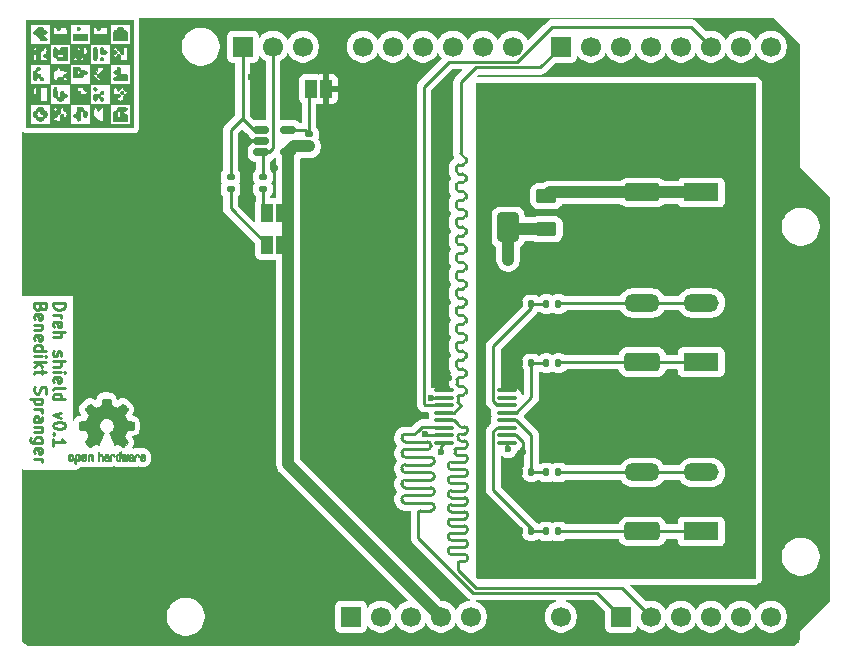
<source format=gbr>
%TF.GenerationSoftware,KiCad,Pcbnew,9.0.6+1*%
%TF.CreationDate,2025-12-14T17:41:01+00:00*%
%TF.ProjectId,dreh_shield,64726568-5f73-4686-9965-6c642e6b6963,0.1*%
%TF.SameCoordinates,Original*%
%TF.FileFunction,Copper,L1,Top*%
%TF.FilePolarity,Positive*%
%FSLAX46Y46*%
G04 Gerber Fmt 4.6, Leading zero omitted, Abs format (unit mm)*
G04 Created by KiCad (PCBNEW 9.0.6+1) date 2025-12-14 17:41:01*
%MOMM*%
%LPD*%
G01*
G04 APERTURE LIST*
G04 Aperture macros list*
%AMRoundRect*
0 Rectangle with rounded corners*
0 $1 Rounding radius*
0 $2 $3 $4 $5 $6 $7 $8 $9 X,Y pos of 4 corners*
0 Add a 4 corners polygon primitive as box body*
4,1,4,$2,$3,$4,$5,$6,$7,$8,$9,$2,$3,0*
0 Add four circle primitives for the rounded corners*
1,1,$1+$1,$2,$3*
1,1,$1+$1,$4,$5*
1,1,$1+$1,$6,$7*
1,1,$1+$1,$8,$9*
0 Add four rect primitives between the rounded corners*
20,1,$1+$1,$2,$3,$4,$5,0*
20,1,$1+$1,$4,$5,$6,$7,0*
20,1,$1+$1,$6,$7,$8,$9,0*
20,1,$1+$1,$8,$9,$2,$3,0*%
G04 Aperture macros list end*
%ADD10C,0.250000*%
%TA.AperFunction,NonConductor*%
%ADD11C,0.250000*%
%TD*%
%TA.AperFunction,EtchedComponent*%
%ADD12C,0.010000*%
%TD*%
%TA.AperFunction,ComponentPad*%
%ADD13R,1.700000X1.700000*%
%TD*%
%TA.AperFunction,ComponentPad*%
%ADD14C,1.700000*%
%TD*%
%TA.AperFunction,ComponentPad*%
%ADD15RoundRect,0.250001X1.249999X-0.499999X1.249999X0.499999X-1.249999X0.499999X-1.249999X-0.499999X0*%
%TD*%
%TA.AperFunction,ComponentPad*%
%ADD16R,3.000000X1.500000*%
%TD*%
%TA.AperFunction,ComponentPad*%
%ADD17O,3.000000X1.500000*%
%TD*%
%TA.AperFunction,SMDPad,CuDef*%
%ADD18RoundRect,0.135000X-0.185000X0.135000X-0.185000X-0.135000X0.185000X-0.135000X0.185000X0.135000X0*%
%TD*%
%TA.AperFunction,SMDPad,CuDef*%
%ADD19R,1.000000X1.500000*%
%TD*%
%TA.AperFunction,SMDPad,CuDef*%
%ADD20RoundRect,0.140000X0.140000X0.170000X-0.140000X0.170000X-0.140000X-0.170000X0.140000X-0.170000X0*%
%TD*%
%TA.AperFunction,SMDPad,CuDef*%
%ADD21RoundRect,0.135000X-0.135000X-0.185000X0.135000X-0.185000X0.135000X0.185000X-0.135000X0.185000X0*%
%TD*%
%TA.AperFunction,SMDPad,CuDef*%
%ADD22RoundRect,0.150000X-0.512500X-0.150000X0.512500X-0.150000X0.512500X0.150000X-0.512500X0.150000X0*%
%TD*%
%TA.AperFunction,SMDPad,CuDef*%
%ADD23RoundRect,0.100000X0.712500X0.100000X-0.712500X0.100000X-0.712500X-0.100000X0.712500X-0.100000X0*%
%TD*%
%TA.AperFunction,SMDPad,CuDef*%
%ADD24RoundRect,0.250000X-0.625000X0.375000X-0.625000X-0.375000X0.625000X-0.375000X0.625000X0.375000X0*%
%TD*%
%TA.AperFunction,SMDPad,CuDef*%
%ADD25RoundRect,0.250000X-0.650000X1.000000X-0.650000X-1.000000X0.650000X-1.000000X0.650000X1.000000X0*%
%TD*%
%TA.AperFunction,ViaPad*%
%ADD26C,0.600000*%
%TD*%
%TA.AperFunction,Conductor*%
%ADD27C,0.250000*%
%TD*%
%TA.AperFunction,Conductor*%
%ADD28C,1.000000*%
%TD*%
G04 APERTURE END LIST*
D10*
D11*
X102745324Y-70902568D02*
X103745324Y-70902568D01*
X103745324Y-70902568D02*
X103745324Y-71140663D01*
X103745324Y-71140663D02*
X103697705Y-71283520D01*
X103697705Y-71283520D02*
X103602467Y-71378758D01*
X103602467Y-71378758D02*
X103507229Y-71426377D01*
X103507229Y-71426377D02*
X103316753Y-71473996D01*
X103316753Y-71473996D02*
X103173896Y-71473996D01*
X103173896Y-71473996D02*
X102983420Y-71426377D01*
X102983420Y-71426377D02*
X102888182Y-71378758D01*
X102888182Y-71378758D02*
X102792944Y-71283520D01*
X102792944Y-71283520D02*
X102745324Y-71140663D01*
X102745324Y-71140663D02*
X102745324Y-70902568D01*
X102745324Y-71902568D02*
X103411991Y-71902568D01*
X103221515Y-71902568D02*
X103316753Y-71950187D01*
X103316753Y-71950187D02*
X103364372Y-71997806D01*
X103364372Y-71997806D02*
X103411991Y-72093044D01*
X103411991Y-72093044D02*
X103411991Y-72188282D01*
X102792944Y-72902568D02*
X102745324Y-72807330D01*
X102745324Y-72807330D02*
X102745324Y-72616854D01*
X102745324Y-72616854D02*
X102792944Y-72521616D01*
X102792944Y-72521616D02*
X102888182Y-72473997D01*
X102888182Y-72473997D02*
X103269134Y-72473997D01*
X103269134Y-72473997D02*
X103364372Y-72521616D01*
X103364372Y-72521616D02*
X103411991Y-72616854D01*
X103411991Y-72616854D02*
X103411991Y-72807330D01*
X103411991Y-72807330D02*
X103364372Y-72902568D01*
X103364372Y-72902568D02*
X103269134Y-72950187D01*
X103269134Y-72950187D02*
X103173896Y-72950187D01*
X103173896Y-72950187D02*
X103078658Y-72473997D01*
X102745324Y-73378759D02*
X103745324Y-73378759D01*
X102745324Y-73807330D02*
X103269134Y-73807330D01*
X103269134Y-73807330D02*
X103364372Y-73759711D01*
X103364372Y-73759711D02*
X103411991Y-73664473D01*
X103411991Y-73664473D02*
X103411991Y-73521616D01*
X103411991Y-73521616D02*
X103364372Y-73426378D01*
X103364372Y-73426378D02*
X103316753Y-73378759D01*
X102792944Y-74997807D02*
X102745324Y-75093045D01*
X102745324Y-75093045D02*
X102745324Y-75283521D01*
X102745324Y-75283521D02*
X102792944Y-75378759D01*
X102792944Y-75378759D02*
X102888182Y-75426378D01*
X102888182Y-75426378D02*
X102935801Y-75426378D01*
X102935801Y-75426378D02*
X103031039Y-75378759D01*
X103031039Y-75378759D02*
X103078658Y-75283521D01*
X103078658Y-75283521D02*
X103078658Y-75140664D01*
X103078658Y-75140664D02*
X103126277Y-75045426D01*
X103126277Y-75045426D02*
X103221515Y-74997807D01*
X103221515Y-74997807D02*
X103269134Y-74997807D01*
X103269134Y-74997807D02*
X103364372Y-75045426D01*
X103364372Y-75045426D02*
X103411991Y-75140664D01*
X103411991Y-75140664D02*
X103411991Y-75283521D01*
X103411991Y-75283521D02*
X103364372Y-75378759D01*
X102745324Y-75854950D02*
X103745324Y-75854950D01*
X102745324Y-76283521D02*
X103269134Y-76283521D01*
X103269134Y-76283521D02*
X103364372Y-76235902D01*
X103364372Y-76235902D02*
X103411991Y-76140664D01*
X103411991Y-76140664D02*
X103411991Y-75997807D01*
X103411991Y-75997807D02*
X103364372Y-75902569D01*
X103364372Y-75902569D02*
X103316753Y-75854950D01*
X102745324Y-76759712D02*
X103411991Y-76759712D01*
X103745324Y-76759712D02*
X103697705Y-76712093D01*
X103697705Y-76712093D02*
X103650086Y-76759712D01*
X103650086Y-76759712D02*
X103697705Y-76807331D01*
X103697705Y-76807331D02*
X103745324Y-76759712D01*
X103745324Y-76759712D02*
X103650086Y-76759712D01*
X102792944Y-77616854D02*
X102745324Y-77521616D01*
X102745324Y-77521616D02*
X102745324Y-77331140D01*
X102745324Y-77331140D02*
X102792944Y-77235902D01*
X102792944Y-77235902D02*
X102888182Y-77188283D01*
X102888182Y-77188283D02*
X103269134Y-77188283D01*
X103269134Y-77188283D02*
X103364372Y-77235902D01*
X103364372Y-77235902D02*
X103411991Y-77331140D01*
X103411991Y-77331140D02*
X103411991Y-77521616D01*
X103411991Y-77521616D02*
X103364372Y-77616854D01*
X103364372Y-77616854D02*
X103269134Y-77664473D01*
X103269134Y-77664473D02*
X103173896Y-77664473D01*
X103173896Y-77664473D02*
X103078658Y-77188283D01*
X102745324Y-78235902D02*
X102792944Y-78140664D01*
X102792944Y-78140664D02*
X102888182Y-78093045D01*
X102888182Y-78093045D02*
X103745324Y-78093045D01*
X102745324Y-79045426D02*
X103745324Y-79045426D01*
X102792944Y-79045426D02*
X102745324Y-78950188D01*
X102745324Y-78950188D02*
X102745324Y-78759712D01*
X102745324Y-78759712D02*
X102792944Y-78664474D01*
X102792944Y-78664474D02*
X102840563Y-78616855D01*
X102840563Y-78616855D02*
X102935801Y-78569236D01*
X102935801Y-78569236D02*
X103221515Y-78569236D01*
X103221515Y-78569236D02*
X103316753Y-78616855D01*
X103316753Y-78616855D02*
X103364372Y-78664474D01*
X103364372Y-78664474D02*
X103411991Y-78759712D01*
X103411991Y-78759712D02*
X103411991Y-78950188D01*
X103411991Y-78950188D02*
X103364372Y-79045426D01*
X103411991Y-80188284D02*
X102745324Y-80426379D01*
X102745324Y-80426379D02*
X103411991Y-80664474D01*
X103745324Y-81235903D02*
X103745324Y-81331141D01*
X103745324Y-81331141D02*
X103697705Y-81426379D01*
X103697705Y-81426379D02*
X103650086Y-81473998D01*
X103650086Y-81473998D02*
X103554848Y-81521617D01*
X103554848Y-81521617D02*
X103364372Y-81569236D01*
X103364372Y-81569236D02*
X103126277Y-81569236D01*
X103126277Y-81569236D02*
X102935801Y-81521617D01*
X102935801Y-81521617D02*
X102840563Y-81473998D01*
X102840563Y-81473998D02*
X102792944Y-81426379D01*
X102792944Y-81426379D02*
X102745324Y-81331141D01*
X102745324Y-81331141D02*
X102745324Y-81235903D01*
X102745324Y-81235903D02*
X102792944Y-81140665D01*
X102792944Y-81140665D02*
X102840563Y-81093046D01*
X102840563Y-81093046D02*
X102935801Y-81045427D01*
X102935801Y-81045427D02*
X103126277Y-80997808D01*
X103126277Y-80997808D02*
X103364372Y-80997808D01*
X103364372Y-80997808D02*
X103554848Y-81045427D01*
X103554848Y-81045427D02*
X103650086Y-81093046D01*
X103650086Y-81093046D02*
X103697705Y-81140665D01*
X103697705Y-81140665D02*
X103745324Y-81235903D01*
X102840563Y-81997808D02*
X102792944Y-82045427D01*
X102792944Y-82045427D02*
X102745324Y-81997808D01*
X102745324Y-81997808D02*
X102792944Y-81950189D01*
X102792944Y-81950189D02*
X102840563Y-81997808D01*
X102840563Y-81997808D02*
X102745324Y-81997808D01*
X102745324Y-82997807D02*
X102745324Y-82426379D01*
X102745324Y-82712093D02*
X103745324Y-82712093D01*
X103745324Y-82712093D02*
X103602467Y-82616855D01*
X103602467Y-82616855D02*
X103507229Y-82521617D01*
X103507229Y-82521617D02*
X103459610Y-82426379D01*
X101659190Y-71235901D02*
X101611571Y-71378758D01*
X101611571Y-71378758D02*
X101563952Y-71426377D01*
X101563952Y-71426377D02*
X101468714Y-71473996D01*
X101468714Y-71473996D02*
X101325857Y-71473996D01*
X101325857Y-71473996D02*
X101230619Y-71426377D01*
X101230619Y-71426377D02*
X101183000Y-71378758D01*
X101183000Y-71378758D02*
X101135380Y-71283520D01*
X101135380Y-71283520D02*
X101135380Y-70902568D01*
X101135380Y-70902568D02*
X102135380Y-70902568D01*
X102135380Y-70902568D02*
X102135380Y-71235901D01*
X102135380Y-71235901D02*
X102087761Y-71331139D01*
X102087761Y-71331139D02*
X102040142Y-71378758D01*
X102040142Y-71378758D02*
X101944904Y-71426377D01*
X101944904Y-71426377D02*
X101849666Y-71426377D01*
X101849666Y-71426377D02*
X101754428Y-71378758D01*
X101754428Y-71378758D02*
X101706809Y-71331139D01*
X101706809Y-71331139D02*
X101659190Y-71235901D01*
X101659190Y-71235901D02*
X101659190Y-70902568D01*
X101183000Y-72283520D02*
X101135380Y-72188282D01*
X101135380Y-72188282D02*
X101135380Y-71997806D01*
X101135380Y-71997806D02*
X101183000Y-71902568D01*
X101183000Y-71902568D02*
X101278238Y-71854949D01*
X101278238Y-71854949D02*
X101659190Y-71854949D01*
X101659190Y-71854949D02*
X101754428Y-71902568D01*
X101754428Y-71902568D02*
X101802047Y-71997806D01*
X101802047Y-71997806D02*
X101802047Y-72188282D01*
X101802047Y-72188282D02*
X101754428Y-72283520D01*
X101754428Y-72283520D02*
X101659190Y-72331139D01*
X101659190Y-72331139D02*
X101563952Y-72331139D01*
X101563952Y-72331139D02*
X101468714Y-71854949D01*
X101802047Y-72759711D02*
X101135380Y-72759711D01*
X101706809Y-72759711D02*
X101754428Y-72807330D01*
X101754428Y-72807330D02*
X101802047Y-72902568D01*
X101802047Y-72902568D02*
X101802047Y-73045425D01*
X101802047Y-73045425D02*
X101754428Y-73140663D01*
X101754428Y-73140663D02*
X101659190Y-73188282D01*
X101659190Y-73188282D02*
X101135380Y-73188282D01*
X101183000Y-74045425D02*
X101135380Y-73950187D01*
X101135380Y-73950187D02*
X101135380Y-73759711D01*
X101135380Y-73759711D02*
X101183000Y-73664473D01*
X101183000Y-73664473D02*
X101278238Y-73616854D01*
X101278238Y-73616854D02*
X101659190Y-73616854D01*
X101659190Y-73616854D02*
X101754428Y-73664473D01*
X101754428Y-73664473D02*
X101802047Y-73759711D01*
X101802047Y-73759711D02*
X101802047Y-73950187D01*
X101802047Y-73950187D02*
X101754428Y-74045425D01*
X101754428Y-74045425D02*
X101659190Y-74093044D01*
X101659190Y-74093044D02*
X101563952Y-74093044D01*
X101563952Y-74093044D02*
X101468714Y-73616854D01*
X101135380Y-74950187D02*
X102135380Y-74950187D01*
X101183000Y-74950187D02*
X101135380Y-74854949D01*
X101135380Y-74854949D02*
X101135380Y-74664473D01*
X101135380Y-74664473D02*
X101183000Y-74569235D01*
X101183000Y-74569235D02*
X101230619Y-74521616D01*
X101230619Y-74521616D02*
X101325857Y-74473997D01*
X101325857Y-74473997D02*
X101611571Y-74473997D01*
X101611571Y-74473997D02*
X101706809Y-74521616D01*
X101706809Y-74521616D02*
X101754428Y-74569235D01*
X101754428Y-74569235D02*
X101802047Y-74664473D01*
X101802047Y-74664473D02*
X101802047Y-74854949D01*
X101802047Y-74854949D02*
X101754428Y-74950187D01*
X101135380Y-75426378D02*
X101802047Y-75426378D01*
X102135380Y-75426378D02*
X102087761Y-75378759D01*
X102087761Y-75378759D02*
X102040142Y-75426378D01*
X102040142Y-75426378D02*
X102087761Y-75473997D01*
X102087761Y-75473997D02*
X102135380Y-75426378D01*
X102135380Y-75426378D02*
X102040142Y-75426378D01*
X101135380Y-75902568D02*
X102135380Y-75902568D01*
X101516333Y-75997806D02*
X101135380Y-76283520D01*
X101802047Y-76283520D02*
X101421095Y-75902568D01*
X101802047Y-76569235D02*
X101802047Y-76950187D01*
X102135380Y-76712092D02*
X101278238Y-76712092D01*
X101278238Y-76712092D02*
X101183000Y-76759711D01*
X101183000Y-76759711D02*
X101135380Y-76854949D01*
X101135380Y-76854949D02*
X101135380Y-76950187D01*
X101183000Y-77997807D02*
X101135380Y-78140664D01*
X101135380Y-78140664D02*
X101135380Y-78378759D01*
X101135380Y-78378759D02*
X101183000Y-78473997D01*
X101183000Y-78473997D02*
X101230619Y-78521616D01*
X101230619Y-78521616D02*
X101325857Y-78569235D01*
X101325857Y-78569235D02*
X101421095Y-78569235D01*
X101421095Y-78569235D02*
X101516333Y-78521616D01*
X101516333Y-78521616D02*
X101563952Y-78473997D01*
X101563952Y-78473997D02*
X101611571Y-78378759D01*
X101611571Y-78378759D02*
X101659190Y-78188283D01*
X101659190Y-78188283D02*
X101706809Y-78093045D01*
X101706809Y-78093045D02*
X101754428Y-78045426D01*
X101754428Y-78045426D02*
X101849666Y-77997807D01*
X101849666Y-77997807D02*
X101944904Y-77997807D01*
X101944904Y-77997807D02*
X102040142Y-78045426D01*
X102040142Y-78045426D02*
X102087761Y-78093045D01*
X102087761Y-78093045D02*
X102135380Y-78188283D01*
X102135380Y-78188283D02*
X102135380Y-78426378D01*
X102135380Y-78426378D02*
X102087761Y-78569235D01*
X101802047Y-78997807D02*
X100802047Y-78997807D01*
X101754428Y-78997807D02*
X101802047Y-79093045D01*
X101802047Y-79093045D02*
X101802047Y-79283521D01*
X101802047Y-79283521D02*
X101754428Y-79378759D01*
X101754428Y-79378759D02*
X101706809Y-79426378D01*
X101706809Y-79426378D02*
X101611571Y-79473997D01*
X101611571Y-79473997D02*
X101325857Y-79473997D01*
X101325857Y-79473997D02*
X101230619Y-79426378D01*
X101230619Y-79426378D02*
X101183000Y-79378759D01*
X101183000Y-79378759D02*
X101135380Y-79283521D01*
X101135380Y-79283521D02*
X101135380Y-79093045D01*
X101135380Y-79093045D02*
X101183000Y-78997807D01*
X101135380Y-79902569D02*
X101802047Y-79902569D01*
X101611571Y-79902569D02*
X101706809Y-79950188D01*
X101706809Y-79950188D02*
X101754428Y-79997807D01*
X101754428Y-79997807D02*
X101802047Y-80093045D01*
X101802047Y-80093045D02*
X101802047Y-80188283D01*
X101135380Y-80950188D02*
X101659190Y-80950188D01*
X101659190Y-80950188D02*
X101754428Y-80902569D01*
X101754428Y-80902569D02*
X101802047Y-80807331D01*
X101802047Y-80807331D02*
X101802047Y-80616855D01*
X101802047Y-80616855D02*
X101754428Y-80521617D01*
X101183000Y-80950188D02*
X101135380Y-80854950D01*
X101135380Y-80854950D02*
X101135380Y-80616855D01*
X101135380Y-80616855D02*
X101183000Y-80521617D01*
X101183000Y-80521617D02*
X101278238Y-80473998D01*
X101278238Y-80473998D02*
X101373476Y-80473998D01*
X101373476Y-80473998D02*
X101468714Y-80521617D01*
X101468714Y-80521617D02*
X101516333Y-80616855D01*
X101516333Y-80616855D02*
X101516333Y-80854950D01*
X101516333Y-80854950D02*
X101563952Y-80950188D01*
X101802047Y-81426379D02*
X101135380Y-81426379D01*
X101706809Y-81426379D02*
X101754428Y-81473998D01*
X101754428Y-81473998D02*
X101802047Y-81569236D01*
X101802047Y-81569236D02*
X101802047Y-81712093D01*
X101802047Y-81712093D02*
X101754428Y-81807331D01*
X101754428Y-81807331D02*
X101659190Y-81854950D01*
X101659190Y-81854950D02*
X101135380Y-81854950D01*
X101802047Y-82759712D02*
X100992523Y-82759712D01*
X100992523Y-82759712D02*
X100897285Y-82712093D01*
X100897285Y-82712093D02*
X100849666Y-82664474D01*
X100849666Y-82664474D02*
X100802047Y-82569236D01*
X100802047Y-82569236D02*
X100802047Y-82426379D01*
X100802047Y-82426379D02*
X100849666Y-82331141D01*
X101183000Y-82759712D02*
X101135380Y-82664474D01*
X101135380Y-82664474D02*
X101135380Y-82473998D01*
X101135380Y-82473998D02*
X101183000Y-82378760D01*
X101183000Y-82378760D02*
X101230619Y-82331141D01*
X101230619Y-82331141D02*
X101325857Y-82283522D01*
X101325857Y-82283522D02*
X101611571Y-82283522D01*
X101611571Y-82283522D02*
X101706809Y-82331141D01*
X101706809Y-82331141D02*
X101754428Y-82378760D01*
X101754428Y-82378760D02*
X101802047Y-82473998D01*
X101802047Y-82473998D02*
X101802047Y-82664474D01*
X101802047Y-82664474D02*
X101754428Y-82759712D01*
X101183000Y-83616855D02*
X101135380Y-83521617D01*
X101135380Y-83521617D02*
X101135380Y-83331141D01*
X101135380Y-83331141D02*
X101183000Y-83235903D01*
X101183000Y-83235903D02*
X101278238Y-83188284D01*
X101278238Y-83188284D02*
X101659190Y-83188284D01*
X101659190Y-83188284D02*
X101754428Y-83235903D01*
X101754428Y-83235903D02*
X101802047Y-83331141D01*
X101802047Y-83331141D02*
X101802047Y-83521617D01*
X101802047Y-83521617D02*
X101754428Y-83616855D01*
X101754428Y-83616855D02*
X101659190Y-83664474D01*
X101659190Y-83664474D02*
X101563952Y-83664474D01*
X101563952Y-83664474D02*
X101468714Y-83188284D01*
X101135380Y-84093046D02*
X101802047Y-84093046D01*
X101611571Y-84093046D02*
X101706809Y-84140665D01*
X101706809Y-84140665D02*
X101754428Y-84188284D01*
X101754428Y-84188284D02*
X101802047Y-84283522D01*
X101802047Y-84283522D02*
X101802047Y-84378760D01*
D12*
%TO.C,G\u002A\u002A\u002A*%
X105566017Y-48669917D02*
X104433983Y-48669917D01*
X104433983Y-48103900D01*
X105566017Y-48103900D01*
X105566017Y-48669917D01*
%TA.AperFunction,EtchedComponent*%
G36*
X105566017Y-48669917D02*
G01*
X104433983Y-48669917D01*
X104433983Y-48103900D01*
X105566017Y-48103900D01*
X105566017Y-48669917D01*
G37*
%TD.AperFunction*%
X104976745Y-47587912D02*
X105000000Y-47679387D01*
X104949971Y-47797636D01*
X104858496Y-47820892D01*
X104740248Y-47770862D01*
X104716992Y-47679387D01*
X104767021Y-47561139D01*
X104858496Y-47537883D01*
X104976745Y-47587912D01*
%TA.AperFunction,EtchedComponent*%
G36*
X104976745Y-47587912D02*
G01*
X105000000Y-47679387D01*
X104949971Y-47797636D01*
X104858496Y-47820892D01*
X104740248Y-47770862D01*
X104716992Y-47679387D01*
X104767021Y-47561139D01*
X104858496Y-47537883D01*
X104976745Y-47587912D01*
G37*
%TD.AperFunction*%
X106391786Y-52682063D02*
X106415042Y-52773538D01*
X106365013Y-52891786D01*
X106273538Y-52915042D01*
X106155289Y-52865013D01*
X106132034Y-52773538D01*
X106182063Y-52655289D01*
X106273538Y-52632034D01*
X106391786Y-52682063D01*
%TA.AperFunction,EtchedComponent*%
G36*
X106391786Y-52682063D02*
G01*
X106415042Y-52773538D01*
X106365013Y-52891786D01*
X106273538Y-52915042D01*
X106155289Y-52865013D01*
X106132034Y-52773538D01*
X106182063Y-52655289D01*
X106273538Y-52632034D01*
X106391786Y-52682063D01*
G37*
%TD.AperFunction*%
X106957803Y-50134988D02*
X106981059Y-50226463D01*
X106931029Y-50344711D01*
X106839555Y-50367967D01*
X106721306Y-50317937D01*
X106698050Y-50226463D01*
X106748080Y-50108214D01*
X106839555Y-50084958D01*
X106957803Y-50134988D01*
%TA.AperFunction,EtchedComponent*%
G36*
X106957803Y-50134988D02*
G01*
X106981059Y-50226463D01*
X106931029Y-50344711D01*
X106839555Y-50367967D01*
X106721306Y-50317937D01*
X106698050Y-50226463D01*
X106748080Y-50108214D01*
X106839555Y-50084958D01*
X106957803Y-50134988D01*
G37*
%TD.AperFunction*%
X108655853Y-52965071D02*
X108679109Y-53056546D01*
X108629080Y-53174795D01*
X108537605Y-53198050D01*
X108419356Y-53148021D01*
X108396100Y-53056546D01*
X108446130Y-52938298D01*
X108537605Y-52915042D01*
X108655853Y-52965071D01*
%TA.AperFunction,EtchedComponent*%
G36*
X108655853Y-52965071D02*
G01*
X108679109Y-53056546D01*
X108629080Y-53174795D01*
X108537605Y-53198050D01*
X108419356Y-53148021D01*
X108396100Y-53056546D01*
X108446130Y-52938298D01*
X108537605Y-52915042D01*
X108655853Y-52965071D01*
G37*
%TD.AperFunction*%
X106957803Y-49285963D02*
X106981059Y-49377438D01*
X107031088Y-49495686D01*
X107122563Y-49518942D01*
X107240811Y-49568971D01*
X107264067Y-49660446D01*
X107240334Y-49753023D01*
X107144410Y-49793939D01*
X106981059Y-49801950D01*
X106799910Y-49795142D01*
X106719417Y-49747485D01*
X106698731Y-49618131D01*
X106698050Y-49518942D01*
X106709917Y-49333787D01*
X106757879Y-49251956D01*
X106839555Y-49235933D01*
X106957803Y-49285963D01*
%TA.AperFunction,EtchedComponent*%
G36*
X106957803Y-49285963D02*
G01*
X106981059Y-49377438D01*
X107031088Y-49495686D01*
X107122563Y-49518942D01*
X107240811Y-49568971D01*
X107264067Y-49660446D01*
X107240334Y-49753023D01*
X107144410Y-49793939D01*
X106981059Y-49801950D01*
X106799910Y-49795142D01*
X106719417Y-49747485D01*
X106698731Y-49618131D01*
X106698050Y-49518942D01*
X106709917Y-49333787D01*
X106757879Y-49251956D01*
X106839555Y-49235933D01*
X106957803Y-49285963D01*
G37*
%TD.AperFunction*%
X106344041Y-49247750D02*
X106386296Y-49302177D01*
X106407417Y-49427678D01*
X106414521Y-49652715D01*
X106415042Y-49801950D01*
X106412088Y-50083964D01*
X106398481Y-50252982D01*
X106367106Y-50337467D01*
X106310846Y-50365884D01*
X106273538Y-50367967D01*
X106203034Y-50356150D01*
X106160780Y-50301723D01*
X106139659Y-50176223D01*
X106132554Y-49951185D01*
X106132034Y-49801950D01*
X106134988Y-49519936D01*
X106148595Y-49350918D01*
X106179970Y-49266433D01*
X106236229Y-49238016D01*
X106273538Y-49235933D01*
X106344041Y-49247750D01*
%TA.AperFunction,EtchedComponent*%
G36*
X106344041Y-49247750D02*
G01*
X106386296Y-49302177D01*
X106407417Y-49427678D01*
X106414521Y-49652715D01*
X106415042Y-49801950D01*
X106412088Y-50083964D01*
X106398481Y-50252982D01*
X106367106Y-50337467D01*
X106310846Y-50365884D01*
X106273538Y-50367967D01*
X106203034Y-50356150D01*
X106160780Y-50301723D01*
X106139659Y-50176223D01*
X106132554Y-49951185D01*
X106132034Y-49801950D01*
X106134988Y-49519936D01*
X106148595Y-49350918D01*
X106179970Y-49266433D01*
X106236229Y-49238016D01*
X106273538Y-49235933D01*
X106344041Y-49247750D01*
G37*
%TD.AperFunction*%
X108581255Y-47549750D02*
X108663086Y-47597712D01*
X108679109Y-47679387D01*
X108729138Y-47797636D01*
X108820613Y-47820892D01*
X108899646Y-47836381D01*
X108942351Y-47904423D01*
X108959516Y-48057380D01*
X108962117Y-48245404D01*
X108962117Y-48669917D01*
X107830084Y-48669917D01*
X107830084Y-48245404D01*
X107835247Y-48008305D01*
X107857928Y-47880189D01*
X107908913Y-47828696D01*
X107971588Y-47820892D01*
X108089836Y-47770862D01*
X108113092Y-47679387D01*
X108136825Y-47586810D01*
X108232749Y-47545895D01*
X108396100Y-47537883D01*
X108581255Y-47549750D01*
%TA.AperFunction,EtchedComponent*%
G36*
X108581255Y-47549750D02*
G01*
X108663086Y-47597712D01*
X108679109Y-47679387D01*
X108729138Y-47797636D01*
X108820613Y-47820892D01*
X108899646Y-47836381D01*
X108942351Y-47904423D01*
X108959516Y-48057380D01*
X108962117Y-48245404D01*
X108962117Y-48669917D01*
X107830084Y-48669917D01*
X107830084Y-48245404D01*
X107835247Y-48008305D01*
X107857928Y-47880189D01*
X107908913Y-47828696D01*
X107971588Y-47820892D01*
X108089836Y-47770862D01*
X108113092Y-47679387D01*
X108136825Y-47586810D01*
X108232749Y-47545895D01*
X108396100Y-47537883D01*
X108581255Y-47549750D01*
G37*
%TD.AperFunction*%
X104902146Y-50945850D02*
X104983977Y-50993812D01*
X105000000Y-51075488D01*
X105023733Y-51168065D01*
X105119657Y-51208980D01*
X105283009Y-51216992D01*
X105468163Y-51228858D01*
X105549994Y-51276820D01*
X105566017Y-51358496D01*
X105515988Y-51476745D01*
X105424513Y-51500000D01*
X105306264Y-51550029D01*
X105283009Y-51641504D01*
X105267519Y-51720537D01*
X105199477Y-51763243D01*
X105046520Y-51780407D01*
X104858496Y-51783009D01*
X104433983Y-51783009D01*
X104433983Y-51358496D01*
X104716992Y-51358496D01*
X104767021Y-51476745D01*
X104858496Y-51500000D01*
X104976745Y-51449971D01*
X105000000Y-51358496D01*
X104949971Y-51240248D01*
X104858496Y-51216992D01*
X104740248Y-51267021D01*
X104716992Y-51358496D01*
X104433983Y-51358496D01*
X104433983Y-50933983D01*
X104716992Y-50933983D01*
X104902146Y-50945850D01*
%TA.AperFunction,EtchedComponent*%
G36*
X104902146Y-50945850D02*
G01*
X104983977Y-50993812D01*
X105000000Y-51075488D01*
X105023733Y-51168065D01*
X105119657Y-51208980D01*
X105283009Y-51216992D01*
X105468163Y-51228858D01*
X105549994Y-51276820D01*
X105566017Y-51358496D01*
X105515988Y-51476745D01*
X105424513Y-51500000D01*
X105306264Y-51550029D01*
X105283009Y-51641504D01*
X105267519Y-51720537D01*
X105199477Y-51763243D01*
X105046520Y-51780407D01*
X104858496Y-51783009D01*
X104433983Y-51783009D01*
X104433983Y-51358496D01*
X104716992Y-51358496D01*
X104767021Y-51476745D01*
X104858496Y-51500000D01*
X104976745Y-51449971D01*
X105000000Y-51358496D01*
X104949971Y-51240248D01*
X104858496Y-51216992D01*
X104740248Y-51267021D01*
X104716992Y-51358496D01*
X104433983Y-51358496D01*
X104433983Y-50933983D01*
X104716992Y-50933983D01*
X104902146Y-50945850D01*
G37*
%TD.AperFunction*%
X106957803Y-52965071D02*
X106981059Y-53056546D01*
X106931029Y-53174795D01*
X106839555Y-53198050D01*
X106721306Y-53248080D01*
X106698050Y-53339555D01*
X106748080Y-53457803D01*
X106839555Y-53481059D01*
X106957803Y-53531088D01*
X106981059Y-53622563D01*
X106931029Y-53740811D01*
X106839555Y-53764067D01*
X106721306Y-53714038D01*
X106698050Y-53622563D01*
X106648021Y-53504314D01*
X106556546Y-53481059D01*
X106438298Y-53531088D01*
X106415042Y-53622563D01*
X106365013Y-53740811D01*
X106273538Y-53764067D01*
X106180961Y-53740334D01*
X106140045Y-53644410D01*
X106132034Y-53481059D01*
X106138842Y-53299910D01*
X106186499Y-53219417D01*
X106315853Y-53198731D01*
X106415042Y-53198050D01*
X106600196Y-53186184D01*
X106682027Y-53138222D01*
X106698050Y-53056546D01*
X106748080Y-52938298D01*
X106839555Y-52915042D01*
X106957803Y-52965071D01*
%TA.AperFunction,EtchedComponent*%
G36*
X106957803Y-52965071D02*
G01*
X106981059Y-53056546D01*
X106931029Y-53174795D01*
X106839555Y-53198050D01*
X106721306Y-53248080D01*
X106698050Y-53339555D01*
X106748080Y-53457803D01*
X106839555Y-53481059D01*
X106957803Y-53531088D01*
X106981059Y-53622563D01*
X106931029Y-53740811D01*
X106839555Y-53764067D01*
X106721306Y-53714038D01*
X106698050Y-53622563D01*
X106648021Y-53504314D01*
X106556546Y-53481059D01*
X106438298Y-53531088D01*
X106415042Y-53622563D01*
X106365013Y-53740811D01*
X106273538Y-53764067D01*
X106180961Y-53740334D01*
X106140045Y-53644410D01*
X106132034Y-53481059D01*
X106138842Y-53299910D01*
X106186499Y-53219417D01*
X106315853Y-53198731D01*
X106415042Y-53198050D01*
X106600196Y-53186184D01*
X106682027Y-53138222D01*
X106698050Y-53056546D01*
X106748080Y-52938298D01*
X106839555Y-52915042D01*
X106957803Y-52965071D01*
G37*
%TD.AperFunction*%
X108347173Y-50957716D02*
X108388089Y-51053640D01*
X108396100Y-51216992D01*
X108402909Y-51398140D01*
X108450565Y-51478633D01*
X108579920Y-51499320D01*
X108679109Y-51500000D01*
X108860257Y-51506808D01*
X108940750Y-51554465D01*
X108961437Y-51683820D01*
X108962117Y-51783009D01*
X108962117Y-52066017D01*
X108396100Y-52066017D01*
X108114087Y-52063063D01*
X107945069Y-52049456D01*
X107860583Y-52018081D01*
X107832167Y-51961821D01*
X107830084Y-51924513D01*
X107880113Y-51806264D01*
X107971588Y-51783009D01*
X108089836Y-51732979D01*
X108113092Y-51641504D01*
X108063063Y-51523256D01*
X107971588Y-51500000D01*
X107853339Y-51449971D01*
X107830084Y-51358496D01*
X107880113Y-51240248D01*
X107971588Y-51216992D01*
X108089836Y-51166963D01*
X108113092Y-51075488D01*
X108163121Y-50957239D01*
X108254596Y-50933983D01*
X108347173Y-50957716D01*
%TA.AperFunction,EtchedComponent*%
G36*
X108347173Y-50957716D02*
G01*
X108388089Y-51053640D01*
X108396100Y-51216992D01*
X108402909Y-51398140D01*
X108450565Y-51478633D01*
X108579920Y-51499320D01*
X108679109Y-51500000D01*
X108860257Y-51506808D01*
X108940750Y-51554465D01*
X108961437Y-51683820D01*
X108962117Y-51783009D01*
X108962117Y-52066017D01*
X108396100Y-52066017D01*
X108114087Y-52063063D01*
X107945069Y-52049456D01*
X107860583Y-52018081D01*
X107832167Y-51961821D01*
X107830084Y-51924513D01*
X107880113Y-51806264D01*
X107971588Y-51783009D01*
X108089836Y-51732979D01*
X108113092Y-51641504D01*
X108063063Y-51523256D01*
X107971588Y-51500000D01*
X107853339Y-51449971D01*
X107830084Y-51358496D01*
X107880113Y-51240248D01*
X107971588Y-51216992D01*
X108089836Y-51166963D01*
X108113092Y-51075488D01*
X108163121Y-50957239D01*
X108254596Y-50933983D01*
X108347173Y-50957716D01*
G37*
%TD.AperFunction*%
X101580644Y-50984013D02*
X101603900Y-51075488D01*
X101553871Y-51193736D01*
X101462396Y-51216992D01*
X101344147Y-51267021D01*
X101320892Y-51358496D01*
X101370921Y-51476745D01*
X101462396Y-51500000D01*
X101580644Y-51550029D01*
X101603900Y-51641504D01*
X101653929Y-51759753D01*
X101745404Y-51783009D01*
X101863653Y-51833038D01*
X101886908Y-51924513D01*
X101836879Y-52042761D01*
X101745404Y-52066017D01*
X101627156Y-52015988D01*
X101603900Y-51924513D01*
X101553871Y-51806264D01*
X101462396Y-51783009D01*
X101344147Y-51833038D01*
X101320892Y-51924513D01*
X101270862Y-52042761D01*
X101179387Y-52066017D01*
X101100354Y-52050527D01*
X101057649Y-51982485D01*
X101040485Y-51829529D01*
X101037883Y-51641504D01*
X101043046Y-51404406D01*
X101065727Y-51276290D01*
X101116713Y-51224796D01*
X101179387Y-51216992D01*
X101297636Y-51166963D01*
X101320892Y-51075488D01*
X101370921Y-50957239D01*
X101462396Y-50933983D01*
X101580644Y-50984013D01*
%TA.AperFunction,EtchedComponent*%
G36*
X101580644Y-50984013D02*
G01*
X101603900Y-51075488D01*
X101553871Y-51193736D01*
X101462396Y-51216992D01*
X101344147Y-51267021D01*
X101320892Y-51358496D01*
X101370921Y-51476745D01*
X101462396Y-51500000D01*
X101580644Y-51550029D01*
X101603900Y-51641504D01*
X101653929Y-51759753D01*
X101745404Y-51783009D01*
X101863653Y-51833038D01*
X101886908Y-51924513D01*
X101836879Y-52042761D01*
X101745404Y-52066017D01*
X101627156Y-52015988D01*
X101603900Y-51924513D01*
X101553871Y-51806264D01*
X101462396Y-51783009D01*
X101344147Y-51833038D01*
X101320892Y-51924513D01*
X101270862Y-52042761D01*
X101179387Y-52066017D01*
X101100354Y-52050527D01*
X101057649Y-51982485D01*
X101040485Y-51829529D01*
X101037883Y-51641504D01*
X101043046Y-51404406D01*
X101065727Y-51276290D01*
X101116713Y-51224796D01*
X101179387Y-51216992D01*
X101297636Y-51166963D01*
X101320892Y-51075488D01*
X101370921Y-50957239D01*
X101462396Y-50933983D01*
X101580644Y-50984013D01*
G37*
%TD.AperFunction*%
X101789054Y-47549750D02*
X101870885Y-47597712D01*
X101886908Y-47679387D01*
X101936938Y-47797636D01*
X102028412Y-47820892D01*
X102146661Y-47870921D01*
X102169917Y-47962396D01*
X102119887Y-48080644D01*
X102028412Y-48103900D01*
X101910164Y-48153929D01*
X101886908Y-48245404D01*
X101936938Y-48363653D01*
X102028412Y-48386908D01*
X102146661Y-48436938D01*
X102169917Y-48528412D01*
X102146184Y-48620990D01*
X102050260Y-48661905D01*
X101886908Y-48669917D01*
X101701754Y-48658050D01*
X101619923Y-48610088D01*
X101603900Y-48528412D01*
X101553871Y-48410164D01*
X101462396Y-48386908D01*
X101344147Y-48336879D01*
X101320892Y-48245404D01*
X101270862Y-48127156D01*
X101179387Y-48103900D01*
X101061139Y-48053871D01*
X101037883Y-47962396D01*
X101087912Y-47844147D01*
X101179387Y-47820892D01*
X101297636Y-47770862D01*
X101320892Y-47679387D01*
X101344624Y-47586810D01*
X101440548Y-47545895D01*
X101603900Y-47537883D01*
X101789054Y-47549750D01*
%TA.AperFunction,EtchedComponent*%
G36*
X101789054Y-47549750D02*
G01*
X101870885Y-47597712D01*
X101886908Y-47679387D01*
X101936938Y-47797636D01*
X102028412Y-47820892D01*
X102146661Y-47870921D01*
X102169917Y-47962396D01*
X102119887Y-48080644D01*
X102028412Y-48103900D01*
X101910164Y-48153929D01*
X101886908Y-48245404D01*
X101936938Y-48363653D01*
X102028412Y-48386908D01*
X102146661Y-48436938D01*
X102169917Y-48528412D01*
X102146184Y-48620990D01*
X102050260Y-48661905D01*
X101886908Y-48669917D01*
X101701754Y-48658050D01*
X101619923Y-48610088D01*
X101603900Y-48528412D01*
X101553871Y-48410164D01*
X101462396Y-48386908D01*
X101344147Y-48336879D01*
X101320892Y-48245404D01*
X101270862Y-48127156D01*
X101179387Y-48103900D01*
X101061139Y-48053871D01*
X101037883Y-47962396D01*
X101087912Y-47844147D01*
X101179387Y-47820892D01*
X101297636Y-47770862D01*
X101320892Y-47679387D01*
X101344624Y-47586810D01*
X101440548Y-47545895D01*
X101603900Y-47537883D01*
X101789054Y-47549750D01*
G37*
%TD.AperFunction*%
X102956470Y-52647523D02*
X102999176Y-52715566D01*
X103016340Y-52868522D01*
X103018942Y-53056546D01*
X103024105Y-53293645D01*
X103046786Y-53421761D01*
X103097771Y-53473254D01*
X103160446Y-53481059D01*
X103253023Y-53457326D01*
X103293939Y-53361402D01*
X103301950Y-53198050D01*
X103313816Y-53012896D01*
X103361778Y-52931065D01*
X103443454Y-52915042D01*
X103561703Y-52965071D01*
X103584958Y-53056546D01*
X103634988Y-53174795D01*
X103726463Y-53198050D01*
X103844711Y-53248080D01*
X103867967Y-53339555D01*
X103817937Y-53457803D01*
X103726463Y-53481059D01*
X103608214Y-53531088D01*
X103584958Y-53622563D01*
X103561226Y-53715140D01*
X103465302Y-53756056D01*
X103301950Y-53764067D01*
X103116796Y-53752201D01*
X103034965Y-53704239D01*
X103018942Y-53622563D01*
X102968912Y-53504314D01*
X102877438Y-53481059D01*
X102798405Y-53465569D01*
X102755699Y-53397527D01*
X102738535Y-53244571D01*
X102735933Y-53056546D01*
X102741097Y-52819447D01*
X102763777Y-52691332D01*
X102814763Y-52639838D01*
X102877438Y-52632034D01*
X102956470Y-52647523D01*
%TA.AperFunction,EtchedComponent*%
G36*
X102956470Y-52647523D02*
G01*
X102999176Y-52715566D01*
X103016340Y-52868522D01*
X103018942Y-53056546D01*
X103024105Y-53293645D01*
X103046786Y-53421761D01*
X103097771Y-53473254D01*
X103160446Y-53481059D01*
X103253023Y-53457326D01*
X103293939Y-53361402D01*
X103301950Y-53198050D01*
X103313816Y-53012896D01*
X103361778Y-52931065D01*
X103443454Y-52915042D01*
X103561703Y-52965071D01*
X103584958Y-53056546D01*
X103634988Y-53174795D01*
X103726463Y-53198050D01*
X103844711Y-53248080D01*
X103867967Y-53339555D01*
X103817937Y-53457803D01*
X103726463Y-53481059D01*
X103608214Y-53531088D01*
X103584958Y-53622563D01*
X103561226Y-53715140D01*
X103465302Y-53756056D01*
X103301950Y-53764067D01*
X103116796Y-53752201D01*
X103034965Y-53704239D01*
X103018942Y-53622563D01*
X102968912Y-53504314D01*
X102877438Y-53481059D01*
X102798405Y-53465569D01*
X102755699Y-53397527D01*
X102738535Y-53244571D01*
X102735933Y-53056546D01*
X102741097Y-52819447D01*
X102763777Y-52691332D01*
X102814763Y-52639838D01*
X102877438Y-52632034D01*
X102956470Y-52647523D01*
G37*
%TD.AperFunction*%
X105185155Y-54341950D02*
X105266986Y-54389912D01*
X105283009Y-54471588D01*
X105333038Y-54589836D01*
X105424513Y-54613092D01*
X105517090Y-54636825D01*
X105558005Y-54732749D01*
X105566017Y-54896100D01*
X105554151Y-55081255D01*
X105506189Y-55163086D01*
X105424513Y-55179109D01*
X105331936Y-55155376D01*
X105291020Y-55059452D01*
X105283009Y-54896100D01*
X105271142Y-54710946D01*
X105223180Y-54629115D01*
X105141504Y-54613092D01*
X105062471Y-54628582D01*
X105019766Y-54696624D01*
X105002602Y-54849580D01*
X105000000Y-55037605D01*
X104994837Y-55274704D01*
X104972156Y-55402819D01*
X104921171Y-55454313D01*
X104858496Y-55462117D01*
X104740248Y-55412088D01*
X104716992Y-55320613D01*
X104666963Y-55202365D01*
X104575488Y-55179109D01*
X104457239Y-55129080D01*
X104433983Y-55037605D01*
X104484013Y-54919356D01*
X104575488Y-54896100D01*
X104668065Y-54872368D01*
X104708980Y-54776444D01*
X104716992Y-54613092D01*
X104723800Y-54431944D01*
X104771457Y-54351451D01*
X104900811Y-54330764D01*
X105000000Y-54330084D01*
X105185155Y-54341950D01*
%TA.AperFunction,EtchedComponent*%
G36*
X105185155Y-54341950D02*
G01*
X105266986Y-54389912D01*
X105283009Y-54471588D01*
X105333038Y-54589836D01*
X105424513Y-54613092D01*
X105517090Y-54636825D01*
X105558005Y-54732749D01*
X105566017Y-54896100D01*
X105554151Y-55081255D01*
X105506189Y-55163086D01*
X105424513Y-55179109D01*
X105331936Y-55155376D01*
X105291020Y-55059452D01*
X105283009Y-54896100D01*
X105271142Y-54710946D01*
X105223180Y-54629115D01*
X105141504Y-54613092D01*
X105062471Y-54628582D01*
X105019766Y-54696624D01*
X105002602Y-54849580D01*
X105000000Y-55037605D01*
X104994837Y-55274704D01*
X104972156Y-55402819D01*
X104921171Y-55454313D01*
X104858496Y-55462117D01*
X104740248Y-55412088D01*
X104716992Y-55320613D01*
X104666963Y-55202365D01*
X104575488Y-55179109D01*
X104457239Y-55129080D01*
X104433983Y-55037605D01*
X104484013Y-54919356D01*
X104575488Y-54896100D01*
X104668065Y-54872368D01*
X104708980Y-54776444D01*
X104716992Y-54613092D01*
X104723800Y-54431944D01*
X104771457Y-54351451D01*
X104900811Y-54330764D01*
X105000000Y-54330084D01*
X105185155Y-54341950D01*
G37*
%TD.AperFunction*%
X103867967Y-50367967D02*
X103443454Y-50367967D01*
X103206355Y-50362804D01*
X103078240Y-50340123D01*
X103026746Y-50289137D01*
X103018942Y-50226463D01*
X102968912Y-50108214D01*
X102877438Y-50084958D01*
X102798405Y-50069469D01*
X102755699Y-50001427D01*
X102749194Y-49943454D01*
X103018942Y-49943454D01*
X103042675Y-50036031D01*
X103138598Y-50076947D01*
X103301950Y-50084958D01*
X103487104Y-50073092D01*
X103568935Y-50025130D01*
X103584958Y-49943454D01*
X103561226Y-49850877D01*
X103465302Y-49809962D01*
X103301950Y-49801950D01*
X103116796Y-49813816D01*
X103034965Y-49861778D01*
X103018942Y-49943454D01*
X102749194Y-49943454D01*
X102738535Y-49848470D01*
X102735933Y-49660446D01*
X102741097Y-49423347D01*
X102763777Y-49295231D01*
X102814763Y-49243738D01*
X102877438Y-49235933D01*
X102995686Y-49285963D01*
X103018942Y-49377438D01*
X103068971Y-49495686D01*
X103160446Y-49518942D01*
X103278694Y-49468912D01*
X103301950Y-49377438D01*
X103325683Y-49284860D01*
X103421607Y-49243945D01*
X103584958Y-49235933D01*
X103867967Y-49235933D01*
X103867967Y-50367967D01*
%TA.AperFunction,EtchedComponent*%
G36*
X103867967Y-50367967D02*
G01*
X103443454Y-50367967D01*
X103206355Y-50362804D01*
X103078240Y-50340123D01*
X103026746Y-50289137D01*
X103018942Y-50226463D01*
X102968912Y-50108214D01*
X102877438Y-50084958D01*
X102798405Y-50069469D01*
X102755699Y-50001427D01*
X102749194Y-49943454D01*
X103018942Y-49943454D01*
X103042675Y-50036031D01*
X103138598Y-50076947D01*
X103301950Y-50084958D01*
X103487104Y-50073092D01*
X103568935Y-50025130D01*
X103584958Y-49943454D01*
X103561226Y-49850877D01*
X103465302Y-49809962D01*
X103301950Y-49801950D01*
X103116796Y-49813816D01*
X103034965Y-49861778D01*
X103018942Y-49943454D01*
X102749194Y-49943454D01*
X102738535Y-49848470D01*
X102735933Y-49660446D01*
X102741097Y-49423347D01*
X102763777Y-49295231D01*
X102814763Y-49243738D01*
X102877438Y-49235933D01*
X102995686Y-49285963D01*
X103018942Y-49377438D01*
X103068971Y-49495686D01*
X103160446Y-49518942D01*
X103278694Y-49468912D01*
X103301950Y-49377438D01*
X103325683Y-49284860D01*
X103421607Y-49243945D01*
X103584958Y-49235933D01*
X103867967Y-49235933D01*
X103867967Y-50367967D01*
G37*
%TD.AperFunction*%
X108774704Y-54335247D02*
X108902819Y-54357928D01*
X108954313Y-54408913D01*
X108962117Y-54471588D01*
X108912088Y-54589836D01*
X108820613Y-54613092D01*
X108702365Y-54663121D01*
X108679109Y-54754596D01*
X108729138Y-54872845D01*
X108820613Y-54896100D01*
X108913190Y-54919833D01*
X108954106Y-55015757D01*
X108962117Y-55179109D01*
X108962117Y-55462117D01*
X107830084Y-55462117D01*
X107830084Y-55037605D01*
X107833165Y-54896100D01*
X108113092Y-54896100D01*
X108124959Y-55081255D01*
X108172920Y-55163086D01*
X108254596Y-55179109D01*
X108347173Y-55155376D01*
X108388089Y-55059452D01*
X108396100Y-54896100D01*
X108384234Y-54710946D01*
X108336272Y-54629115D01*
X108254596Y-54613092D01*
X108162019Y-54636825D01*
X108121104Y-54732749D01*
X108113092Y-54896100D01*
X107833165Y-54896100D01*
X107835247Y-54800506D01*
X107857928Y-54672390D01*
X107908913Y-54620896D01*
X107971588Y-54613092D01*
X108089836Y-54563063D01*
X108113092Y-54471588D01*
X108128582Y-54392555D01*
X108196624Y-54349850D01*
X108349580Y-54332685D01*
X108537605Y-54330084D01*
X108774704Y-54335247D01*
%TA.AperFunction,EtchedComponent*%
G36*
X108774704Y-54335247D02*
G01*
X108902819Y-54357928D01*
X108954313Y-54408913D01*
X108962117Y-54471588D01*
X108912088Y-54589836D01*
X108820613Y-54613092D01*
X108702365Y-54663121D01*
X108679109Y-54754596D01*
X108729138Y-54872845D01*
X108820613Y-54896100D01*
X108913190Y-54919833D01*
X108954106Y-55015757D01*
X108962117Y-55179109D01*
X108962117Y-55462117D01*
X107830084Y-55462117D01*
X107830084Y-55037605D01*
X107833165Y-54896100D01*
X108113092Y-54896100D01*
X108124959Y-55081255D01*
X108172920Y-55163086D01*
X108254596Y-55179109D01*
X108347173Y-55155376D01*
X108388089Y-55059452D01*
X108396100Y-54896100D01*
X108384234Y-54710946D01*
X108336272Y-54629115D01*
X108254596Y-54613092D01*
X108162019Y-54636825D01*
X108121104Y-54732749D01*
X108113092Y-54896100D01*
X107833165Y-54896100D01*
X107835247Y-54800506D01*
X107857928Y-54672390D01*
X107908913Y-54620896D01*
X107971588Y-54613092D01*
X108089836Y-54563063D01*
X108113092Y-54471588D01*
X108128582Y-54392555D01*
X108196624Y-54349850D01*
X108349580Y-54332685D01*
X108537605Y-54330084D01*
X108774704Y-54335247D01*
G37*
%TD.AperFunction*%
X101789054Y-54341950D02*
X101870885Y-54389912D01*
X101886908Y-54471588D01*
X101936938Y-54589836D01*
X102028412Y-54613092D01*
X102120990Y-54636825D01*
X102161905Y-54732749D01*
X102169917Y-54896100D01*
X102158050Y-55081255D01*
X102110088Y-55163086D01*
X102028412Y-55179109D01*
X101910164Y-55229138D01*
X101886908Y-55320613D01*
X101863175Y-55413190D01*
X101767252Y-55454106D01*
X101603900Y-55462117D01*
X101418746Y-55450251D01*
X101336915Y-55402289D01*
X101320892Y-55320613D01*
X101270862Y-55202365D01*
X101179387Y-55179109D01*
X101086810Y-55155376D01*
X101045895Y-55059452D01*
X101037883Y-54896100D01*
X101320892Y-54896100D01*
X101327700Y-55077249D01*
X101375357Y-55157742D01*
X101504711Y-55178428D01*
X101603900Y-55179109D01*
X101789054Y-55167242D01*
X101870885Y-55119281D01*
X101886908Y-55037605D01*
X101836879Y-54919356D01*
X101745404Y-54896100D01*
X101627156Y-54846071D01*
X101603900Y-54754596D01*
X101553871Y-54636348D01*
X101462396Y-54613092D01*
X101369819Y-54636825D01*
X101328903Y-54732749D01*
X101320892Y-54896100D01*
X101037883Y-54896100D01*
X101049750Y-54710946D01*
X101097712Y-54629115D01*
X101179387Y-54613092D01*
X101297636Y-54563063D01*
X101320892Y-54471588D01*
X101344624Y-54379011D01*
X101440548Y-54338095D01*
X101603900Y-54330084D01*
X101789054Y-54341950D01*
%TA.AperFunction,EtchedComponent*%
G36*
X101789054Y-54341950D02*
G01*
X101870885Y-54389912D01*
X101886908Y-54471588D01*
X101936938Y-54589836D01*
X102028412Y-54613092D01*
X102120990Y-54636825D01*
X102161905Y-54732749D01*
X102169917Y-54896100D01*
X102158050Y-55081255D01*
X102110088Y-55163086D01*
X102028412Y-55179109D01*
X101910164Y-55229138D01*
X101886908Y-55320613D01*
X101863175Y-55413190D01*
X101767252Y-55454106D01*
X101603900Y-55462117D01*
X101418746Y-55450251D01*
X101336915Y-55402289D01*
X101320892Y-55320613D01*
X101270862Y-55202365D01*
X101179387Y-55179109D01*
X101086810Y-55155376D01*
X101045895Y-55059452D01*
X101037883Y-54896100D01*
X101320892Y-54896100D01*
X101327700Y-55077249D01*
X101375357Y-55157742D01*
X101504711Y-55178428D01*
X101603900Y-55179109D01*
X101789054Y-55167242D01*
X101870885Y-55119281D01*
X101886908Y-55037605D01*
X101836879Y-54919356D01*
X101745404Y-54896100D01*
X101627156Y-54846071D01*
X101603900Y-54754596D01*
X101553871Y-54636348D01*
X101462396Y-54613092D01*
X101369819Y-54636825D01*
X101328903Y-54732749D01*
X101320892Y-54896100D01*
X101037883Y-54896100D01*
X101049750Y-54710946D01*
X101097712Y-54629115D01*
X101179387Y-54613092D01*
X101297636Y-54563063D01*
X101320892Y-54471588D01*
X101344624Y-54379011D01*
X101440548Y-54338095D01*
X101603900Y-54330084D01*
X101789054Y-54341950D01*
G37*
%TD.AperFunction*%
X104150975Y-52349025D02*
X105849025Y-52349025D01*
X105849025Y-51641504D01*
X106132034Y-51641504D01*
X106182063Y-51759753D01*
X106273538Y-51783009D01*
X106391786Y-51833038D01*
X106415042Y-51924513D01*
X106465071Y-52042761D01*
X106556546Y-52066017D01*
X106674795Y-52015988D01*
X106698050Y-51924513D01*
X106648021Y-51806264D01*
X106556546Y-51783009D01*
X106438298Y-51732979D01*
X106415042Y-51641504D01*
X106465071Y-51523256D01*
X106556546Y-51500000D01*
X106674795Y-51449971D01*
X106698050Y-51358496D01*
X106748080Y-51240248D01*
X106839555Y-51216992D01*
X106957803Y-51166963D01*
X106981059Y-51075488D01*
X106957326Y-50982911D01*
X106861402Y-50941995D01*
X106698050Y-50933983D01*
X106516902Y-50940792D01*
X106436409Y-50988448D01*
X106415723Y-51117803D01*
X106415042Y-51216992D01*
X106403176Y-51402146D01*
X106355214Y-51483977D01*
X106273538Y-51500000D01*
X106155289Y-51550029D01*
X106132034Y-51641504D01*
X105849025Y-51641504D01*
X105849025Y-50650975D01*
X107547075Y-50650975D01*
X107547075Y-52349025D01*
X105849025Y-52349025D01*
X105849025Y-54047075D01*
X104150975Y-54047075D01*
X104150975Y-52773538D01*
X104716992Y-52773538D01*
X104767021Y-52891786D01*
X104858496Y-52915042D01*
X104976745Y-52965071D01*
X105000000Y-53056546D01*
X105023733Y-53149123D01*
X105119657Y-53190039D01*
X105283009Y-53198050D01*
X105468163Y-53186184D01*
X105549994Y-53138222D01*
X105566017Y-53056546D01*
X105515988Y-52938298D01*
X105424513Y-52915042D01*
X105306264Y-52865013D01*
X105283009Y-52773538D01*
X105259276Y-52680961D01*
X105163352Y-52640045D01*
X105000000Y-52632034D01*
X104814846Y-52643900D01*
X104733015Y-52691862D01*
X104716992Y-52773538D01*
X104150975Y-52773538D01*
X104150975Y-52349025D01*
X102452925Y-52349025D01*
X102452925Y-51641504D01*
X102735933Y-51641504D01*
X102741097Y-51878603D01*
X102763777Y-52006719D01*
X102814763Y-52058213D01*
X102877438Y-52066017D01*
X102995686Y-52015988D01*
X103018942Y-51924513D01*
X103042675Y-51831936D01*
X103138598Y-51791020D01*
X103301950Y-51783009D01*
X103487104Y-51794875D01*
X103568935Y-51842837D01*
X103584958Y-51924513D01*
X103634988Y-52042761D01*
X103726463Y-52066017D01*
X103844711Y-52015988D01*
X103867967Y-51924513D01*
X103817937Y-51806264D01*
X103726463Y-51783009D01*
X103608214Y-51732979D01*
X103584958Y-51641504D01*
X103634988Y-51523256D01*
X103726463Y-51500000D01*
X103844711Y-51449971D01*
X103867967Y-51358496D01*
X103844234Y-51265919D01*
X103748310Y-51225003D01*
X103584958Y-51216992D01*
X103399804Y-51205125D01*
X103317973Y-51157164D01*
X103301950Y-51075488D01*
X103251921Y-50957239D01*
X103160446Y-50933983D01*
X103042197Y-50984013D01*
X103018942Y-51075488D01*
X102968912Y-51193736D01*
X102877438Y-51216992D01*
X102798405Y-51232481D01*
X102755699Y-51300524D01*
X102738535Y-51453480D01*
X102735933Y-51641504D01*
X102452925Y-51641504D01*
X102452925Y-50650975D01*
X104150975Y-50650975D01*
X104150975Y-52349025D01*
%TA.AperFunction,EtchedComponent*%
G36*
X104150975Y-52349025D02*
G01*
X105849025Y-52349025D01*
X105849025Y-51641504D01*
X106132034Y-51641504D01*
X106182063Y-51759753D01*
X106273538Y-51783009D01*
X106391786Y-51833038D01*
X106415042Y-51924513D01*
X106465071Y-52042761D01*
X106556546Y-52066017D01*
X106674795Y-52015988D01*
X106698050Y-51924513D01*
X106648021Y-51806264D01*
X106556546Y-51783009D01*
X106438298Y-51732979D01*
X106415042Y-51641504D01*
X106465071Y-51523256D01*
X106556546Y-51500000D01*
X106674795Y-51449971D01*
X106698050Y-51358496D01*
X106748080Y-51240248D01*
X106839555Y-51216992D01*
X106957803Y-51166963D01*
X106981059Y-51075488D01*
X106957326Y-50982911D01*
X106861402Y-50941995D01*
X106698050Y-50933983D01*
X106516902Y-50940792D01*
X106436409Y-50988448D01*
X106415723Y-51117803D01*
X106415042Y-51216992D01*
X106403176Y-51402146D01*
X106355214Y-51483977D01*
X106273538Y-51500000D01*
X106155289Y-51550029D01*
X106132034Y-51641504D01*
X105849025Y-51641504D01*
X105849025Y-50650975D01*
X107547075Y-50650975D01*
X107547075Y-52349025D01*
X105849025Y-52349025D01*
X105849025Y-54047075D01*
X104150975Y-54047075D01*
X104150975Y-52773538D01*
X104716992Y-52773538D01*
X104767021Y-52891786D01*
X104858496Y-52915042D01*
X104976745Y-52965071D01*
X105000000Y-53056546D01*
X105023733Y-53149123D01*
X105119657Y-53190039D01*
X105283009Y-53198050D01*
X105468163Y-53186184D01*
X105549994Y-53138222D01*
X105566017Y-53056546D01*
X105515988Y-52938298D01*
X105424513Y-52915042D01*
X105306264Y-52865013D01*
X105283009Y-52773538D01*
X105259276Y-52680961D01*
X105163352Y-52640045D01*
X105000000Y-52632034D01*
X104814846Y-52643900D01*
X104733015Y-52691862D01*
X104716992Y-52773538D01*
X104150975Y-52773538D01*
X104150975Y-52349025D01*
X102452925Y-52349025D01*
X102452925Y-51641504D01*
X102735933Y-51641504D01*
X102741097Y-51878603D01*
X102763777Y-52006719D01*
X102814763Y-52058213D01*
X102877438Y-52066017D01*
X102995686Y-52015988D01*
X103018942Y-51924513D01*
X103042675Y-51831936D01*
X103138598Y-51791020D01*
X103301950Y-51783009D01*
X103487104Y-51794875D01*
X103568935Y-51842837D01*
X103584958Y-51924513D01*
X103634988Y-52042761D01*
X103726463Y-52066017D01*
X103844711Y-52015988D01*
X103867967Y-51924513D01*
X103817937Y-51806264D01*
X103726463Y-51783009D01*
X103608214Y-51732979D01*
X103584958Y-51641504D01*
X103634988Y-51523256D01*
X103726463Y-51500000D01*
X103844711Y-51449971D01*
X103867967Y-51358496D01*
X103844234Y-51265919D01*
X103748310Y-51225003D01*
X103584958Y-51216992D01*
X103399804Y-51205125D01*
X103317973Y-51157164D01*
X103301950Y-51075488D01*
X103251921Y-50957239D01*
X103160446Y-50933983D01*
X103042197Y-50984013D01*
X103018942Y-51075488D01*
X102968912Y-51193736D01*
X102877438Y-51216992D01*
X102798405Y-51232481D01*
X102755699Y-51300524D01*
X102738535Y-51453480D01*
X102735933Y-51641504D01*
X102452925Y-51641504D01*
X102452925Y-50650975D01*
X104150975Y-50650975D01*
X104150975Y-52349025D01*
G37*
%TD.AperFunction*%
X105849025Y-50650975D02*
X104150975Y-50650975D01*
X104150975Y-50226463D01*
X104433983Y-50226463D01*
X104484013Y-50344711D01*
X104575488Y-50367967D01*
X104693736Y-50317937D01*
X104716992Y-50226463D01*
X105000000Y-50226463D01*
X105050029Y-50344711D01*
X105141504Y-50367967D01*
X105259753Y-50317937D01*
X105283009Y-50226463D01*
X105232979Y-50108214D01*
X105141504Y-50084958D01*
X105023256Y-50134988D01*
X105000000Y-50226463D01*
X104716992Y-50226463D01*
X104666963Y-50108214D01*
X104575488Y-50084958D01*
X104457239Y-50134988D01*
X104433983Y-50226463D01*
X104150975Y-50226463D01*
X104150975Y-49377438D01*
X104716992Y-49377438D01*
X104767021Y-49495686D01*
X104858496Y-49518942D01*
X105283009Y-49518942D01*
X105294875Y-49704096D01*
X105342837Y-49785927D01*
X105424513Y-49801950D01*
X105517090Y-49778217D01*
X105558005Y-49682293D01*
X105566017Y-49518942D01*
X105554151Y-49333787D01*
X105506189Y-49251956D01*
X105424513Y-49235933D01*
X105331936Y-49259666D01*
X105291020Y-49355590D01*
X105283009Y-49518942D01*
X104858496Y-49518942D01*
X104976745Y-49468912D01*
X105000000Y-49377438D01*
X104949971Y-49259189D01*
X104858496Y-49235933D01*
X104740248Y-49285963D01*
X104716992Y-49377438D01*
X104150975Y-49377438D01*
X104150975Y-48952925D01*
X105849025Y-48952925D01*
X105849025Y-50650975D01*
%TA.AperFunction,EtchedComponent*%
G36*
X105849025Y-50650975D02*
G01*
X104150975Y-50650975D01*
X104150975Y-50226463D01*
X104433983Y-50226463D01*
X104484013Y-50344711D01*
X104575488Y-50367967D01*
X104693736Y-50317937D01*
X104716992Y-50226463D01*
X105000000Y-50226463D01*
X105050029Y-50344711D01*
X105141504Y-50367967D01*
X105259753Y-50317937D01*
X105283009Y-50226463D01*
X105232979Y-50108214D01*
X105141504Y-50084958D01*
X105023256Y-50134988D01*
X105000000Y-50226463D01*
X104716992Y-50226463D01*
X104666963Y-50108214D01*
X104575488Y-50084958D01*
X104457239Y-50134988D01*
X104433983Y-50226463D01*
X104150975Y-50226463D01*
X104150975Y-49377438D01*
X104716992Y-49377438D01*
X104767021Y-49495686D01*
X104858496Y-49518942D01*
X105283009Y-49518942D01*
X105294875Y-49704096D01*
X105342837Y-49785927D01*
X105424513Y-49801950D01*
X105517090Y-49778217D01*
X105558005Y-49682293D01*
X105566017Y-49518942D01*
X105554151Y-49333787D01*
X105506189Y-49251956D01*
X105424513Y-49235933D01*
X105331936Y-49259666D01*
X105291020Y-49355590D01*
X105283009Y-49518942D01*
X104858496Y-49518942D01*
X104976745Y-49468912D01*
X105000000Y-49377438D01*
X104949971Y-49259189D01*
X104858496Y-49235933D01*
X104740248Y-49285963D01*
X104716992Y-49377438D01*
X104150975Y-49377438D01*
X104150975Y-48952925D01*
X105849025Y-48952925D01*
X105849025Y-50650975D01*
G37*
%TD.AperFunction*%
X109528134Y-56028134D02*
X100471867Y-56028134D01*
X100471867Y-54047075D01*
X100471867Y-53764067D01*
X101603900Y-53764067D01*
X102169917Y-53764067D01*
X102169917Y-52632034D01*
X101603900Y-52632034D01*
X101603900Y-53764067D01*
X100471867Y-53764067D01*
X100471867Y-52915042D01*
X101037883Y-52915042D01*
X101049750Y-53100196D01*
X101097712Y-53182027D01*
X101179387Y-53198050D01*
X101271965Y-53174318D01*
X101312880Y-53078394D01*
X101320892Y-52915042D01*
X101309025Y-52729888D01*
X101261063Y-52648057D01*
X101179387Y-52632034D01*
X101086810Y-52655766D01*
X101045895Y-52751690D01*
X101037883Y-52915042D01*
X100471867Y-52915042D01*
X100471867Y-52349025D01*
X100754875Y-52349025D01*
X102452925Y-52349025D01*
X102452925Y-54047075D01*
X100754875Y-54047075D01*
X100754875Y-55745126D01*
X102452925Y-55745126D01*
X102452925Y-55320613D01*
X102735933Y-55320613D01*
X102759666Y-55413190D01*
X102855590Y-55454106D01*
X103018942Y-55462117D01*
X103200090Y-55455309D01*
X103280583Y-55407652D01*
X103301270Y-55278298D01*
X103301950Y-55179109D01*
X103313816Y-54993955D01*
X103361778Y-54912123D01*
X103443454Y-54896100D01*
X103561703Y-54946130D01*
X103584958Y-55037605D01*
X103634988Y-55155853D01*
X103726463Y-55179109D01*
X103819040Y-55155376D01*
X103859955Y-55059452D01*
X103867967Y-54896100D01*
X103856100Y-54710946D01*
X103808138Y-54629115D01*
X103726463Y-54613092D01*
X103608214Y-54563063D01*
X103584958Y-54471588D01*
X103534929Y-54353339D01*
X103443454Y-54330084D01*
X103350877Y-54353817D01*
X103309962Y-54449740D01*
X103301950Y-54613092D01*
X103290084Y-54798246D01*
X103242122Y-54880078D01*
X103160446Y-54896100D01*
X103042197Y-54946130D01*
X103018942Y-55037605D01*
X102968912Y-55155853D01*
X102877438Y-55179109D01*
X102759189Y-55229138D01*
X102735933Y-55320613D01*
X102452925Y-55320613D01*
X102452925Y-54471588D01*
X102735933Y-54471588D01*
X102785963Y-54589836D01*
X102877438Y-54613092D01*
X102995686Y-54563063D01*
X103018942Y-54471588D01*
X102968912Y-54353339D01*
X102877438Y-54330084D01*
X102759189Y-54380113D01*
X102735933Y-54471588D01*
X102452925Y-54471588D01*
X102452925Y-54047075D01*
X104150975Y-54047075D01*
X104150975Y-55745126D01*
X105849025Y-55745126D01*
X105849025Y-54754596D01*
X106132034Y-54754596D01*
X106137197Y-54991695D01*
X106159878Y-55119811D01*
X106210863Y-55171304D01*
X106273538Y-55179109D01*
X106391786Y-55229138D01*
X106415042Y-55320613D01*
X106438775Y-55413190D01*
X106534699Y-55454106D01*
X106698050Y-55462117D01*
X106981059Y-55462117D01*
X106981059Y-54896100D01*
X106978104Y-54614087D01*
X106964498Y-54445069D01*
X106933123Y-54360583D01*
X106876863Y-54332167D01*
X106839555Y-54330084D01*
X106721306Y-54380113D01*
X106698050Y-54471588D01*
X106648021Y-54589836D01*
X106556546Y-54613092D01*
X106438298Y-54563063D01*
X106415042Y-54471588D01*
X106365013Y-54353339D01*
X106273538Y-54330084D01*
X106194505Y-54345573D01*
X106151800Y-54413616D01*
X106134635Y-54566572D01*
X106132034Y-54754596D01*
X105849025Y-54754596D01*
X105849025Y-54047075D01*
X107547075Y-54047075D01*
X107547075Y-55745126D01*
X109245126Y-55745126D01*
X109245126Y-54047075D01*
X107547075Y-54047075D01*
X107547075Y-52915042D01*
X107830084Y-52915042D01*
X107836892Y-53096190D01*
X107884549Y-53176683D01*
X108013903Y-53197370D01*
X108113092Y-53198050D01*
X108298246Y-53209917D01*
X108380078Y-53257879D01*
X108396100Y-53339555D01*
X108346071Y-53457803D01*
X108254596Y-53481059D01*
X108136348Y-53531088D01*
X108113092Y-53622563D01*
X108136825Y-53715140D01*
X108232749Y-53756056D01*
X108396100Y-53764067D01*
X108577249Y-53757259D01*
X108657742Y-53709602D01*
X108678428Y-53580248D01*
X108679109Y-53481059D01*
X108690975Y-53295904D01*
X108738937Y-53214073D01*
X108820613Y-53198050D01*
X108938862Y-53148021D01*
X108962117Y-53056546D01*
X108912088Y-52938298D01*
X108820613Y-52915042D01*
X108702365Y-52865013D01*
X108679109Y-52773538D01*
X108629080Y-52655289D01*
X108537605Y-52632034D01*
X108419356Y-52682063D01*
X108396100Y-52773538D01*
X108346071Y-52891786D01*
X108254596Y-52915042D01*
X108136348Y-52865013D01*
X108113092Y-52773538D01*
X108063063Y-52655289D01*
X107971588Y-52632034D01*
X107879011Y-52655766D01*
X107838095Y-52751690D01*
X107830084Y-52915042D01*
X107547075Y-52915042D01*
X107547075Y-52349025D01*
X109245126Y-52349025D01*
X109245126Y-50650975D01*
X107547075Y-50650975D01*
X107547075Y-49943454D01*
X107830084Y-49943454D01*
X107880113Y-50061703D01*
X107971588Y-50084958D01*
X108089836Y-50034929D01*
X108113092Y-49943454D01*
X108163121Y-49825206D01*
X108254596Y-49801950D01*
X108347173Y-49825683D01*
X108388089Y-49921607D01*
X108396100Y-50084958D01*
X108402909Y-50266107D01*
X108450565Y-50346600D01*
X108579920Y-50367286D01*
X108679109Y-50367967D01*
X108962117Y-50367967D01*
X108962117Y-49801950D01*
X108959163Y-49519936D01*
X108945556Y-49350918D01*
X108914181Y-49266433D01*
X108857922Y-49238016D01*
X108820613Y-49235933D01*
X108728036Y-49259666D01*
X108687120Y-49355590D01*
X108679109Y-49518942D01*
X108667242Y-49704096D01*
X108619281Y-49785927D01*
X108537605Y-49801950D01*
X108419356Y-49751921D01*
X108396100Y-49660446D01*
X108346071Y-49542197D01*
X108254596Y-49518942D01*
X108136348Y-49468912D01*
X108113092Y-49377438D01*
X108063063Y-49259189D01*
X107971588Y-49235933D01*
X107853339Y-49285963D01*
X107830084Y-49377438D01*
X107880113Y-49495686D01*
X107971588Y-49518942D01*
X108089836Y-49568971D01*
X108113092Y-49660446D01*
X108063063Y-49778694D01*
X107971588Y-49801950D01*
X107853339Y-49851979D01*
X107830084Y-49943454D01*
X107547075Y-49943454D01*
X107547075Y-49377438D01*
X107547075Y-48952925D01*
X109245126Y-48952925D01*
X109245126Y-47254875D01*
X107547075Y-47254875D01*
X107547075Y-48952925D01*
X105849025Y-48952925D01*
X105849025Y-48103900D01*
X106132034Y-48103900D01*
X107264067Y-48103900D01*
X107264067Y-47820892D01*
X107257259Y-47639743D01*
X107209602Y-47559250D01*
X107080248Y-47538564D01*
X106981059Y-47537883D01*
X106795904Y-47549750D01*
X106714073Y-47597712D01*
X106698050Y-47679387D01*
X106648021Y-47797636D01*
X106556546Y-47820892D01*
X106438298Y-47770862D01*
X106415042Y-47679387D01*
X106365013Y-47561139D01*
X106273538Y-47537883D01*
X106180961Y-47561616D01*
X106140045Y-47657540D01*
X106132034Y-47820892D01*
X106132034Y-48103900D01*
X105849025Y-48103900D01*
X105849025Y-47820892D01*
X105849025Y-47254875D01*
X104150975Y-47254875D01*
X104150975Y-48952925D01*
X102452925Y-48952925D01*
X102452925Y-50650975D01*
X100754875Y-50650975D01*
X100754875Y-52349025D01*
X100471867Y-52349025D01*
X100471867Y-50650975D01*
X100471867Y-50084958D01*
X101037883Y-50084958D01*
X101049750Y-50270113D01*
X101097712Y-50351944D01*
X101179387Y-50367967D01*
X101603900Y-50367967D01*
X101886908Y-50367967D01*
X102072063Y-50356100D01*
X102153894Y-50308138D01*
X102169917Y-50226463D01*
X102119887Y-50108214D01*
X102028412Y-50084958D01*
X101910164Y-50034929D01*
X101886908Y-49943454D01*
X101936938Y-49825206D01*
X102028412Y-49801950D01*
X102120990Y-49778217D01*
X102161905Y-49682293D01*
X102169917Y-49518942D01*
X102158050Y-49333787D01*
X102110088Y-49251956D01*
X102028412Y-49235933D01*
X101910164Y-49285963D01*
X101886908Y-49377438D01*
X101836879Y-49495686D01*
X101745404Y-49518942D01*
X101666371Y-49534431D01*
X101623666Y-49602474D01*
X101606501Y-49755430D01*
X101603900Y-49943454D01*
X101603900Y-50367967D01*
X101179387Y-50367967D01*
X101271965Y-50344234D01*
X101312880Y-50248310D01*
X101320892Y-50084958D01*
X101311823Y-49943454D01*
X101309025Y-49899804D01*
X101261063Y-49817973D01*
X101179387Y-49801950D01*
X101086810Y-49825683D01*
X101045895Y-49921607D01*
X101037883Y-50084958D01*
X100471867Y-50084958D01*
X100471867Y-49377438D01*
X101037883Y-49377438D01*
X101087912Y-49495686D01*
X101179387Y-49518942D01*
X101297636Y-49468912D01*
X101320892Y-49377438D01*
X101270862Y-49259189D01*
X101179387Y-49235933D01*
X101061139Y-49285963D01*
X101037883Y-49377438D01*
X100471867Y-49377438D01*
X100471867Y-48952925D01*
X100754875Y-48952925D01*
X102452925Y-48952925D01*
X102452925Y-48103900D01*
X102735933Y-48103900D01*
X103867967Y-48103900D01*
X103867967Y-47820892D01*
X103861159Y-47639743D01*
X103813502Y-47559250D01*
X103684147Y-47538564D01*
X103584958Y-47537883D01*
X103399804Y-47549750D01*
X103317973Y-47597712D01*
X103301950Y-47679387D01*
X103251921Y-47797636D01*
X103160446Y-47820892D01*
X103042197Y-47770862D01*
X103018942Y-47679387D01*
X102968912Y-47561139D01*
X102877438Y-47537883D01*
X102784860Y-47561616D01*
X102743945Y-47657540D01*
X102735933Y-47820892D01*
X102735933Y-48103900D01*
X102452925Y-48103900D01*
X102452925Y-47820892D01*
X102452925Y-47254875D01*
X100754875Y-47254875D01*
X100754875Y-48952925D01*
X100471867Y-48952925D01*
X100471867Y-47254875D01*
X100471867Y-46971867D01*
X109528134Y-46971867D01*
X109528134Y-56028134D01*
%TA.AperFunction,EtchedComponent*%
G36*
X109528134Y-56028134D02*
G01*
X100471867Y-56028134D01*
X100471867Y-54047075D01*
X100471867Y-53764067D01*
X101603900Y-53764067D01*
X102169917Y-53764067D01*
X102169917Y-52632034D01*
X101603900Y-52632034D01*
X101603900Y-53764067D01*
X100471867Y-53764067D01*
X100471867Y-52915042D01*
X101037883Y-52915042D01*
X101049750Y-53100196D01*
X101097712Y-53182027D01*
X101179387Y-53198050D01*
X101271965Y-53174318D01*
X101312880Y-53078394D01*
X101320892Y-52915042D01*
X101309025Y-52729888D01*
X101261063Y-52648057D01*
X101179387Y-52632034D01*
X101086810Y-52655766D01*
X101045895Y-52751690D01*
X101037883Y-52915042D01*
X100471867Y-52915042D01*
X100471867Y-52349025D01*
X100754875Y-52349025D01*
X102452925Y-52349025D01*
X102452925Y-54047075D01*
X100754875Y-54047075D01*
X100754875Y-55745126D01*
X102452925Y-55745126D01*
X102452925Y-55320613D01*
X102735933Y-55320613D01*
X102759666Y-55413190D01*
X102855590Y-55454106D01*
X103018942Y-55462117D01*
X103200090Y-55455309D01*
X103280583Y-55407652D01*
X103301270Y-55278298D01*
X103301950Y-55179109D01*
X103313816Y-54993955D01*
X103361778Y-54912123D01*
X103443454Y-54896100D01*
X103561703Y-54946130D01*
X103584958Y-55037605D01*
X103634988Y-55155853D01*
X103726463Y-55179109D01*
X103819040Y-55155376D01*
X103859955Y-55059452D01*
X103867967Y-54896100D01*
X103856100Y-54710946D01*
X103808138Y-54629115D01*
X103726463Y-54613092D01*
X103608214Y-54563063D01*
X103584958Y-54471588D01*
X103534929Y-54353339D01*
X103443454Y-54330084D01*
X103350877Y-54353817D01*
X103309962Y-54449740D01*
X103301950Y-54613092D01*
X103290084Y-54798246D01*
X103242122Y-54880078D01*
X103160446Y-54896100D01*
X103042197Y-54946130D01*
X103018942Y-55037605D01*
X102968912Y-55155853D01*
X102877438Y-55179109D01*
X102759189Y-55229138D01*
X102735933Y-55320613D01*
X102452925Y-55320613D01*
X102452925Y-54471588D01*
X102735933Y-54471588D01*
X102785963Y-54589836D01*
X102877438Y-54613092D01*
X102995686Y-54563063D01*
X103018942Y-54471588D01*
X102968912Y-54353339D01*
X102877438Y-54330084D01*
X102759189Y-54380113D01*
X102735933Y-54471588D01*
X102452925Y-54471588D01*
X102452925Y-54047075D01*
X104150975Y-54047075D01*
X104150975Y-55745126D01*
X105849025Y-55745126D01*
X105849025Y-54754596D01*
X106132034Y-54754596D01*
X106137197Y-54991695D01*
X106159878Y-55119811D01*
X106210863Y-55171304D01*
X106273538Y-55179109D01*
X106391786Y-55229138D01*
X106415042Y-55320613D01*
X106438775Y-55413190D01*
X106534699Y-55454106D01*
X106698050Y-55462117D01*
X106981059Y-55462117D01*
X106981059Y-54896100D01*
X106978104Y-54614087D01*
X106964498Y-54445069D01*
X106933123Y-54360583D01*
X106876863Y-54332167D01*
X106839555Y-54330084D01*
X106721306Y-54380113D01*
X106698050Y-54471588D01*
X106648021Y-54589836D01*
X106556546Y-54613092D01*
X106438298Y-54563063D01*
X106415042Y-54471588D01*
X106365013Y-54353339D01*
X106273538Y-54330084D01*
X106194505Y-54345573D01*
X106151800Y-54413616D01*
X106134635Y-54566572D01*
X106132034Y-54754596D01*
X105849025Y-54754596D01*
X105849025Y-54047075D01*
X107547075Y-54047075D01*
X107547075Y-55745126D01*
X109245126Y-55745126D01*
X109245126Y-54047075D01*
X107547075Y-54047075D01*
X107547075Y-52915042D01*
X107830084Y-52915042D01*
X107836892Y-53096190D01*
X107884549Y-53176683D01*
X108013903Y-53197370D01*
X108113092Y-53198050D01*
X108298246Y-53209917D01*
X108380078Y-53257879D01*
X108396100Y-53339555D01*
X108346071Y-53457803D01*
X108254596Y-53481059D01*
X108136348Y-53531088D01*
X108113092Y-53622563D01*
X108136825Y-53715140D01*
X108232749Y-53756056D01*
X108396100Y-53764067D01*
X108577249Y-53757259D01*
X108657742Y-53709602D01*
X108678428Y-53580248D01*
X108679109Y-53481059D01*
X108690975Y-53295904D01*
X108738937Y-53214073D01*
X108820613Y-53198050D01*
X108938862Y-53148021D01*
X108962117Y-53056546D01*
X108912088Y-52938298D01*
X108820613Y-52915042D01*
X108702365Y-52865013D01*
X108679109Y-52773538D01*
X108629080Y-52655289D01*
X108537605Y-52632034D01*
X108419356Y-52682063D01*
X108396100Y-52773538D01*
X108346071Y-52891786D01*
X108254596Y-52915042D01*
X108136348Y-52865013D01*
X108113092Y-52773538D01*
X108063063Y-52655289D01*
X107971588Y-52632034D01*
X107879011Y-52655766D01*
X107838095Y-52751690D01*
X107830084Y-52915042D01*
X107547075Y-52915042D01*
X107547075Y-52349025D01*
X109245126Y-52349025D01*
X109245126Y-50650975D01*
X107547075Y-50650975D01*
X107547075Y-49943454D01*
X107830084Y-49943454D01*
X107880113Y-50061703D01*
X107971588Y-50084958D01*
X108089836Y-50034929D01*
X108113092Y-49943454D01*
X108163121Y-49825206D01*
X108254596Y-49801950D01*
X108347173Y-49825683D01*
X108388089Y-49921607D01*
X108396100Y-50084958D01*
X108402909Y-50266107D01*
X108450565Y-50346600D01*
X108579920Y-50367286D01*
X108679109Y-50367967D01*
X108962117Y-50367967D01*
X108962117Y-49801950D01*
X108959163Y-49519936D01*
X108945556Y-49350918D01*
X108914181Y-49266433D01*
X108857922Y-49238016D01*
X108820613Y-49235933D01*
X108728036Y-49259666D01*
X108687120Y-49355590D01*
X108679109Y-49518942D01*
X108667242Y-49704096D01*
X108619281Y-49785927D01*
X108537605Y-49801950D01*
X108419356Y-49751921D01*
X108396100Y-49660446D01*
X108346071Y-49542197D01*
X108254596Y-49518942D01*
X108136348Y-49468912D01*
X108113092Y-49377438D01*
X108063063Y-49259189D01*
X107971588Y-49235933D01*
X107853339Y-49285963D01*
X107830084Y-49377438D01*
X107880113Y-49495686D01*
X107971588Y-49518942D01*
X108089836Y-49568971D01*
X108113092Y-49660446D01*
X108063063Y-49778694D01*
X107971588Y-49801950D01*
X107853339Y-49851979D01*
X107830084Y-49943454D01*
X107547075Y-49943454D01*
X107547075Y-49377438D01*
X107547075Y-48952925D01*
X109245126Y-48952925D01*
X109245126Y-47254875D01*
X107547075Y-47254875D01*
X107547075Y-48952925D01*
X105849025Y-48952925D01*
X105849025Y-48103900D01*
X106132034Y-48103900D01*
X107264067Y-48103900D01*
X107264067Y-47820892D01*
X107257259Y-47639743D01*
X107209602Y-47559250D01*
X107080248Y-47538564D01*
X106981059Y-47537883D01*
X106795904Y-47549750D01*
X106714073Y-47597712D01*
X106698050Y-47679387D01*
X106648021Y-47797636D01*
X106556546Y-47820892D01*
X106438298Y-47770862D01*
X106415042Y-47679387D01*
X106365013Y-47561139D01*
X106273538Y-47537883D01*
X106180961Y-47561616D01*
X106140045Y-47657540D01*
X106132034Y-47820892D01*
X106132034Y-48103900D01*
X105849025Y-48103900D01*
X105849025Y-47820892D01*
X105849025Y-47254875D01*
X104150975Y-47254875D01*
X104150975Y-48952925D01*
X102452925Y-48952925D01*
X102452925Y-50650975D01*
X100754875Y-50650975D01*
X100754875Y-52349025D01*
X100471867Y-52349025D01*
X100471867Y-50650975D01*
X100471867Y-50084958D01*
X101037883Y-50084958D01*
X101049750Y-50270113D01*
X101097712Y-50351944D01*
X101179387Y-50367967D01*
X101603900Y-50367967D01*
X101886908Y-50367967D01*
X102072063Y-50356100D01*
X102153894Y-50308138D01*
X102169917Y-50226463D01*
X102119887Y-50108214D01*
X102028412Y-50084958D01*
X101910164Y-50034929D01*
X101886908Y-49943454D01*
X101936938Y-49825206D01*
X102028412Y-49801950D01*
X102120990Y-49778217D01*
X102161905Y-49682293D01*
X102169917Y-49518942D01*
X102158050Y-49333787D01*
X102110088Y-49251956D01*
X102028412Y-49235933D01*
X101910164Y-49285963D01*
X101886908Y-49377438D01*
X101836879Y-49495686D01*
X101745404Y-49518942D01*
X101666371Y-49534431D01*
X101623666Y-49602474D01*
X101606501Y-49755430D01*
X101603900Y-49943454D01*
X101603900Y-50367967D01*
X101179387Y-50367967D01*
X101271965Y-50344234D01*
X101312880Y-50248310D01*
X101320892Y-50084958D01*
X101311823Y-49943454D01*
X101309025Y-49899804D01*
X101261063Y-49817973D01*
X101179387Y-49801950D01*
X101086810Y-49825683D01*
X101045895Y-49921607D01*
X101037883Y-50084958D01*
X100471867Y-50084958D01*
X100471867Y-49377438D01*
X101037883Y-49377438D01*
X101087912Y-49495686D01*
X101179387Y-49518942D01*
X101297636Y-49468912D01*
X101320892Y-49377438D01*
X101270862Y-49259189D01*
X101179387Y-49235933D01*
X101061139Y-49285963D01*
X101037883Y-49377438D01*
X100471867Y-49377438D01*
X100471867Y-48952925D01*
X100754875Y-48952925D01*
X102452925Y-48952925D01*
X102452925Y-48103900D01*
X102735933Y-48103900D01*
X103867967Y-48103900D01*
X103867967Y-47820892D01*
X103861159Y-47639743D01*
X103813502Y-47559250D01*
X103684147Y-47538564D01*
X103584958Y-47537883D01*
X103399804Y-47549750D01*
X103317973Y-47597712D01*
X103301950Y-47679387D01*
X103251921Y-47797636D01*
X103160446Y-47820892D01*
X103042197Y-47770862D01*
X103018942Y-47679387D01*
X102968912Y-47561139D01*
X102877438Y-47537883D01*
X102784860Y-47561616D01*
X102743945Y-47657540D01*
X102735933Y-47820892D01*
X102735933Y-48103900D01*
X102452925Y-48103900D01*
X102452925Y-47820892D01*
X102452925Y-47254875D01*
X100754875Y-47254875D01*
X100754875Y-48952925D01*
X100471867Y-48952925D01*
X100471867Y-47254875D01*
X100471867Y-46971867D01*
X109528134Y-46971867D01*
X109528134Y-56028134D01*
G37*
%TD.AperFunction*%
%TO.C,REF\u002A\u002A*%
X109902600Y-83708752D02*
X109919948Y-83716334D01*
X109961356Y-83749128D01*
X109996765Y-83796547D01*
X110018664Y-83847151D01*
X110022229Y-83872098D01*
X110010279Y-83906927D01*
X109984067Y-83925357D01*
X109955964Y-83936516D01*
X109943095Y-83938572D01*
X109936829Y-83923649D01*
X109924456Y-83891175D01*
X109919028Y-83876502D01*
X109888590Y-83825744D01*
X109844520Y-83800427D01*
X109788010Y-83801206D01*
X109783825Y-83802203D01*
X109753655Y-83816507D01*
X109731476Y-83844393D01*
X109716327Y-83889287D01*
X109707250Y-83954615D01*
X109703286Y-84043804D01*
X109702914Y-84091261D01*
X109702730Y-84166071D01*
X109701522Y-84217069D01*
X109698309Y-84249471D01*
X109692109Y-84268495D01*
X109681940Y-84279356D01*
X109666819Y-84287272D01*
X109665946Y-84287670D01*
X109636828Y-84299981D01*
X109622403Y-84304514D01*
X109620186Y-84290809D01*
X109618289Y-84252925D01*
X109616847Y-84195715D01*
X109615998Y-84124027D01*
X109615829Y-84071565D01*
X109616692Y-83970047D01*
X109620070Y-83893032D01*
X109627142Y-83836023D01*
X109639088Y-83794526D01*
X109657090Y-83764043D01*
X109682327Y-83740080D01*
X109707247Y-83723355D01*
X109767171Y-83701097D01*
X109836911Y-83696076D01*
X109902600Y-83708752D01*
%TA.AperFunction,EtchedComponent*%
G36*
X109902600Y-83708752D02*
G01*
X109919948Y-83716334D01*
X109961356Y-83749128D01*
X109996765Y-83796547D01*
X110018664Y-83847151D01*
X110022229Y-83872098D01*
X110010279Y-83906927D01*
X109984067Y-83925357D01*
X109955964Y-83936516D01*
X109943095Y-83938572D01*
X109936829Y-83923649D01*
X109924456Y-83891175D01*
X109919028Y-83876502D01*
X109888590Y-83825744D01*
X109844520Y-83800427D01*
X109788010Y-83801206D01*
X109783825Y-83802203D01*
X109753655Y-83816507D01*
X109731476Y-83844393D01*
X109716327Y-83889287D01*
X109707250Y-83954615D01*
X109703286Y-84043804D01*
X109702914Y-84091261D01*
X109702730Y-84166071D01*
X109701522Y-84217069D01*
X109698309Y-84249471D01*
X109692109Y-84268495D01*
X109681940Y-84279356D01*
X109666819Y-84287272D01*
X109665946Y-84287670D01*
X109636828Y-84299981D01*
X109622403Y-84304514D01*
X109620186Y-84290809D01*
X109618289Y-84252925D01*
X109616847Y-84195715D01*
X109615998Y-84124027D01*
X109615829Y-84071565D01*
X109616692Y-83970047D01*
X109620070Y-83893032D01*
X109627142Y-83836023D01*
X109639088Y-83794526D01*
X109657090Y-83764043D01*
X109682327Y-83740080D01*
X109707247Y-83723355D01*
X109767171Y-83701097D01*
X109836911Y-83696076D01*
X109902600Y-83708752D01*
G37*
%TD.AperFunction*%
X105966093Y-83677780D02*
X106012672Y-83704723D01*
X106045057Y-83731466D01*
X106068742Y-83759484D01*
X106085059Y-83793748D01*
X106095339Y-83839227D01*
X106100914Y-83900892D01*
X106103116Y-83983711D01*
X106103371Y-84043246D01*
X106103371Y-84262391D01*
X106041686Y-84290044D01*
X105980000Y-84317697D01*
X105972743Y-84077670D01*
X105969744Y-83988028D01*
X105966598Y-83922962D01*
X105962701Y-83878026D01*
X105957447Y-83848770D01*
X105950231Y-83830748D01*
X105940450Y-83819511D01*
X105937312Y-83817079D01*
X105889761Y-83798083D01*
X105841697Y-83805600D01*
X105813086Y-83825543D01*
X105801447Y-83839675D01*
X105793391Y-83858220D01*
X105788271Y-83886334D01*
X105785441Y-83929173D01*
X105784256Y-83991895D01*
X105784057Y-84057261D01*
X105784018Y-84139268D01*
X105782614Y-84197316D01*
X105777914Y-84236465D01*
X105767987Y-84261780D01*
X105750903Y-84278323D01*
X105724732Y-84291156D01*
X105689775Y-84304491D01*
X105651596Y-84319007D01*
X105656141Y-84061389D01*
X105657971Y-83968519D01*
X105660112Y-83899889D01*
X105663181Y-83850711D01*
X105667794Y-83816198D01*
X105674568Y-83791562D01*
X105684119Y-83772016D01*
X105695634Y-83754770D01*
X105751190Y-83699680D01*
X105818980Y-83667822D01*
X105892713Y-83660191D01*
X105966093Y-83677780D01*
%TA.AperFunction,EtchedComponent*%
G36*
X105966093Y-83677780D02*
G01*
X106012672Y-83704723D01*
X106045057Y-83731466D01*
X106068742Y-83759484D01*
X106085059Y-83793748D01*
X106095339Y-83839227D01*
X106100914Y-83900892D01*
X106103116Y-83983711D01*
X106103371Y-84043246D01*
X106103371Y-84262391D01*
X106041686Y-84290044D01*
X105980000Y-84317697D01*
X105972743Y-84077670D01*
X105969744Y-83988028D01*
X105966598Y-83922962D01*
X105962701Y-83878026D01*
X105957447Y-83848770D01*
X105950231Y-83830748D01*
X105940450Y-83819511D01*
X105937312Y-83817079D01*
X105889761Y-83798083D01*
X105841697Y-83805600D01*
X105813086Y-83825543D01*
X105801447Y-83839675D01*
X105793391Y-83858220D01*
X105788271Y-83886334D01*
X105785441Y-83929173D01*
X105784256Y-83991895D01*
X105784057Y-84057261D01*
X105784018Y-84139268D01*
X105782614Y-84197316D01*
X105777914Y-84236465D01*
X105767987Y-84261780D01*
X105750903Y-84278323D01*
X105724732Y-84291156D01*
X105689775Y-84304491D01*
X105651596Y-84319007D01*
X105656141Y-84061389D01*
X105657971Y-83968519D01*
X105660112Y-83899889D01*
X105663181Y-83850711D01*
X105667794Y-83816198D01*
X105674568Y-83791562D01*
X105684119Y-83772016D01*
X105695634Y-83754770D01*
X105751190Y-83699680D01*
X105818980Y-83667822D01*
X105892713Y-83660191D01*
X105966093Y-83677780D01*
G37*
%TD.AperFunction*%
X107779926Y-83699755D02*
X107845858Y-83724084D01*
X107899273Y-83767117D01*
X107920164Y-83797409D01*
X107942939Y-83852994D01*
X107942466Y-83893186D01*
X107918562Y-83920217D01*
X107909717Y-83924813D01*
X107871530Y-83939144D01*
X107852028Y-83935472D01*
X107845422Y-83911407D01*
X107845086Y-83898114D01*
X107832992Y-83849210D01*
X107801471Y-83814999D01*
X107757659Y-83798476D01*
X107708695Y-83802634D01*
X107668894Y-83824227D01*
X107655450Y-83836544D01*
X107645921Y-83851487D01*
X107639485Y-83874075D01*
X107635317Y-83909328D01*
X107632597Y-83962266D01*
X107630502Y-84037907D01*
X107629960Y-84061857D01*
X107627981Y-84143790D01*
X107625731Y-84201455D01*
X107622357Y-84239608D01*
X107617006Y-84263004D01*
X107608824Y-84276398D01*
X107596959Y-84284545D01*
X107589362Y-84288144D01*
X107557102Y-84300452D01*
X107538111Y-84304514D01*
X107531836Y-84290948D01*
X107528006Y-84249934D01*
X107526600Y-84180999D01*
X107527598Y-84083669D01*
X107527908Y-84068657D01*
X107530101Y-83979859D01*
X107532693Y-83915019D01*
X107536382Y-83869067D01*
X107541864Y-83836935D01*
X107549835Y-83813553D01*
X107560993Y-83793852D01*
X107566830Y-83785410D01*
X107600296Y-83748057D01*
X107637727Y-83719003D01*
X107642309Y-83716467D01*
X107709426Y-83696443D01*
X107779926Y-83699755D01*
%TA.AperFunction,EtchedComponent*%
G36*
X107779926Y-83699755D02*
G01*
X107845858Y-83724084D01*
X107899273Y-83767117D01*
X107920164Y-83797409D01*
X107942939Y-83852994D01*
X107942466Y-83893186D01*
X107918562Y-83920217D01*
X107909717Y-83924813D01*
X107871530Y-83939144D01*
X107852028Y-83935472D01*
X107845422Y-83911407D01*
X107845086Y-83898114D01*
X107832992Y-83849210D01*
X107801471Y-83814999D01*
X107757659Y-83798476D01*
X107708695Y-83802634D01*
X107668894Y-83824227D01*
X107655450Y-83836544D01*
X107645921Y-83851487D01*
X107639485Y-83874075D01*
X107635317Y-83909328D01*
X107632597Y-83962266D01*
X107630502Y-84037907D01*
X107629960Y-84061857D01*
X107627981Y-84143790D01*
X107625731Y-84201455D01*
X107622357Y-84239608D01*
X107617006Y-84263004D01*
X107608824Y-84276398D01*
X107596959Y-84284545D01*
X107589362Y-84288144D01*
X107557102Y-84300452D01*
X107538111Y-84304514D01*
X107531836Y-84290948D01*
X107528006Y-84249934D01*
X107526600Y-84180999D01*
X107527598Y-84083669D01*
X107527908Y-84068657D01*
X107530101Y-83979859D01*
X107532693Y-83915019D01*
X107536382Y-83869067D01*
X107541864Y-83836935D01*
X107549835Y-83813553D01*
X107560993Y-83793852D01*
X107566830Y-83785410D01*
X107600296Y-83748057D01*
X107637727Y-83719003D01*
X107642309Y-83716467D01*
X107709426Y-83696443D01*
X107779926Y-83699755D01*
G37*
%TD.AperFunction*%
X106625886Y-83601289D02*
X106630139Y-83660613D01*
X106635025Y-83695572D01*
X106641795Y-83710820D01*
X106651702Y-83711015D01*
X106654914Y-83709195D01*
X106697644Y-83696015D01*
X106753227Y-83696785D01*
X106809737Y-83710333D01*
X106845082Y-83727861D01*
X106881321Y-83755861D01*
X106907813Y-83787549D01*
X106925999Y-83827813D01*
X106937322Y-83881543D01*
X106943222Y-83953626D01*
X106945143Y-84048951D01*
X106945177Y-84067237D01*
X106945200Y-84272646D01*
X106899491Y-84288580D01*
X106867027Y-84299420D01*
X106849215Y-84304468D01*
X106848691Y-84304514D01*
X106846937Y-84290828D01*
X106845444Y-84253076D01*
X106844326Y-84196224D01*
X106843697Y-84125234D01*
X106843600Y-84082073D01*
X106843398Y-83996973D01*
X106842358Y-83935981D01*
X106839831Y-83894177D01*
X106835164Y-83866642D01*
X106827707Y-83848456D01*
X106816811Y-83834698D01*
X106810007Y-83828073D01*
X106763272Y-83801375D01*
X106712272Y-83799375D01*
X106666001Y-83821955D01*
X106657444Y-83830107D01*
X106644893Y-83845436D01*
X106636188Y-83863618D01*
X106630631Y-83889909D01*
X106627526Y-83929562D01*
X106626176Y-83987832D01*
X106625886Y-84068173D01*
X106625886Y-84272646D01*
X106580177Y-84288580D01*
X106547713Y-84299420D01*
X106529901Y-84304468D01*
X106529377Y-84304514D01*
X106528037Y-84290623D01*
X106526828Y-84251439D01*
X106525801Y-84190700D01*
X106525002Y-84112141D01*
X106524481Y-84019498D01*
X106524286Y-83916509D01*
X106524286Y-83519342D01*
X106571457Y-83499444D01*
X106618629Y-83479547D01*
X106625886Y-83601289D01*
%TA.AperFunction,EtchedComponent*%
G36*
X106625886Y-83601289D02*
G01*
X106630139Y-83660613D01*
X106635025Y-83695572D01*
X106641795Y-83710820D01*
X106651702Y-83711015D01*
X106654914Y-83709195D01*
X106697644Y-83696015D01*
X106753227Y-83696785D01*
X106809737Y-83710333D01*
X106845082Y-83727861D01*
X106881321Y-83755861D01*
X106907813Y-83787549D01*
X106925999Y-83827813D01*
X106937322Y-83881543D01*
X106943222Y-83953626D01*
X106945143Y-84048951D01*
X106945177Y-84067237D01*
X106945200Y-84272646D01*
X106899491Y-84288580D01*
X106867027Y-84299420D01*
X106849215Y-84304468D01*
X106848691Y-84304514D01*
X106846937Y-84290828D01*
X106845444Y-84253076D01*
X106844326Y-84196224D01*
X106843697Y-84125234D01*
X106843600Y-84082073D01*
X106843398Y-83996973D01*
X106842358Y-83935981D01*
X106839831Y-83894177D01*
X106835164Y-83866642D01*
X106827707Y-83848456D01*
X106816811Y-83834698D01*
X106810007Y-83828073D01*
X106763272Y-83801375D01*
X106712272Y-83799375D01*
X106666001Y-83821955D01*
X106657444Y-83830107D01*
X106644893Y-83845436D01*
X106636188Y-83863618D01*
X106630631Y-83889909D01*
X106627526Y-83929562D01*
X106626176Y-83987832D01*
X106625886Y-84068173D01*
X106625886Y-84272646D01*
X106580177Y-84288580D01*
X106547713Y-84299420D01*
X106529901Y-84304468D01*
X106529377Y-84304514D01*
X106528037Y-84290623D01*
X106526828Y-84251439D01*
X106525801Y-84190700D01*
X106525002Y-84112141D01*
X106524481Y-84019498D01*
X106524286Y-83916509D01*
X106524286Y-83519342D01*
X106571457Y-83499444D01*
X106618629Y-83479547D01*
X106625886Y-83601289D01*
G37*
%TD.AperFunction*%
X109029833Y-83708663D02*
X109032048Y-83746850D01*
X109033784Y-83804886D01*
X109034899Y-83878180D01*
X109035257Y-83955055D01*
X109035257Y-84215196D01*
X108989326Y-84261127D01*
X108957675Y-84289429D01*
X108929890Y-84300893D01*
X108891915Y-84300168D01*
X108876840Y-84298321D01*
X108829726Y-84292948D01*
X108790756Y-84289869D01*
X108781257Y-84289585D01*
X108749233Y-84291445D01*
X108703432Y-84296114D01*
X108685674Y-84298321D01*
X108642057Y-84301735D01*
X108612745Y-84294320D01*
X108583680Y-84271427D01*
X108573188Y-84261127D01*
X108527257Y-84215196D01*
X108527257Y-83728602D01*
X108564226Y-83711758D01*
X108596059Y-83699282D01*
X108614683Y-83694914D01*
X108619458Y-83708718D01*
X108623921Y-83747286D01*
X108627775Y-83806356D01*
X108630722Y-83881663D01*
X108632143Y-83945286D01*
X108636114Y-84195657D01*
X108670759Y-84200556D01*
X108702268Y-84197131D01*
X108717708Y-84186041D01*
X108722023Y-84165308D01*
X108725708Y-84121145D01*
X108728469Y-84059146D01*
X108730012Y-83984909D01*
X108730235Y-83946706D01*
X108730457Y-83726783D01*
X108776166Y-83710849D01*
X108808518Y-83700015D01*
X108826115Y-83694962D01*
X108826623Y-83694914D01*
X108828388Y-83708648D01*
X108830329Y-83746730D01*
X108832282Y-83804482D01*
X108834084Y-83877227D01*
X108835343Y-83945286D01*
X108839314Y-84195657D01*
X108926400Y-84195657D01*
X108930396Y-83967240D01*
X108934392Y-83738822D01*
X108976847Y-83716868D01*
X109008192Y-83701793D01*
X109026744Y-83694951D01*
X109027279Y-83694914D01*
X109029833Y-83708663D01*
%TA.AperFunction,EtchedComponent*%
G36*
X109029833Y-83708663D02*
G01*
X109032048Y-83746850D01*
X109033784Y-83804886D01*
X109034899Y-83878180D01*
X109035257Y-83955055D01*
X109035257Y-84215196D01*
X108989326Y-84261127D01*
X108957675Y-84289429D01*
X108929890Y-84300893D01*
X108891915Y-84300168D01*
X108876840Y-84298321D01*
X108829726Y-84292948D01*
X108790756Y-84289869D01*
X108781257Y-84289585D01*
X108749233Y-84291445D01*
X108703432Y-84296114D01*
X108685674Y-84298321D01*
X108642057Y-84301735D01*
X108612745Y-84294320D01*
X108583680Y-84271427D01*
X108573188Y-84261127D01*
X108527257Y-84215196D01*
X108527257Y-83728602D01*
X108564226Y-83711758D01*
X108596059Y-83699282D01*
X108614683Y-83694914D01*
X108619458Y-83708718D01*
X108623921Y-83747286D01*
X108627775Y-83806356D01*
X108630722Y-83881663D01*
X108632143Y-83945286D01*
X108636114Y-84195657D01*
X108670759Y-84200556D01*
X108702268Y-84197131D01*
X108717708Y-84186041D01*
X108722023Y-84165308D01*
X108725708Y-84121145D01*
X108728469Y-84059146D01*
X108730012Y-83984909D01*
X108730235Y-83946706D01*
X108730457Y-83726783D01*
X108776166Y-83710849D01*
X108808518Y-83700015D01*
X108826115Y-83694962D01*
X108826623Y-83694914D01*
X108828388Y-83708648D01*
X108830329Y-83746730D01*
X108832282Y-83804482D01*
X108834084Y-83877227D01*
X108835343Y-83945286D01*
X108839314Y-84195657D01*
X108926400Y-84195657D01*
X108930396Y-83967240D01*
X108934392Y-83738822D01*
X108976847Y-83716868D01*
X109008192Y-83701793D01*
X109026744Y-83694951D01*
X109027279Y-83694914D01*
X109029833Y-83708663D01*
G37*
%TD.AperFunction*%
X104291115Y-83671962D02*
X104359145Y-83707733D01*
X104409351Y-83765301D01*
X104427185Y-83802312D01*
X104441063Y-83857882D01*
X104448167Y-83928096D01*
X104448840Y-84004727D01*
X104443427Y-84079552D01*
X104432270Y-84144342D01*
X104415714Y-84190873D01*
X104410626Y-84198887D01*
X104350355Y-84258707D01*
X104278769Y-84294535D01*
X104201092Y-84305020D01*
X104122548Y-84288810D01*
X104100689Y-84279092D01*
X104058122Y-84249143D01*
X104020763Y-84209433D01*
X104017232Y-84204397D01*
X104002881Y-84180124D01*
X103993394Y-84154178D01*
X103987790Y-84120022D01*
X103985086Y-84071119D01*
X103984299Y-84000935D01*
X103984286Y-83985200D01*
X103984322Y-83980192D01*
X104129429Y-83980192D01*
X104130273Y-84046430D01*
X104133596Y-84090386D01*
X104140583Y-84118779D01*
X104152416Y-84138325D01*
X104158457Y-84144857D01*
X104193186Y-84169680D01*
X104226903Y-84168548D01*
X104260995Y-84147016D01*
X104281329Y-84124029D01*
X104293371Y-84090478D01*
X104300134Y-84037569D01*
X104300598Y-84031399D01*
X104301752Y-83935513D01*
X104289688Y-83864299D01*
X104264570Y-83818194D01*
X104226560Y-83797635D01*
X104212992Y-83796514D01*
X104177364Y-83802152D01*
X104152994Y-83821686D01*
X104138093Y-83859042D01*
X104130875Y-83918150D01*
X104129429Y-83980192D01*
X103984322Y-83980192D01*
X103984826Y-83910413D01*
X103987096Y-83858159D01*
X103992068Y-83821949D01*
X104000713Y-83795299D01*
X104014005Y-83771722D01*
X104016943Y-83767338D01*
X104066313Y-83708249D01*
X104120109Y-83673947D01*
X104185602Y-83660331D01*
X104207842Y-83659665D01*
X104291115Y-83671962D01*
%TA.AperFunction,EtchedComponent*%
G36*
X104291115Y-83671962D02*
G01*
X104359145Y-83707733D01*
X104409351Y-83765301D01*
X104427185Y-83802312D01*
X104441063Y-83857882D01*
X104448167Y-83928096D01*
X104448840Y-84004727D01*
X104443427Y-84079552D01*
X104432270Y-84144342D01*
X104415714Y-84190873D01*
X104410626Y-84198887D01*
X104350355Y-84258707D01*
X104278769Y-84294535D01*
X104201092Y-84305020D01*
X104122548Y-84288810D01*
X104100689Y-84279092D01*
X104058122Y-84249143D01*
X104020763Y-84209433D01*
X104017232Y-84204397D01*
X104002881Y-84180124D01*
X103993394Y-84154178D01*
X103987790Y-84120022D01*
X103985086Y-84071119D01*
X103984299Y-84000935D01*
X103984286Y-83985200D01*
X103984322Y-83980192D01*
X104129429Y-83980192D01*
X104130273Y-84046430D01*
X104133596Y-84090386D01*
X104140583Y-84118779D01*
X104152416Y-84138325D01*
X104158457Y-84144857D01*
X104193186Y-84169680D01*
X104226903Y-84168548D01*
X104260995Y-84147016D01*
X104281329Y-84124029D01*
X104293371Y-84090478D01*
X104300134Y-84037569D01*
X104300598Y-84031399D01*
X104301752Y-83935513D01*
X104289688Y-83864299D01*
X104264570Y-83818194D01*
X104226560Y-83797635D01*
X104212992Y-83796514D01*
X104177364Y-83802152D01*
X104152994Y-83821686D01*
X104138093Y-83859042D01*
X104130875Y-83918150D01*
X104129429Y-83980192D01*
X103984322Y-83980192D01*
X103984826Y-83910413D01*
X103987096Y-83858159D01*
X103992068Y-83821949D01*
X104000713Y-83795299D01*
X104014005Y-83771722D01*
X104016943Y-83767338D01*
X104066313Y-83708249D01*
X104120109Y-83673947D01*
X104185602Y-83660331D01*
X104207842Y-83659665D01*
X104291115Y-83671962D01*
G37*
%TD.AperFunction*%
X110403595Y-83716966D02*
X110461021Y-83754497D01*
X110488719Y-83788096D01*
X110510662Y-83849064D01*
X110512405Y-83897308D01*
X110508457Y-83961816D01*
X110359686Y-84026934D01*
X110287349Y-84060202D01*
X110240084Y-84086964D01*
X110215507Y-84110144D01*
X110211237Y-84132667D01*
X110224889Y-84157455D01*
X110239943Y-84173886D01*
X110283746Y-84200235D01*
X110331389Y-84202081D01*
X110375145Y-84181546D01*
X110407289Y-84140752D01*
X110413038Y-84126347D01*
X110440576Y-84081356D01*
X110472258Y-84062182D01*
X110515714Y-84045779D01*
X110515714Y-84107966D01*
X110511872Y-84150283D01*
X110496823Y-84185969D01*
X110465280Y-84226943D01*
X110460592Y-84232267D01*
X110425506Y-84268720D01*
X110395347Y-84288283D01*
X110357615Y-84297283D01*
X110326335Y-84300230D01*
X110270385Y-84300965D01*
X110230555Y-84291660D01*
X110205708Y-84277846D01*
X110166656Y-84247467D01*
X110139625Y-84214613D01*
X110122517Y-84173294D01*
X110113238Y-84117521D01*
X110109693Y-84041305D01*
X110109410Y-84002622D01*
X110110372Y-83956247D01*
X110198007Y-83956247D01*
X110199023Y-83981126D01*
X110201556Y-83985200D01*
X110218274Y-83979665D01*
X110254249Y-83965017D01*
X110302331Y-83944190D01*
X110312386Y-83939714D01*
X110373152Y-83908814D01*
X110406632Y-83881657D01*
X110413990Y-83856220D01*
X110396391Y-83830481D01*
X110381856Y-83819109D01*
X110329410Y-83796364D01*
X110280322Y-83800122D01*
X110239227Y-83827884D01*
X110210758Y-83877152D01*
X110201631Y-83916257D01*
X110198007Y-83956247D01*
X110110372Y-83956247D01*
X110111285Y-83912249D01*
X110118196Y-83845384D01*
X110131884Y-83796695D01*
X110154096Y-83760849D01*
X110186574Y-83732513D01*
X110200733Y-83723355D01*
X110265053Y-83699507D01*
X110335473Y-83698006D01*
X110403595Y-83716966D01*
%TA.AperFunction,EtchedComponent*%
G36*
X110403595Y-83716966D02*
G01*
X110461021Y-83754497D01*
X110488719Y-83788096D01*
X110510662Y-83849064D01*
X110512405Y-83897308D01*
X110508457Y-83961816D01*
X110359686Y-84026934D01*
X110287349Y-84060202D01*
X110240084Y-84086964D01*
X110215507Y-84110144D01*
X110211237Y-84132667D01*
X110224889Y-84157455D01*
X110239943Y-84173886D01*
X110283746Y-84200235D01*
X110331389Y-84202081D01*
X110375145Y-84181546D01*
X110407289Y-84140752D01*
X110413038Y-84126347D01*
X110440576Y-84081356D01*
X110472258Y-84062182D01*
X110515714Y-84045779D01*
X110515714Y-84107966D01*
X110511872Y-84150283D01*
X110496823Y-84185969D01*
X110465280Y-84226943D01*
X110460592Y-84232267D01*
X110425506Y-84268720D01*
X110395347Y-84288283D01*
X110357615Y-84297283D01*
X110326335Y-84300230D01*
X110270385Y-84300965D01*
X110230555Y-84291660D01*
X110205708Y-84277846D01*
X110166656Y-84247467D01*
X110139625Y-84214613D01*
X110122517Y-84173294D01*
X110113238Y-84117521D01*
X110109693Y-84041305D01*
X110109410Y-84002622D01*
X110110372Y-83956247D01*
X110198007Y-83956247D01*
X110199023Y-83981126D01*
X110201556Y-83985200D01*
X110218274Y-83979665D01*
X110254249Y-83965017D01*
X110302331Y-83944190D01*
X110312386Y-83939714D01*
X110373152Y-83908814D01*
X110406632Y-83881657D01*
X110413990Y-83856220D01*
X110396391Y-83830481D01*
X110381856Y-83819109D01*
X110329410Y-83796364D01*
X110280322Y-83800122D01*
X110239227Y-83827884D01*
X110210758Y-83877152D01*
X110201631Y-83916257D01*
X110198007Y-83956247D01*
X110110372Y-83956247D01*
X110111285Y-83912249D01*
X110118196Y-83845384D01*
X110131884Y-83796695D01*
X110154096Y-83760849D01*
X110186574Y-83732513D01*
X110200733Y-83723355D01*
X110265053Y-83699507D01*
X110335473Y-83698006D01*
X110403595Y-83716966D01*
G37*
%TD.AperFunction*%
X108440117Y-83815358D02*
X108439933Y-83923837D01*
X108439219Y-84007287D01*
X108437675Y-84069704D01*
X108435001Y-84115085D01*
X108430894Y-84147429D01*
X108425055Y-84170733D01*
X108417182Y-84188995D01*
X108411221Y-84199418D01*
X108361855Y-84255945D01*
X108299264Y-84291377D01*
X108230013Y-84304090D01*
X108160668Y-84292463D01*
X108119375Y-84271568D01*
X108076025Y-84235422D01*
X108046481Y-84191276D01*
X108028655Y-84133462D01*
X108020463Y-84056313D01*
X108019302Y-83999714D01*
X108019458Y-83995647D01*
X108120857Y-83995647D01*
X108121476Y-84060550D01*
X108124314Y-84103514D01*
X108130840Y-84131622D01*
X108142523Y-84151953D01*
X108156483Y-84167288D01*
X108203365Y-84196890D01*
X108253701Y-84199419D01*
X108301276Y-84174705D01*
X108304979Y-84171356D01*
X108320783Y-84153935D01*
X108330693Y-84133209D01*
X108336058Y-84102362D01*
X108338228Y-84054577D01*
X108338571Y-84001748D01*
X108337827Y-83935381D01*
X108334748Y-83891106D01*
X108328061Y-83862009D01*
X108316496Y-83841173D01*
X108307013Y-83830107D01*
X108262960Y-83802198D01*
X108212224Y-83798843D01*
X108163796Y-83820159D01*
X108154450Y-83828073D01*
X108138540Y-83845647D01*
X108128610Y-83866587D01*
X108123278Y-83897782D01*
X108121163Y-83946122D01*
X108120857Y-83995647D01*
X108019458Y-83995647D01*
X108022810Y-83908568D01*
X108034726Y-83840086D01*
X108057135Y-83788600D01*
X108092124Y-83748443D01*
X108119375Y-83727861D01*
X108168907Y-83705625D01*
X108226316Y-83695304D01*
X108279682Y-83698067D01*
X108309543Y-83709212D01*
X108321261Y-83712383D01*
X108329037Y-83700557D01*
X108334465Y-83668866D01*
X108338571Y-83620593D01*
X108343067Y-83566829D01*
X108349313Y-83534482D01*
X108360676Y-83515985D01*
X108380528Y-83503770D01*
X108393000Y-83498362D01*
X108440171Y-83478601D01*
X108440117Y-83815358D01*
%TA.AperFunction,EtchedComponent*%
G36*
X108440117Y-83815358D02*
G01*
X108439933Y-83923837D01*
X108439219Y-84007287D01*
X108437675Y-84069704D01*
X108435001Y-84115085D01*
X108430894Y-84147429D01*
X108425055Y-84170733D01*
X108417182Y-84188995D01*
X108411221Y-84199418D01*
X108361855Y-84255945D01*
X108299264Y-84291377D01*
X108230013Y-84304090D01*
X108160668Y-84292463D01*
X108119375Y-84271568D01*
X108076025Y-84235422D01*
X108046481Y-84191276D01*
X108028655Y-84133462D01*
X108020463Y-84056313D01*
X108019302Y-83999714D01*
X108019458Y-83995647D01*
X108120857Y-83995647D01*
X108121476Y-84060550D01*
X108124314Y-84103514D01*
X108130840Y-84131622D01*
X108142523Y-84151953D01*
X108156483Y-84167288D01*
X108203365Y-84196890D01*
X108253701Y-84199419D01*
X108301276Y-84174705D01*
X108304979Y-84171356D01*
X108320783Y-84153935D01*
X108330693Y-84133209D01*
X108336058Y-84102362D01*
X108338228Y-84054577D01*
X108338571Y-84001748D01*
X108337827Y-83935381D01*
X108334748Y-83891106D01*
X108328061Y-83862009D01*
X108316496Y-83841173D01*
X108307013Y-83830107D01*
X108262960Y-83802198D01*
X108212224Y-83798843D01*
X108163796Y-83820159D01*
X108154450Y-83828073D01*
X108138540Y-83845647D01*
X108128610Y-83866587D01*
X108123278Y-83897782D01*
X108121163Y-83946122D01*
X108120857Y-83995647D01*
X108019458Y-83995647D01*
X108022810Y-83908568D01*
X108034726Y-83840086D01*
X108057135Y-83788600D01*
X108092124Y-83748443D01*
X108119375Y-83727861D01*
X108168907Y-83705625D01*
X108226316Y-83695304D01*
X108279682Y-83698067D01*
X108309543Y-83709212D01*
X108321261Y-83712383D01*
X108329037Y-83700557D01*
X108334465Y-83668866D01*
X108338571Y-83620593D01*
X108343067Y-83566829D01*
X108349313Y-83534482D01*
X108360676Y-83515985D01*
X108380528Y-83503770D01*
X108393000Y-83498362D01*
X108440171Y-83478601D01*
X108440117Y-83815358D01*
G37*
%TD.AperFunction*%
X105418303Y-83681239D02*
X105475527Y-83719735D01*
X105519749Y-83775335D01*
X105546167Y-83846086D01*
X105551510Y-83898162D01*
X105550903Y-83919893D01*
X105545822Y-83936531D01*
X105531855Y-83951437D01*
X105504589Y-83967973D01*
X105459612Y-83989498D01*
X105392511Y-84019374D01*
X105392171Y-84019524D01*
X105330407Y-84047813D01*
X105279759Y-84072933D01*
X105245404Y-84092179D01*
X105232518Y-84102848D01*
X105232514Y-84102934D01*
X105243872Y-84126166D01*
X105270431Y-84151774D01*
X105300923Y-84170221D01*
X105316370Y-84173886D01*
X105358515Y-84161212D01*
X105394808Y-84129471D01*
X105412517Y-84094572D01*
X105429552Y-84068845D01*
X105462922Y-84039546D01*
X105502149Y-84014235D01*
X105536756Y-84000471D01*
X105543993Y-83999714D01*
X105552139Y-84012160D01*
X105552630Y-84043972D01*
X105546643Y-84086866D01*
X105535357Y-84132558D01*
X105519950Y-84172761D01*
X105519171Y-84174322D01*
X105472804Y-84239062D01*
X105412711Y-84283097D01*
X105344465Y-84304711D01*
X105273638Y-84302185D01*
X105205804Y-84273804D01*
X105202788Y-84271808D01*
X105149427Y-84223448D01*
X105114340Y-84160352D01*
X105094922Y-84077387D01*
X105092316Y-84054078D01*
X105087701Y-83944055D01*
X105093233Y-83892748D01*
X105232514Y-83892748D01*
X105234324Y-83924753D01*
X105244222Y-83934093D01*
X105268898Y-83927105D01*
X105307795Y-83910587D01*
X105351275Y-83889881D01*
X105352356Y-83889333D01*
X105389209Y-83869949D01*
X105404000Y-83857013D01*
X105400353Y-83843451D01*
X105384995Y-83825632D01*
X105345923Y-83799845D01*
X105303846Y-83797950D01*
X105266103Y-83816717D01*
X105240034Y-83852915D01*
X105232514Y-83892748D01*
X105093233Y-83892748D01*
X105097194Y-83856027D01*
X105121550Y-83786212D01*
X105155456Y-83737302D01*
X105216653Y-83687878D01*
X105284063Y-83663359D01*
X105352880Y-83661797D01*
X105418303Y-83681239D01*
%TA.AperFunction,EtchedComponent*%
G36*
X105418303Y-83681239D02*
G01*
X105475527Y-83719735D01*
X105519749Y-83775335D01*
X105546167Y-83846086D01*
X105551510Y-83898162D01*
X105550903Y-83919893D01*
X105545822Y-83936531D01*
X105531855Y-83951437D01*
X105504589Y-83967973D01*
X105459612Y-83989498D01*
X105392511Y-84019374D01*
X105392171Y-84019524D01*
X105330407Y-84047813D01*
X105279759Y-84072933D01*
X105245404Y-84092179D01*
X105232518Y-84102848D01*
X105232514Y-84102934D01*
X105243872Y-84126166D01*
X105270431Y-84151774D01*
X105300923Y-84170221D01*
X105316370Y-84173886D01*
X105358515Y-84161212D01*
X105394808Y-84129471D01*
X105412517Y-84094572D01*
X105429552Y-84068845D01*
X105462922Y-84039546D01*
X105502149Y-84014235D01*
X105536756Y-84000471D01*
X105543993Y-83999714D01*
X105552139Y-84012160D01*
X105552630Y-84043972D01*
X105546643Y-84086866D01*
X105535357Y-84132558D01*
X105519950Y-84172761D01*
X105519171Y-84174322D01*
X105472804Y-84239062D01*
X105412711Y-84283097D01*
X105344465Y-84304711D01*
X105273638Y-84302185D01*
X105205804Y-84273804D01*
X105202788Y-84271808D01*
X105149427Y-84223448D01*
X105114340Y-84160352D01*
X105094922Y-84077387D01*
X105092316Y-84054078D01*
X105087701Y-83944055D01*
X105093233Y-83892748D01*
X105232514Y-83892748D01*
X105234324Y-83924753D01*
X105244222Y-83934093D01*
X105268898Y-83927105D01*
X105307795Y-83910587D01*
X105351275Y-83889881D01*
X105352356Y-83889333D01*
X105389209Y-83869949D01*
X105404000Y-83857013D01*
X105400353Y-83843451D01*
X105384995Y-83825632D01*
X105345923Y-83799845D01*
X105303846Y-83797950D01*
X105266103Y-83816717D01*
X105240034Y-83852915D01*
X105232514Y-83892748D01*
X105093233Y-83892748D01*
X105097194Y-83856027D01*
X105121550Y-83786212D01*
X105155456Y-83737302D01*
X105216653Y-83687878D01*
X105284063Y-83663359D01*
X105352880Y-83661797D01*
X105418303Y-83681239D01*
G37*
%TD.AperFunction*%
X107289744Y-83700968D02*
X107346616Y-83722087D01*
X107347267Y-83722493D01*
X107382440Y-83748380D01*
X107408407Y-83778633D01*
X107426670Y-83818058D01*
X107438732Y-83871462D01*
X107446096Y-83943651D01*
X107450264Y-84039432D01*
X107450629Y-84053078D01*
X107455876Y-84258842D01*
X107411716Y-84281678D01*
X107379763Y-84297110D01*
X107360470Y-84304423D01*
X107359578Y-84304514D01*
X107356239Y-84291022D01*
X107353587Y-84254626D01*
X107351956Y-84201452D01*
X107351600Y-84158393D01*
X107351592Y-84088641D01*
X107348403Y-84044837D01*
X107337288Y-84023944D01*
X107313501Y-84022925D01*
X107272296Y-84038741D01*
X107210086Y-84067815D01*
X107164341Y-84091963D01*
X107140813Y-84112913D01*
X107133896Y-84135747D01*
X107133886Y-84136877D01*
X107145299Y-84176212D01*
X107179092Y-84197462D01*
X107230809Y-84200539D01*
X107268061Y-84200006D01*
X107287703Y-84210735D01*
X107299952Y-84236505D01*
X107307002Y-84269337D01*
X107296842Y-84287966D01*
X107293017Y-84290632D01*
X107257001Y-84301340D01*
X107206566Y-84302856D01*
X107154626Y-84295759D01*
X107117822Y-84282788D01*
X107066938Y-84239585D01*
X107038014Y-84179446D01*
X107032286Y-84132462D01*
X107036657Y-84090082D01*
X107052475Y-84055488D01*
X107083797Y-84024763D01*
X107134678Y-83993990D01*
X107209176Y-83959252D01*
X107213714Y-83957288D01*
X107280821Y-83926287D01*
X107322232Y-83900862D01*
X107339981Y-83878014D01*
X107336107Y-83854745D01*
X107312643Y-83828056D01*
X107305627Y-83821914D01*
X107258630Y-83798100D01*
X107209933Y-83799103D01*
X107167522Y-83822451D01*
X107139384Y-83865675D01*
X107136769Y-83874160D01*
X107111308Y-83915308D01*
X107079001Y-83935128D01*
X107032286Y-83954770D01*
X107032286Y-83903950D01*
X107046496Y-83830082D01*
X107088675Y-83762327D01*
X107110624Y-83739661D01*
X107160517Y-83710569D01*
X107223967Y-83697400D01*
X107289744Y-83700968D01*
%TA.AperFunction,EtchedComponent*%
G36*
X107289744Y-83700968D02*
G01*
X107346616Y-83722087D01*
X107347267Y-83722493D01*
X107382440Y-83748380D01*
X107408407Y-83778633D01*
X107426670Y-83818058D01*
X107438732Y-83871462D01*
X107446096Y-83943651D01*
X107450264Y-84039432D01*
X107450629Y-84053078D01*
X107455876Y-84258842D01*
X107411716Y-84281678D01*
X107379763Y-84297110D01*
X107360470Y-84304423D01*
X107359578Y-84304514D01*
X107356239Y-84291022D01*
X107353587Y-84254626D01*
X107351956Y-84201452D01*
X107351600Y-84158393D01*
X107351592Y-84088641D01*
X107348403Y-84044837D01*
X107337288Y-84023944D01*
X107313501Y-84022925D01*
X107272296Y-84038741D01*
X107210086Y-84067815D01*
X107164341Y-84091963D01*
X107140813Y-84112913D01*
X107133896Y-84135747D01*
X107133886Y-84136877D01*
X107145299Y-84176212D01*
X107179092Y-84197462D01*
X107230809Y-84200539D01*
X107268061Y-84200006D01*
X107287703Y-84210735D01*
X107299952Y-84236505D01*
X107307002Y-84269337D01*
X107296842Y-84287966D01*
X107293017Y-84290632D01*
X107257001Y-84301340D01*
X107206566Y-84302856D01*
X107154626Y-84295759D01*
X107117822Y-84282788D01*
X107066938Y-84239585D01*
X107038014Y-84179446D01*
X107032286Y-84132462D01*
X107036657Y-84090082D01*
X107052475Y-84055488D01*
X107083797Y-84024763D01*
X107134678Y-83993990D01*
X107209176Y-83959252D01*
X107213714Y-83957288D01*
X107280821Y-83926287D01*
X107322232Y-83900862D01*
X107339981Y-83878014D01*
X107336107Y-83854745D01*
X107312643Y-83828056D01*
X107305627Y-83821914D01*
X107258630Y-83798100D01*
X107209933Y-83799103D01*
X107167522Y-83822451D01*
X107139384Y-83865675D01*
X107136769Y-83874160D01*
X107111308Y-83915308D01*
X107079001Y-83935128D01*
X107032286Y-83954770D01*
X107032286Y-83903950D01*
X107046496Y-83830082D01*
X107088675Y-83762327D01*
X107110624Y-83739661D01*
X107160517Y-83710569D01*
X107223967Y-83697400D01*
X107289744Y-83700968D01*
G37*
%TD.AperFunction*%
X104849744Y-83669918D02*
X104905201Y-83697568D01*
X104954148Y-83748480D01*
X104967629Y-83767338D01*
X104982314Y-83792015D01*
X104991842Y-83818816D01*
X104997293Y-83854587D01*
X104999747Y-83906169D01*
X105000286Y-83974267D01*
X104997852Y-84067588D01*
X104989394Y-84137657D01*
X104973174Y-84189931D01*
X104947454Y-84229869D01*
X104910497Y-84262929D01*
X104907782Y-84264886D01*
X104871360Y-84284908D01*
X104827502Y-84294815D01*
X104771724Y-84297257D01*
X104681048Y-84297257D01*
X104681010Y-84385283D01*
X104680166Y-84434308D01*
X104675024Y-84463065D01*
X104661587Y-84480311D01*
X104635858Y-84494808D01*
X104629679Y-84497769D01*
X104600764Y-84511648D01*
X104578376Y-84520414D01*
X104561729Y-84521171D01*
X104550036Y-84511023D01*
X104542510Y-84487073D01*
X104538366Y-84446426D01*
X104536815Y-84386186D01*
X104537071Y-84303455D01*
X104538349Y-84195339D01*
X104538748Y-84163000D01*
X104540185Y-84051524D01*
X104541472Y-83978603D01*
X104680971Y-83978603D01*
X104681755Y-84040499D01*
X104685240Y-84080997D01*
X104693124Y-84107708D01*
X104707105Y-84128244D01*
X104716597Y-84138260D01*
X104755404Y-84167567D01*
X104789763Y-84169952D01*
X104825216Y-84145750D01*
X104826114Y-84144857D01*
X104840539Y-84126153D01*
X104849313Y-84100732D01*
X104853739Y-84061584D01*
X104855118Y-84001697D01*
X104855143Y-83988430D01*
X104851812Y-83905901D01*
X104840969Y-83848691D01*
X104821340Y-83813766D01*
X104791650Y-83798094D01*
X104774491Y-83796514D01*
X104733766Y-83803926D01*
X104705832Y-83828330D01*
X104689017Y-83872980D01*
X104681650Y-83941130D01*
X104680971Y-83978603D01*
X104541472Y-83978603D01*
X104541708Y-83965245D01*
X104543677Y-83900333D01*
X104546450Y-83852958D01*
X104550388Y-83819290D01*
X104555849Y-83795498D01*
X104563192Y-83777753D01*
X104572777Y-83762224D01*
X104576887Y-83756381D01*
X104631405Y-83701185D01*
X104700336Y-83669890D01*
X104780072Y-83661165D01*
X104849744Y-83669918D01*
%TA.AperFunction,EtchedComponent*%
G36*
X104849744Y-83669918D02*
G01*
X104905201Y-83697568D01*
X104954148Y-83748480D01*
X104967629Y-83767338D01*
X104982314Y-83792015D01*
X104991842Y-83818816D01*
X104997293Y-83854587D01*
X104999747Y-83906169D01*
X105000286Y-83974267D01*
X104997852Y-84067588D01*
X104989394Y-84137657D01*
X104973174Y-84189931D01*
X104947454Y-84229869D01*
X104910497Y-84262929D01*
X104907782Y-84264886D01*
X104871360Y-84284908D01*
X104827502Y-84294815D01*
X104771724Y-84297257D01*
X104681048Y-84297257D01*
X104681010Y-84385283D01*
X104680166Y-84434308D01*
X104675024Y-84463065D01*
X104661587Y-84480311D01*
X104635858Y-84494808D01*
X104629679Y-84497769D01*
X104600764Y-84511648D01*
X104578376Y-84520414D01*
X104561729Y-84521171D01*
X104550036Y-84511023D01*
X104542510Y-84487073D01*
X104538366Y-84446426D01*
X104536815Y-84386186D01*
X104537071Y-84303455D01*
X104538349Y-84195339D01*
X104538748Y-84163000D01*
X104540185Y-84051524D01*
X104541472Y-83978603D01*
X104680971Y-83978603D01*
X104681755Y-84040499D01*
X104685240Y-84080997D01*
X104693124Y-84107708D01*
X104707105Y-84128244D01*
X104716597Y-84138260D01*
X104755404Y-84167567D01*
X104789763Y-84169952D01*
X104825216Y-84145750D01*
X104826114Y-84144857D01*
X104840539Y-84126153D01*
X104849313Y-84100732D01*
X104853739Y-84061584D01*
X104855118Y-84001697D01*
X104855143Y-83988430D01*
X104851812Y-83905901D01*
X104840969Y-83848691D01*
X104821340Y-83813766D01*
X104791650Y-83798094D01*
X104774491Y-83796514D01*
X104733766Y-83803926D01*
X104705832Y-83828330D01*
X104689017Y-83872980D01*
X104681650Y-83941130D01*
X104680971Y-83978603D01*
X104541472Y-83978603D01*
X104541708Y-83965245D01*
X104543677Y-83900333D01*
X104546450Y-83852958D01*
X104550388Y-83819290D01*
X104555849Y-83795498D01*
X104563192Y-83777753D01*
X104572777Y-83762224D01*
X104576887Y-83756381D01*
X104631405Y-83701185D01*
X104700336Y-83669890D01*
X104780072Y-83661165D01*
X104849744Y-83669918D01*
G37*
%TD.AperFunction*%
X109394876Y-83706335D02*
X109436667Y-83725344D01*
X109469469Y-83748378D01*
X109493503Y-83774133D01*
X109510097Y-83807358D01*
X109520577Y-83852800D01*
X109526271Y-83915207D01*
X109528507Y-83999327D01*
X109528743Y-84054721D01*
X109528743Y-84270826D01*
X109491774Y-84287670D01*
X109462656Y-84299981D01*
X109448231Y-84304514D01*
X109445472Y-84291025D01*
X109443282Y-84254653D01*
X109441942Y-84201542D01*
X109441657Y-84159372D01*
X109440434Y-84098447D01*
X109437136Y-84050115D01*
X109432321Y-84020518D01*
X109428496Y-84014229D01*
X109402783Y-84020652D01*
X109362418Y-84037125D01*
X109315679Y-84059458D01*
X109270845Y-84083457D01*
X109236193Y-84104930D01*
X109220002Y-84119685D01*
X109219938Y-84119845D01*
X109221330Y-84147152D01*
X109233818Y-84173219D01*
X109255743Y-84194392D01*
X109287743Y-84201474D01*
X109315092Y-84200649D01*
X109353826Y-84200042D01*
X109374158Y-84209116D01*
X109386369Y-84233092D01*
X109387909Y-84237613D01*
X109393203Y-84271806D01*
X109379047Y-84292568D01*
X109342148Y-84302462D01*
X109302289Y-84304292D01*
X109230562Y-84290727D01*
X109193432Y-84271355D01*
X109147576Y-84225845D01*
X109123256Y-84169983D01*
X109121073Y-84110957D01*
X109141629Y-84055953D01*
X109172549Y-84021486D01*
X109203420Y-84002189D01*
X109251942Y-83977759D01*
X109308485Y-83952985D01*
X109317910Y-83949199D01*
X109380019Y-83921791D01*
X109415822Y-83897634D01*
X109427337Y-83873619D01*
X109416580Y-83846635D01*
X109398114Y-83825543D01*
X109354469Y-83799572D01*
X109306446Y-83797624D01*
X109262406Y-83817637D01*
X109230709Y-83857551D01*
X109226549Y-83867848D01*
X109202327Y-83905724D01*
X109166965Y-83933842D01*
X109122343Y-83956917D01*
X109122343Y-83891485D01*
X109124969Y-83851506D01*
X109136230Y-83819997D01*
X109161199Y-83786378D01*
X109185169Y-83760484D01*
X109222441Y-83723817D01*
X109251401Y-83704121D01*
X109282505Y-83696220D01*
X109317713Y-83694914D01*
X109394876Y-83706335D01*
%TA.AperFunction,EtchedComponent*%
G36*
X109394876Y-83706335D02*
G01*
X109436667Y-83725344D01*
X109469469Y-83748378D01*
X109493503Y-83774133D01*
X109510097Y-83807358D01*
X109520577Y-83852800D01*
X109526271Y-83915207D01*
X109528507Y-83999327D01*
X109528743Y-84054721D01*
X109528743Y-84270826D01*
X109491774Y-84287670D01*
X109462656Y-84299981D01*
X109448231Y-84304514D01*
X109445472Y-84291025D01*
X109443282Y-84254653D01*
X109441942Y-84201542D01*
X109441657Y-84159372D01*
X109440434Y-84098447D01*
X109437136Y-84050115D01*
X109432321Y-84020518D01*
X109428496Y-84014229D01*
X109402783Y-84020652D01*
X109362418Y-84037125D01*
X109315679Y-84059458D01*
X109270845Y-84083457D01*
X109236193Y-84104930D01*
X109220002Y-84119685D01*
X109219938Y-84119845D01*
X109221330Y-84147152D01*
X109233818Y-84173219D01*
X109255743Y-84194392D01*
X109287743Y-84201474D01*
X109315092Y-84200649D01*
X109353826Y-84200042D01*
X109374158Y-84209116D01*
X109386369Y-84233092D01*
X109387909Y-84237613D01*
X109393203Y-84271806D01*
X109379047Y-84292568D01*
X109342148Y-84302462D01*
X109302289Y-84304292D01*
X109230562Y-84290727D01*
X109193432Y-84271355D01*
X109147576Y-84225845D01*
X109123256Y-84169983D01*
X109121073Y-84110957D01*
X109141629Y-84055953D01*
X109172549Y-84021486D01*
X109203420Y-84002189D01*
X109251942Y-83977759D01*
X109308485Y-83952985D01*
X109317910Y-83949199D01*
X109380019Y-83921791D01*
X109415822Y-83897634D01*
X109427337Y-83873619D01*
X109416580Y-83846635D01*
X109398114Y-83825543D01*
X109354469Y-83799572D01*
X109306446Y-83797624D01*
X109262406Y-83817637D01*
X109230709Y-83857551D01*
X109226549Y-83867848D01*
X109202327Y-83905724D01*
X109166965Y-83933842D01*
X109122343Y-83956917D01*
X109122343Y-83891485D01*
X109124969Y-83851506D01*
X109136230Y-83819997D01*
X109161199Y-83786378D01*
X109185169Y-83760484D01*
X109222441Y-83723817D01*
X109251401Y-83704121D01*
X109282505Y-83696220D01*
X109317713Y-83694914D01*
X109394876Y-83706335D01*
G37*
%TD.AperFunction*%
X107353910Y-78992348D02*
X107432454Y-78992778D01*
X107489298Y-78993942D01*
X107528105Y-78996207D01*
X107552538Y-78999940D01*
X107566262Y-79005506D01*
X107572940Y-79013273D01*
X107576236Y-79023605D01*
X107576556Y-79024943D01*
X107581562Y-79049079D01*
X107590829Y-79096701D01*
X107603392Y-79162741D01*
X107618287Y-79242128D01*
X107634551Y-79329796D01*
X107635119Y-79332875D01*
X107651410Y-79418789D01*
X107666652Y-79494696D01*
X107679861Y-79556045D01*
X107690054Y-79598282D01*
X107696248Y-79616855D01*
X107696543Y-79617184D01*
X107714788Y-79626253D01*
X107752405Y-79641367D01*
X107801271Y-79659262D01*
X107801543Y-79659358D01*
X107863093Y-79682493D01*
X107935657Y-79711965D01*
X108004057Y-79741597D01*
X108007294Y-79743062D01*
X108118702Y-79793626D01*
X108365399Y-79625160D01*
X108441077Y-79573803D01*
X108509631Y-79527889D01*
X108567088Y-79490030D01*
X108609476Y-79462837D01*
X108632825Y-79448921D01*
X108635042Y-79447889D01*
X108652010Y-79452484D01*
X108683701Y-79474655D01*
X108731352Y-79515447D01*
X108796198Y-79575905D01*
X108862397Y-79640227D01*
X108926214Y-79703612D01*
X108983329Y-79761451D01*
X109030305Y-79810175D01*
X109063703Y-79846210D01*
X109080085Y-79865984D01*
X109080694Y-79867002D01*
X109082505Y-79880572D01*
X109075683Y-79902733D01*
X109058540Y-79936478D01*
X109029393Y-79984800D01*
X108986555Y-80050692D01*
X108929448Y-80135517D01*
X108878766Y-80210177D01*
X108833461Y-80277140D01*
X108796150Y-80332516D01*
X108769452Y-80372420D01*
X108755985Y-80392962D01*
X108755137Y-80394356D01*
X108756781Y-80414038D01*
X108769245Y-80452293D01*
X108790048Y-80501889D01*
X108797462Y-80517728D01*
X108829814Y-80588290D01*
X108864328Y-80668353D01*
X108892365Y-80737629D01*
X108912568Y-80789045D01*
X108928615Y-80828119D01*
X108937888Y-80848541D01*
X108939041Y-80850114D01*
X108956096Y-80852721D01*
X108996298Y-80859863D01*
X109054302Y-80870523D01*
X109124763Y-80883685D01*
X109202335Y-80898333D01*
X109281672Y-80913449D01*
X109357431Y-80928018D01*
X109424264Y-80941022D01*
X109476828Y-80951445D01*
X109509776Y-80958270D01*
X109517857Y-80960199D01*
X109526205Y-80964962D01*
X109532506Y-80975718D01*
X109537045Y-80996098D01*
X109540104Y-81029734D01*
X109541967Y-81080255D01*
X109542918Y-81151292D01*
X109543240Y-81246476D01*
X109543257Y-81285492D01*
X109543257Y-81602799D01*
X109467057Y-81617839D01*
X109424663Y-81625995D01*
X109361400Y-81637899D01*
X109284962Y-81652116D01*
X109203043Y-81667210D01*
X109180400Y-81671355D01*
X109104806Y-81686053D01*
X109038953Y-81700505D01*
X108988366Y-81713375D01*
X108958574Y-81723322D01*
X108953612Y-81726287D01*
X108941426Y-81747283D01*
X108923953Y-81787967D01*
X108904577Y-81840322D01*
X108900734Y-81851600D01*
X108875339Y-81921523D01*
X108843817Y-82000418D01*
X108812969Y-82071266D01*
X108812817Y-82071595D01*
X108761447Y-82182733D01*
X108930399Y-82431253D01*
X109099352Y-82679772D01*
X108882429Y-82897058D01*
X108816819Y-82961726D01*
X108756979Y-83018733D01*
X108706267Y-83065033D01*
X108668046Y-83097584D01*
X108645675Y-83113343D01*
X108642466Y-83114343D01*
X108623626Y-83106469D01*
X108585180Y-83084578D01*
X108531330Y-83051267D01*
X108466276Y-83009131D01*
X108395940Y-82961943D01*
X108324555Y-82913810D01*
X108260908Y-82871928D01*
X108209041Y-82838871D01*
X108172995Y-82817218D01*
X108156867Y-82809543D01*
X108137189Y-82816037D01*
X108099875Y-82833150D01*
X108052621Y-82857326D01*
X108047612Y-82860013D01*
X107983977Y-82891927D01*
X107940341Y-82907579D01*
X107913202Y-82907745D01*
X107899057Y-82893204D01*
X107898975Y-82893000D01*
X107891905Y-82875779D01*
X107875042Y-82834899D01*
X107849695Y-82773525D01*
X107817171Y-82694819D01*
X107778778Y-82601947D01*
X107735822Y-82498072D01*
X107694222Y-82397502D01*
X107648504Y-82286516D01*
X107606526Y-82183703D01*
X107569548Y-82092215D01*
X107538827Y-82015201D01*
X107515622Y-81955815D01*
X107501190Y-81917209D01*
X107496743Y-81902800D01*
X107507896Y-81886272D01*
X107537069Y-81859930D01*
X107575971Y-81830887D01*
X107686757Y-81739039D01*
X107773351Y-81633759D01*
X107834716Y-81517266D01*
X107869815Y-81391776D01*
X107877608Y-81259507D01*
X107871943Y-81198457D01*
X107841078Y-81071795D01*
X107787920Y-80959941D01*
X107715767Y-80864001D01*
X107627917Y-80785076D01*
X107527665Y-80724270D01*
X107418310Y-80682687D01*
X107303147Y-80661428D01*
X107185475Y-80661599D01*
X107068590Y-80684301D01*
X106955789Y-80730638D01*
X106850369Y-80801713D01*
X106806368Y-80841911D01*
X106721979Y-80945129D01*
X106663222Y-81057925D01*
X106629704Y-81177010D01*
X106621035Y-81299095D01*
X106636823Y-81420893D01*
X106676678Y-81539116D01*
X106740207Y-81650475D01*
X106827021Y-81751684D01*
X106924029Y-81830887D01*
X106964437Y-81861162D01*
X106992982Y-81887219D01*
X107003257Y-81902825D01*
X106997877Y-81919843D01*
X106982575Y-81960500D01*
X106958612Y-82021642D01*
X106927244Y-82100119D01*
X106889732Y-82192780D01*
X106847333Y-82296472D01*
X106805663Y-82397526D01*
X106759690Y-82508607D01*
X106717107Y-82611541D01*
X106679221Y-82703165D01*
X106647340Y-82780316D01*
X106622771Y-82839831D01*
X106606820Y-82878544D01*
X106600910Y-82893000D01*
X106586948Y-82907685D01*
X106559940Y-82907642D01*
X106516413Y-82892099D01*
X106452890Y-82860284D01*
X106452388Y-82860013D01*
X106404560Y-82835323D01*
X106365897Y-82817338D01*
X106344095Y-82809614D01*
X106343133Y-82809543D01*
X106326721Y-82817378D01*
X106290487Y-82839165D01*
X106238474Y-82872328D01*
X106174725Y-82914291D01*
X106104060Y-82961943D01*
X106032116Y-83010191D01*
X105967274Y-83052151D01*
X105913735Y-83085227D01*
X105875697Y-83106821D01*
X105857533Y-83114343D01*
X105840808Y-83104457D01*
X105807180Y-83076826D01*
X105760010Y-83034495D01*
X105702658Y-82980505D01*
X105638484Y-82917899D01*
X105617497Y-82896983D01*
X105400499Y-82679623D01*
X105565668Y-82437220D01*
X105615864Y-82362781D01*
X105659919Y-82295972D01*
X105695362Y-82240665D01*
X105719719Y-82200729D01*
X105730522Y-82180036D01*
X105730838Y-82178563D01*
X105725143Y-82159058D01*
X105709826Y-82119822D01*
X105687537Y-82067430D01*
X105671893Y-82032355D01*
X105642641Y-81965201D01*
X105615094Y-81897358D01*
X105593737Y-81840034D01*
X105587935Y-81822572D01*
X105571452Y-81775938D01*
X105555340Y-81739905D01*
X105546490Y-81726287D01*
X105526960Y-81717952D01*
X105484334Y-81706137D01*
X105424145Y-81692181D01*
X105351922Y-81677422D01*
X105319600Y-81671355D01*
X105237522Y-81656273D01*
X105158795Y-81641669D01*
X105091109Y-81628980D01*
X105042160Y-81619642D01*
X105032943Y-81617839D01*
X104956743Y-81602799D01*
X104956743Y-81285492D01*
X104956914Y-81181154D01*
X104957616Y-81102213D01*
X104959134Y-81045038D01*
X104961749Y-81005999D01*
X104965746Y-80981465D01*
X104971409Y-80967805D01*
X104979020Y-80961389D01*
X104982143Y-80960199D01*
X105000978Y-80955980D01*
X105042588Y-80947562D01*
X105101630Y-80935961D01*
X105172757Y-80922195D01*
X105250625Y-80907280D01*
X105329887Y-80892232D01*
X105405198Y-80878069D01*
X105471213Y-80865806D01*
X105522587Y-80856461D01*
X105553975Y-80851050D01*
X105560959Y-80850114D01*
X105567285Y-80837596D01*
X105581290Y-80804246D01*
X105600355Y-80756377D01*
X105607634Y-80737629D01*
X105636996Y-80665195D01*
X105671571Y-80585170D01*
X105702537Y-80517728D01*
X105725323Y-80466159D01*
X105740482Y-80423785D01*
X105745542Y-80397834D01*
X105744736Y-80394356D01*
X105734041Y-80377936D01*
X105709620Y-80341417D01*
X105674095Y-80288687D01*
X105630087Y-80223635D01*
X105580217Y-80150151D01*
X105570356Y-80135645D01*
X105512492Y-80049704D01*
X105469956Y-79984261D01*
X105441054Y-79936304D01*
X105424090Y-79902820D01*
X105417367Y-79880795D01*
X105419190Y-79867217D01*
X105419236Y-79867131D01*
X105433586Y-79849297D01*
X105465323Y-79814817D01*
X105511010Y-79767268D01*
X105567204Y-79710222D01*
X105630468Y-79647255D01*
X105637602Y-79640227D01*
X105717330Y-79563020D01*
X105778857Y-79506330D01*
X105823421Y-79469110D01*
X105852257Y-79450315D01*
X105864958Y-79447889D01*
X105883494Y-79458471D01*
X105921961Y-79482916D01*
X105976386Y-79518612D01*
X106042798Y-79562947D01*
X106117225Y-79613311D01*
X106134601Y-79625160D01*
X106381297Y-79793626D01*
X106492706Y-79743062D01*
X106560457Y-79713595D01*
X106633183Y-79683959D01*
X106695703Y-79660330D01*
X106698457Y-79659358D01*
X106747360Y-79641457D01*
X106785057Y-79626320D01*
X106803425Y-79617210D01*
X106803456Y-79617184D01*
X106809285Y-79600717D01*
X106819192Y-79560219D01*
X106832195Y-79500242D01*
X106847309Y-79425340D01*
X106863552Y-79340064D01*
X106864881Y-79332875D01*
X106881175Y-79245014D01*
X106896133Y-79165260D01*
X106908791Y-79098681D01*
X106918186Y-79050347D01*
X106923354Y-79025325D01*
X106923444Y-79024943D01*
X106926589Y-79014299D01*
X106932704Y-79006262D01*
X106945453Y-79000467D01*
X106968500Y-78996547D01*
X107005509Y-78994135D01*
X107060144Y-78992865D01*
X107136067Y-78992371D01*
X107236944Y-78992286D01*
X107250000Y-78992286D01*
X107353910Y-78992348D01*
%TA.AperFunction,EtchedComponent*%
G36*
X107353910Y-78992348D02*
G01*
X107432454Y-78992778D01*
X107489298Y-78993942D01*
X107528105Y-78996207D01*
X107552538Y-78999940D01*
X107566262Y-79005506D01*
X107572940Y-79013273D01*
X107576236Y-79023605D01*
X107576556Y-79024943D01*
X107581562Y-79049079D01*
X107590829Y-79096701D01*
X107603392Y-79162741D01*
X107618287Y-79242128D01*
X107634551Y-79329796D01*
X107635119Y-79332875D01*
X107651410Y-79418789D01*
X107666652Y-79494696D01*
X107679861Y-79556045D01*
X107690054Y-79598282D01*
X107696248Y-79616855D01*
X107696543Y-79617184D01*
X107714788Y-79626253D01*
X107752405Y-79641367D01*
X107801271Y-79659262D01*
X107801543Y-79659358D01*
X107863093Y-79682493D01*
X107935657Y-79711965D01*
X108004057Y-79741597D01*
X108007294Y-79743062D01*
X108118702Y-79793626D01*
X108365399Y-79625160D01*
X108441077Y-79573803D01*
X108509631Y-79527889D01*
X108567088Y-79490030D01*
X108609476Y-79462837D01*
X108632825Y-79448921D01*
X108635042Y-79447889D01*
X108652010Y-79452484D01*
X108683701Y-79474655D01*
X108731352Y-79515447D01*
X108796198Y-79575905D01*
X108862397Y-79640227D01*
X108926214Y-79703612D01*
X108983329Y-79761451D01*
X109030305Y-79810175D01*
X109063703Y-79846210D01*
X109080085Y-79865984D01*
X109080694Y-79867002D01*
X109082505Y-79880572D01*
X109075683Y-79902733D01*
X109058540Y-79936478D01*
X109029393Y-79984800D01*
X108986555Y-80050692D01*
X108929448Y-80135517D01*
X108878766Y-80210177D01*
X108833461Y-80277140D01*
X108796150Y-80332516D01*
X108769452Y-80372420D01*
X108755985Y-80392962D01*
X108755137Y-80394356D01*
X108756781Y-80414038D01*
X108769245Y-80452293D01*
X108790048Y-80501889D01*
X108797462Y-80517728D01*
X108829814Y-80588290D01*
X108864328Y-80668353D01*
X108892365Y-80737629D01*
X108912568Y-80789045D01*
X108928615Y-80828119D01*
X108937888Y-80848541D01*
X108939041Y-80850114D01*
X108956096Y-80852721D01*
X108996298Y-80859863D01*
X109054302Y-80870523D01*
X109124763Y-80883685D01*
X109202335Y-80898333D01*
X109281672Y-80913449D01*
X109357431Y-80928018D01*
X109424264Y-80941022D01*
X109476828Y-80951445D01*
X109509776Y-80958270D01*
X109517857Y-80960199D01*
X109526205Y-80964962D01*
X109532506Y-80975718D01*
X109537045Y-80996098D01*
X109540104Y-81029734D01*
X109541967Y-81080255D01*
X109542918Y-81151292D01*
X109543240Y-81246476D01*
X109543257Y-81285492D01*
X109543257Y-81602799D01*
X109467057Y-81617839D01*
X109424663Y-81625995D01*
X109361400Y-81637899D01*
X109284962Y-81652116D01*
X109203043Y-81667210D01*
X109180400Y-81671355D01*
X109104806Y-81686053D01*
X109038953Y-81700505D01*
X108988366Y-81713375D01*
X108958574Y-81723322D01*
X108953612Y-81726287D01*
X108941426Y-81747283D01*
X108923953Y-81787967D01*
X108904577Y-81840322D01*
X108900734Y-81851600D01*
X108875339Y-81921523D01*
X108843817Y-82000418D01*
X108812969Y-82071266D01*
X108812817Y-82071595D01*
X108761447Y-82182733D01*
X108930399Y-82431253D01*
X109099352Y-82679772D01*
X108882429Y-82897058D01*
X108816819Y-82961726D01*
X108756979Y-83018733D01*
X108706267Y-83065033D01*
X108668046Y-83097584D01*
X108645675Y-83113343D01*
X108642466Y-83114343D01*
X108623626Y-83106469D01*
X108585180Y-83084578D01*
X108531330Y-83051267D01*
X108466276Y-83009131D01*
X108395940Y-82961943D01*
X108324555Y-82913810D01*
X108260908Y-82871928D01*
X108209041Y-82838871D01*
X108172995Y-82817218D01*
X108156867Y-82809543D01*
X108137189Y-82816037D01*
X108099875Y-82833150D01*
X108052621Y-82857326D01*
X108047612Y-82860013D01*
X107983977Y-82891927D01*
X107940341Y-82907579D01*
X107913202Y-82907745D01*
X107899057Y-82893204D01*
X107898975Y-82893000D01*
X107891905Y-82875779D01*
X107875042Y-82834899D01*
X107849695Y-82773525D01*
X107817171Y-82694819D01*
X107778778Y-82601947D01*
X107735822Y-82498072D01*
X107694222Y-82397502D01*
X107648504Y-82286516D01*
X107606526Y-82183703D01*
X107569548Y-82092215D01*
X107538827Y-82015201D01*
X107515622Y-81955815D01*
X107501190Y-81917209D01*
X107496743Y-81902800D01*
X107507896Y-81886272D01*
X107537069Y-81859930D01*
X107575971Y-81830887D01*
X107686757Y-81739039D01*
X107773351Y-81633759D01*
X107834716Y-81517266D01*
X107869815Y-81391776D01*
X107877608Y-81259507D01*
X107871943Y-81198457D01*
X107841078Y-81071795D01*
X107787920Y-80959941D01*
X107715767Y-80864001D01*
X107627917Y-80785076D01*
X107527665Y-80724270D01*
X107418310Y-80682687D01*
X107303147Y-80661428D01*
X107185475Y-80661599D01*
X107068590Y-80684301D01*
X106955789Y-80730638D01*
X106850369Y-80801713D01*
X106806368Y-80841911D01*
X106721979Y-80945129D01*
X106663222Y-81057925D01*
X106629704Y-81177010D01*
X106621035Y-81299095D01*
X106636823Y-81420893D01*
X106676678Y-81539116D01*
X106740207Y-81650475D01*
X106827021Y-81751684D01*
X106924029Y-81830887D01*
X106964437Y-81861162D01*
X106992982Y-81887219D01*
X107003257Y-81902825D01*
X106997877Y-81919843D01*
X106982575Y-81960500D01*
X106958612Y-82021642D01*
X106927244Y-82100119D01*
X106889732Y-82192780D01*
X106847333Y-82296472D01*
X106805663Y-82397526D01*
X106759690Y-82508607D01*
X106717107Y-82611541D01*
X106679221Y-82703165D01*
X106647340Y-82780316D01*
X106622771Y-82839831D01*
X106606820Y-82878544D01*
X106600910Y-82893000D01*
X106586948Y-82907685D01*
X106559940Y-82907642D01*
X106516413Y-82892099D01*
X106452890Y-82860284D01*
X106452388Y-82860013D01*
X106404560Y-82835323D01*
X106365897Y-82817338D01*
X106344095Y-82809614D01*
X106343133Y-82809543D01*
X106326721Y-82817378D01*
X106290487Y-82839165D01*
X106238474Y-82872328D01*
X106174725Y-82914291D01*
X106104060Y-82961943D01*
X106032116Y-83010191D01*
X105967274Y-83052151D01*
X105913735Y-83085227D01*
X105875697Y-83106821D01*
X105857533Y-83114343D01*
X105840808Y-83104457D01*
X105807180Y-83076826D01*
X105760010Y-83034495D01*
X105702658Y-82980505D01*
X105638484Y-82917899D01*
X105617497Y-82896983D01*
X105400499Y-82679623D01*
X105565668Y-82437220D01*
X105615864Y-82362781D01*
X105659919Y-82295972D01*
X105695362Y-82240665D01*
X105719719Y-82200729D01*
X105730522Y-82180036D01*
X105730838Y-82178563D01*
X105725143Y-82159058D01*
X105709826Y-82119822D01*
X105687537Y-82067430D01*
X105671893Y-82032355D01*
X105642641Y-81965201D01*
X105615094Y-81897358D01*
X105593737Y-81840034D01*
X105587935Y-81822572D01*
X105571452Y-81775938D01*
X105555340Y-81739905D01*
X105546490Y-81726287D01*
X105526960Y-81717952D01*
X105484334Y-81706137D01*
X105424145Y-81692181D01*
X105351922Y-81677422D01*
X105319600Y-81671355D01*
X105237522Y-81656273D01*
X105158795Y-81641669D01*
X105091109Y-81628980D01*
X105042160Y-81619642D01*
X105032943Y-81617839D01*
X104956743Y-81602799D01*
X104956743Y-81285492D01*
X104956914Y-81181154D01*
X104957616Y-81102213D01*
X104959134Y-81045038D01*
X104961749Y-81005999D01*
X104965746Y-80981465D01*
X104971409Y-80967805D01*
X104979020Y-80961389D01*
X104982143Y-80960199D01*
X105000978Y-80955980D01*
X105042588Y-80947562D01*
X105101630Y-80935961D01*
X105172757Y-80922195D01*
X105250625Y-80907280D01*
X105329887Y-80892232D01*
X105405198Y-80878069D01*
X105471213Y-80865806D01*
X105522587Y-80856461D01*
X105553975Y-80851050D01*
X105560959Y-80850114D01*
X105567285Y-80837596D01*
X105581290Y-80804246D01*
X105600355Y-80756377D01*
X105607634Y-80737629D01*
X105636996Y-80665195D01*
X105671571Y-80585170D01*
X105702537Y-80517728D01*
X105725323Y-80466159D01*
X105740482Y-80423785D01*
X105745542Y-80397834D01*
X105744736Y-80394356D01*
X105734041Y-80377936D01*
X105709620Y-80341417D01*
X105674095Y-80288687D01*
X105630087Y-80223635D01*
X105580217Y-80150151D01*
X105570356Y-80135645D01*
X105512492Y-80049704D01*
X105469956Y-79984261D01*
X105441054Y-79936304D01*
X105424090Y-79902820D01*
X105417367Y-79880795D01*
X105419190Y-79867217D01*
X105419236Y-79867131D01*
X105433586Y-79849297D01*
X105465323Y-79814817D01*
X105511010Y-79767268D01*
X105567204Y-79710222D01*
X105630468Y-79647255D01*
X105637602Y-79640227D01*
X105717330Y-79563020D01*
X105778857Y-79506330D01*
X105823421Y-79469110D01*
X105852257Y-79450315D01*
X105864958Y-79447889D01*
X105883494Y-79458471D01*
X105921961Y-79482916D01*
X105976386Y-79518612D01*
X106042798Y-79562947D01*
X106117225Y-79613311D01*
X106134601Y-79625160D01*
X106381297Y-79793626D01*
X106492706Y-79743062D01*
X106560457Y-79713595D01*
X106633183Y-79683959D01*
X106695703Y-79660330D01*
X106698457Y-79659358D01*
X106747360Y-79641457D01*
X106785057Y-79626320D01*
X106803425Y-79617210D01*
X106803456Y-79617184D01*
X106809285Y-79600717D01*
X106819192Y-79560219D01*
X106832195Y-79500242D01*
X106847309Y-79425340D01*
X106863552Y-79340064D01*
X106864881Y-79332875D01*
X106881175Y-79245014D01*
X106896133Y-79165260D01*
X106908791Y-79098681D01*
X106918186Y-79050347D01*
X106923354Y-79025325D01*
X106923444Y-79024943D01*
X106926589Y-79014299D01*
X106932704Y-79006262D01*
X106945453Y-79000467D01*
X106968500Y-78996547D01*
X107005509Y-78994135D01*
X107060144Y-78992865D01*
X107136067Y-78992371D01*
X107236944Y-78992286D01*
X107250000Y-78992286D01*
X107353910Y-78992348D01*
G37*
%TD.AperFunction*%
%TD*%
D13*
%TO.P,J1,1,Pin_1*%
%TO.N,unconnected-(J1-Pin_1-Pad1)*%
X127940000Y-97460000D03*
D14*
%TO.P,J1,2,Pin_2*%
%TO.N,/IOREF*%
X130480000Y-97460000D03*
%TO.P,J1,3,Pin_3*%
%TO.N,/~{RESET}*%
X133020000Y-97460000D03*
%TO.P,J1,4,Pin_4*%
%TO.N,+3V3*%
X135560000Y-97460000D03*
%TO.P,J1,5,Pin_5*%
%TO.N,+5V*%
X138100000Y-97460000D03*
%TO.P,J1,6,Pin_6*%
%TO.N,GND*%
X140640000Y-97460000D03*
%TO.P,J1,7,Pin_7*%
X143180000Y-97460000D03*
%TO.P,J1,8,Pin_8*%
%TO.N,VCC*%
X145720000Y-97460000D03*
%TD*%
D13*
%TO.P,J3,1,Pin_1*%
%TO.N,/A0*%
X150800000Y-97460000D03*
D14*
%TO.P,J3,2,Pin_2*%
%TO.N,/A1*%
X153340000Y-97460000D03*
%TO.P,J3,3,Pin_3*%
%TO.N,/A2*%
X155880000Y-97460000D03*
%TO.P,J3,4,Pin_4*%
%TO.N,/A3*%
X158420000Y-97460000D03*
%TO.P,J3,5,Pin_5*%
%TO.N,unconnected-(J3-Pin_5-Pad5)*%
X160960000Y-97460000D03*
%TO.P,J3,6,Pin_6*%
%TO.N,unconnected-(J3-Pin_6-Pad6)*%
X163500000Y-97460000D03*
%TD*%
D13*
%TO.P,J2,1,Pin_1*%
%TO.N,/SCL{slash}A5*%
X118796000Y-49200000D03*
D14*
%TO.P,J2,2,Pin_2*%
%TO.N,/SDA{slash}A4*%
X121336000Y-49200000D03*
%TO.P,J2,3,Pin_3*%
%TO.N,/AREF*%
X123876000Y-49200000D03*
%TO.P,J2,4,Pin_4*%
%TO.N,GND*%
X126416000Y-49200000D03*
%TO.P,J2,5,Pin_5*%
%TO.N,/13*%
X128956000Y-49200000D03*
%TO.P,J2,6,Pin_6*%
%TO.N,/12*%
X131496000Y-49200000D03*
%TO.P,J2,7,Pin_7*%
%TO.N,/\u002A11*%
X134036000Y-49200000D03*
%TO.P,J2,8,Pin_8*%
%TO.N,/\u002A10*%
X136576000Y-49200000D03*
%TO.P,J2,9,Pin_9*%
%TO.N,/\u002A9*%
X139116000Y-49200000D03*
%TO.P,J2,10,Pin_10*%
%TO.N,/8*%
X141656000Y-49200000D03*
%TD*%
D13*
%TO.P,J4,1,Pin_1*%
%TO.N,/7*%
X145720000Y-49200000D03*
D14*
%TO.P,J4,2,Pin_2*%
%TO.N,/\u002A6*%
X148260000Y-49200000D03*
%TO.P,J4,3,Pin_3*%
%TO.N,/\u002A5*%
X150800000Y-49200000D03*
%TO.P,J4,4,Pin_4*%
%TO.N,/4*%
X153340000Y-49200000D03*
%TO.P,J4,5,Pin_5*%
%TO.N,/\u002A3*%
X155880000Y-49200000D03*
%TO.P,J4,6,Pin_6*%
%TO.N,/2*%
X158420000Y-49200000D03*
%TO.P,J4,7,Pin_7*%
%TO.N,/TX{slash}1*%
X160960000Y-49200000D03*
%TO.P,J4,8,Pin_8*%
%TO.N,/RX{slash}0*%
X163500000Y-49200000D03*
%TD*%
D15*
%TO.P,J103,1,Pin_1*%
%TO.N,Net-(J103-Pin_1)*%
X152617500Y-61550000D03*
D16*
X157617500Y-61550000D03*
D17*
%TO.P,J103,2,Pin_2*%
%TO.N,GNDS*%
X152617500Y-56550000D03*
X157617500Y-56550000D03*
%TD*%
D18*
%TO.P,R106,1*%
%TO.N,/SDA{slash}A4*%
X120500000Y-60240000D03*
%TO.P,R106,2*%
%TO.N,Net-(JP102-A)*%
X120500000Y-61260000D03*
%TD*%
D19*
%TO.P,JP103,1,A*%
%TO.N,Net-(JP103-A)*%
X120850000Y-66000000D03*
%TO.P,JP103,2,B*%
%TO.N,+3V3*%
X122150000Y-66000000D03*
%TD*%
D18*
%TO.P,R105,1*%
%TO.N,Net-(JP101-B)*%
X124400000Y-56630000D03*
%TO.P,R105,2*%
%TO.N,+3V3*%
X124400000Y-57650000D03*
%TD*%
D19*
%TO.P,JP101,1,A*%
%TO.N,GND*%
X125850000Y-52800000D03*
%TO.P,JP101,2,B*%
%TO.N,Net-(JP101-B)*%
X124550000Y-52800000D03*
%TD*%
D15*
%TO.P,J102,1,Pin_1*%
%TO.N,Net-(J102-Pin_1)*%
X152617500Y-75900000D03*
D16*
X157617500Y-75900000D03*
D17*
%TO.P,J102,2,Pin_2*%
%TO.N,Net-(J102-Pin_2)*%
X152617500Y-70900000D03*
X157617500Y-70900000D03*
%TD*%
D19*
%TO.P,JP102,1,A*%
%TO.N,Net-(JP102-A)*%
X120850000Y-63250000D03*
%TO.P,JP102,2,B*%
%TO.N,+3V3*%
X122150000Y-63250000D03*
%TD*%
D15*
%TO.P,J101,1,Pin_1*%
%TO.N,Net-(J101-Pin_1)*%
X152617500Y-90250000D03*
D16*
X157617500Y-90250000D03*
D17*
%TO.P,J101,2,Pin_2*%
%TO.N,Net-(J101-Pin_2)*%
X152617500Y-85250000D03*
X157617500Y-85250000D03*
%TD*%
D20*
%TO.P,C104,1*%
%TO.N,Net-(U101-A4)*%
X143230000Y-71000000D03*
%TO.P,C104,2*%
%TO.N,GNDS*%
X142270000Y-71000000D03*
%TD*%
D21*
%TO.P,R102,1*%
%TO.N,Net-(U101-A2)*%
X144490000Y-85250000D03*
%TO.P,R102,2*%
%TO.N,Net-(J101-Pin_2)*%
X145510000Y-85250000D03*
%TD*%
D22*
%TO.P,U102,1,SCL*%
%TO.N,/SCL{slash}A5*%
X120362500Y-56250000D03*
%TO.P,U102,2,GND*%
%TO.N,GND*%
X120362500Y-57200000D03*
%TO.P,U102,3,SDA*%
%TO.N,/SDA{slash}A4*%
X120362500Y-58150000D03*
%TO.P,U102,4,VCC*%
%TO.N,+3V3*%
X122637500Y-58150000D03*
%TO.P,U102,5,WP*%
%TO.N,Net-(JP101-B)*%
X122637500Y-56250000D03*
%TD*%
D23*
%TO.P,U101,1,VDD1*%
%TO.N,VS*%
X141137500Y-82722500D03*
%TO.P,U101,2,GND1*%
%TO.N,GNDS*%
X141137500Y-82087500D03*
%TO.P,U101,3,A1*%
%TO.N,Net-(U101-A1)*%
X141137500Y-81452500D03*
%TO.P,U101,4,A2*%
%TO.N,Net-(U101-A2)*%
X141137500Y-80817500D03*
%TO.P,U101,5,A3*%
%TO.N,Net-(U101-A3)*%
X141137500Y-80182500D03*
%TO.P,U101,6,A4*%
%TO.N,Net-(U101-A4)*%
X141137500Y-79547500D03*
%TO.P,U101,7,NC*%
%TO.N,unconnected-(U101-NC-Pad7)*%
X141137500Y-78912500D03*
%TO.P,U101,8,GND1*%
%TO.N,GNDS*%
X141137500Y-78277500D03*
%TO.P,U101,9,GND2*%
%TO.N,GND*%
X135862500Y-78277500D03*
%TO.P,U101,10,EN2*%
%TO.N,+3V3*%
X135862500Y-78912500D03*
%TO.P,U101,11,B4*%
%TO.N,/2*%
X135862500Y-79547500D03*
%TO.P,U101,12,B3*%
%TO.N,/7*%
X135862500Y-80182500D03*
%TO.P,U101,13,B2*%
%TO.N,/A1*%
X135862500Y-80817500D03*
%TO.P,U101,14,B1*%
%TO.N,/A0*%
X135862500Y-81452500D03*
%TO.P,U101,15,GND2*%
%TO.N,GND*%
X135862500Y-82087500D03*
%TO.P,U101,16,VDD2*%
%TO.N,+3V3*%
X135862500Y-82722500D03*
%TD*%
D18*
%TO.P,R107,1*%
%TO.N,/SCL{slash}A5*%
X117750000Y-60240000D03*
%TO.P,R107,2*%
%TO.N,Net-(JP103-A)*%
X117750000Y-61260000D03*
%TD*%
D21*
%TO.P,R101,1*%
%TO.N,Net-(U101-A1)*%
X144490000Y-90250000D03*
%TO.P,R101,2*%
%TO.N,Net-(J101-Pin_1)*%
X145510000Y-90250000D03*
%TD*%
D20*
%TO.P,C101,1*%
%TO.N,Net-(U101-A1)*%
X143230000Y-90250000D03*
%TO.P,C101,2*%
%TO.N,GNDS*%
X142270000Y-90250000D03*
%TD*%
D21*
%TO.P,R104,1*%
%TO.N,Net-(U101-A4)*%
X144490000Y-71000000D03*
%TO.P,R104,2*%
%TO.N,Net-(J102-Pin_2)*%
X145510000Y-71000000D03*
%TD*%
D20*
%TO.P,C103,1*%
%TO.N,Net-(U101-A3)*%
X143230000Y-76000000D03*
%TO.P,C103,2*%
%TO.N,GNDS*%
X142270000Y-76000000D03*
%TD*%
D21*
%TO.P,R103,1*%
%TO.N,Net-(U101-A3)*%
X144490000Y-76000000D03*
%TO.P,R103,2*%
%TO.N,Net-(J102-Pin_1)*%
X145510000Y-76000000D03*
%TD*%
D24*
%TO.P,F101,1*%
%TO.N,Net-(J103-Pin_1)*%
X144500000Y-61850000D03*
%TO.P,F101,2*%
%TO.N,VS*%
X144500000Y-64650000D03*
%TD*%
D25*
%TO.P,D101,1,A1*%
%TO.N,GNDS*%
X141250000Y-60500000D03*
%TO.P,D101,2,A2*%
%TO.N,VS*%
X141250000Y-64500000D03*
%TD*%
D20*
%TO.P,C102,1*%
%TO.N,Net-(U101-A2)*%
X143230000Y-85250000D03*
%TO.P,C102,2*%
%TO.N,GNDS*%
X142270000Y-85250000D03*
%TD*%
D26*
%TO.N,GND*%
X121500000Y-59500000D03*
X118750000Y-58250000D03*
X118750000Y-56750000D03*
X134250000Y-82000000D03*
X119250000Y-63000000D03*
X119500000Y-51750000D03*
X136250000Y-77250000D03*
X135250000Y-77250000D03*
%TO.N,+3V3*%
X135560000Y-83500000D03*
X134750000Y-78912500D03*
%TO.N,GNDS*%
X142500000Y-83500000D03*
%TO.N,VS*%
X141250000Y-83250000D03*
X141250000Y-67250000D03*
%TD*%
D27*
%TO.N,GND*%
X135862500Y-82087500D02*
X134337500Y-82087500D01*
X134337500Y-82087500D02*
X134250000Y-82000000D01*
%TO.N,/A0*%
X132513499Y-85900702D02*
X134734501Y-85900702D01*
X133990702Y-81374000D02*
X133624000Y-81740702D01*
X133624000Y-88760702D02*
X133624000Y-90761810D01*
X132513481Y-84600702D02*
X134734501Y-84600702D01*
X133990702Y-81374000D02*
X135784000Y-81374000D01*
X135862500Y-81452500D02*
X135784000Y-81374000D01*
X133624000Y-90761810D02*
X138313190Y-95451000D01*
X134734501Y-88500702D02*
X133884000Y-88500702D01*
X132513481Y-85250702D02*
X134734501Y-85250702D01*
X138313190Y-95451000D02*
X148791000Y-95451000D01*
X132253481Y-87460702D02*
X132253481Y-87590702D01*
X133364000Y-82000702D02*
X132513481Y-82000702D01*
X132253481Y-82260702D02*
X132253481Y-82390702D01*
X134994501Y-86810702D02*
X134994501Y-86940702D01*
X134694505Y-82910702D02*
X134694505Y-83040702D01*
X132513481Y-83300702D02*
X134434505Y-83300702D01*
X132513481Y-87850702D02*
X134734501Y-87850702D01*
X134994501Y-84210702D02*
X134994501Y-84340702D01*
X132513481Y-83950702D02*
X134734501Y-83950702D01*
X132513481Y-82650702D02*
X134434505Y-82650702D01*
X134994501Y-88110702D02*
X134994501Y-88240702D01*
X148791000Y-95451000D02*
X150800000Y-97460000D01*
X132253481Y-83560702D02*
X132253481Y-83690702D01*
X134994501Y-85510702D02*
X134994501Y-85640702D01*
X132253481Y-84860702D02*
X132253481Y-84990702D01*
X132513481Y-87200702D02*
X134734501Y-87200702D01*
X132253499Y-86160702D02*
X132253499Y-86290702D01*
X132513499Y-86550702D02*
X134734501Y-86550702D01*
X134994501Y-86940702D02*
G75*
G02*
X134734501Y-87200701I-260001J2D01*
G01*
X134994501Y-85640702D02*
G75*
G02*
X134734501Y-85900701I-260001J2D01*
G01*
X132253481Y-87590702D02*
G75*
G03*
X132513481Y-87850719I260019J2D01*
G01*
X132513499Y-85900702D02*
G75*
G03*
X132253502Y-86160702I1J-259998D01*
G01*
X133624000Y-81740702D02*
G75*
G02*
X133364000Y-82000700I-260000J2D01*
G01*
X132513481Y-82000702D02*
G75*
G03*
X132253502Y-82260702I19J-259998D01*
G01*
X134994501Y-88240702D02*
G75*
G02*
X134734501Y-88500701I-260001J2D01*
G01*
X132253481Y-83690702D02*
G75*
G03*
X132513481Y-83950719I260019J2D01*
G01*
X134734501Y-83950702D02*
G75*
G02*
X134994498Y-84210702I-1J-259998D01*
G01*
X134734501Y-87850702D02*
G75*
G02*
X134994498Y-88110702I-1J-259998D01*
G01*
X132513481Y-84600702D02*
G75*
G03*
X132253502Y-84860702I19J-259998D01*
G01*
X134434505Y-82650702D02*
G75*
G02*
X134694498Y-82910702I-5J-259998D01*
G01*
X132513481Y-87200702D02*
G75*
G03*
X132253502Y-87460702I19J-259998D01*
G01*
X134994501Y-84340702D02*
G75*
G02*
X134734501Y-84600701I-260001J2D01*
G01*
X132253481Y-82390702D02*
G75*
G03*
X132513481Y-82650719I260019J2D01*
G01*
X133884000Y-88500702D02*
G75*
G03*
X133624002Y-88760702I0J-259998D01*
G01*
X134694505Y-83040702D02*
G75*
G02*
X134434505Y-83300705I-260005J2D01*
G01*
X132253499Y-86290702D02*
G75*
G03*
X132513499Y-86550701I260001J2D01*
G01*
X134734501Y-86550702D02*
G75*
G02*
X134994498Y-86810702I-1J-259998D01*
G01*
X132513481Y-83300702D02*
G75*
G03*
X132253502Y-83560702I19J-259998D01*
G01*
X132253481Y-84990702D02*
G75*
G03*
X132513481Y-85250719I260019J2D01*
G01*
X134734501Y-85250702D02*
G75*
G02*
X134994498Y-85510702I-1J-259998D01*
G01*
%TO.N,/A1*%
X136187373Y-89422501D02*
X136187373Y-89542501D01*
X136187373Y-88222501D02*
X136187373Y-88342501D01*
X136873804Y-83782501D02*
X137572609Y-83782501D01*
X136427391Y-84982501D02*
X137572609Y-84982501D01*
X136427373Y-91582501D02*
X137572627Y-91582501D01*
X136427373Y-87982501D02*
X137572627Y-87982501D01*
X136187373Y-91822501D02*
X136187373Y-91942501D01*
X136187391Y-87022501D02*
X136187391Y-87142501D01*
X137812609Y-88822501D02*
X137812609Y-88942501D01*
X136427373Y-92182501D02*
X137572609Y-92182501D01*
X136187391Y-84622501D02*
X136187391Y-84742501D01*
X136427373Y-89782501D02*
X137572627Y-89782501D01*
X136427391Y-90982501D02*
X137572627Y-90982501D01*
X137000000Y-93022501D02*
X137000000Y-93500000D01*
X136427373Y-89182501D02*
X137572609Y-89182501D01*
X136747609Y-83308696D02*
X136747609Y-83656306D01*
X137812627Y-87622501D02*
X137812627Y-87742501D01*
X136267891Y-80817500D02*
X136674999Y-80817500D01*
X137812609Y-82822501D02*
X137812609Y-82942501D01*
X136427391Y-86782501D02*
X137572609Y-86782501D01*
X136873804Y-83182501D02*
X137572609Y-83182501D01*
X136427373Y-88582501D02*
X137572609Y-88582501D01*
X138500000Y-95000000D02*
X150880000Y-95000000D01*
X136187391Y-90622501D02*
X136187391Y-90742501D01*
X137812609Y-92422501D02*
X137812609Y-92542501D01*
X137572609Y-92782501D02*
X137240000Y-92782501D01*
X137000000Y-82222501D02*
X137000000Y-82342501D01*
X136427391Y-86182501D02*
X137572609Y-86182501D01*
X137812609Y-81622501D02*
X137812609Y-81742501D01*
X137812627Y-91222501D02*
X137812627Y-91342501D01*
X137812609Y-85222501D02*
X137812609Y-85342501D01*
X136427391Y-90382501D02*
X137572627Y-90382501D01*
X150880000Y-95000000D02*
X153340000Y-97460000D01*
X137240000Y-81382501D02*
X137572609Y-81382501D01*
X136674999Y-80817500D02*
X137000000Y-81142501D01*
X137812609Y-86422501D02*
X137812609Y-86542501D01*
X137572609Y-81982501D02*
X137240000Y-81982501D01*
X136427391Y-85582501D02*
X137572609Y-85582501D01*
X137812627Y-90022501D02*
X137812627Y-90142501D01*
X136427391Y-84382501D02*
X137572609Y-84382501D01*
X137240000Y-82582501D02*
X137572609Y-82582501D01*
X137812609Y-84022501D02*
X137812609Y-84142501D01*
X137000000Y-93500000D02*
X138500000Y-95000000D01*
X136427391Y-87382501D02*
X137572627Y-87382501D01*
X136187391Y-85822501D02*
X136187391Y-85942501D01*
X136427391Y-86782501D02*
G75*
G03*
X136187401Y-87022501I9J-239999D01*
G01*
X136187373Y-88342501D02*
G75*
G03*
X136427373Y-88582527I240027J1D01*
G01*
X136747609Y-83656306D02*
G75*
G03*
X136873804Y-83782491I126191J6D01*
G01*
X137572627Y-89782501D02*
G75*
G02*
X137812599Y-90022501I-27J-239999D01*
G01*
X137572609Y-88582501D02*
G75*
G02*
X137812599Y-88822501I-9J-239999D01*
G01*
X137572609Y-92182501D02*
G75*
G02*
X137812599Y-92422501I-9J-239999D01*
G01*
X137812609Y-82942501D02*
G75*
G02*
X137572609Y-83182509I-240009J1D01*
G01*
X137572627Y-87382501D02*
G75*
G02*
X137812599Y-87622501I-27J-239999D01*
G01*
X137812609Y-85342501D02*
G75*
G02*
X137572609Y-85582509I-240009J1D01*
G01*
X137812609Y-92542501D02*
G75*
G02*
X137572609Y-92782509I-240009J1D01*
G01*
X137572609Y-84982501D02*
G75*
G02*
X137812599Y-85222501I-9J-239999D01*
G01*
X136187373Y-91942501D02*
G75*
G03*
X136427373Y-92182527I240027J1D01*
G01*
X136187391Y-90742501D02*
G75*
G03*
X136427391Y-90982509I240009J1D01*
G01*
X137812609Y-84142501D02*
G75*
G02*
X137572609Y-84382509I-240009J1D01*
G01*
X137812609Y-81742501D02*
G75*
G02*
X137572609Y-81982509I-240009J1D01*
G01*
X137812609Y-88942501D02*
G75*
G02*
X137572609Y-89182509I-240009J1D01*
G01*
X137000000Y-82342501D02*
G75*
G03*
X137240000Y-82582500I240000J1D01*
G01*
X137240000Y-81982501D02*
G75*
G03*
X137000001Y-82222501I0J-239999D01*
G01*
X137812627Y-87742501D02*
G75*
G02*
X137572627Y-87982527I-240027J1D01*
G01*
X136427391Y-84382501D02*
G75*
G03*
X136187401Y-84622501I9J-239999D01*
G01*
X136427391Y-90382501D02*
G75*
G03*
X136187401Y-90622501I9J-239999D01*
G01*
X136427373Y-87982501D02*
G75*
G03*
X136187401Y-88222501I27J-239999D01*
G01*
X136187391Y-84742501D02*
G75*
G03*
X136427391Y-84982509I240009J1D01*
G01*
X137572609Y-83782501D02*
G75*
G02*
X137812599Y-84022501I-9J-239999D01*
G01*
X137572627Y-90982501D02*
G75*
G02*
X137812599Y-91222501I-27J-239999D01*
G01*
X136873804Y-83182501D02*
G75*
G03*
X136747601Y-83308696I-4J-126199D01*
G01*
X136187391Y-87142501D02*
G75*
G03*
X136427391Y-87382509I240009J1D01*
G01*
X136427373Y-91582501D02*
G75*
G03*
X136187401Y-91822501I27J-239999D01*
G01*
X136187373Y-89542501D02*
G75*
G03*
X136427373Y-89782527I240027J1D01*
G01*
X137240000Y-92782501D02*
G75*
G03*
X137000001Y-93022501I0J-239999D01*
G01*
X137812609Y-86542501D02*
G75*
G02*
X137572609Y-86782509I-240009J1D01*
G01*
X137812627Y-90142501D02*
G75*
G02*
X137572627Y-90382527I-240027J1D01*
G01*
X137000000Y-81142501D02*
G75*
G03*
X137240000Y-81382500I240000J1D01*
G01*
X137572609Y-82582501D02*
G75*
G02*
X137812599Y-82822501I-9J-239999D01*
G01*
X136427373Y-89182501D02*
G75*
G03*
X136187401Y-89422501I27J-239999D01*
G01*
X137572609Y-86182501D02*
G75*
G02*
X137812599Y-86422501I-9J-239999D01*
G01*
X137572609Y-81382501D02*
G75*
G02*
X137812599Y-81622501I-9J-239999D01*
G01*
X137812627Y-91342501D02*
G75*
G02*
X137572627Y-91582527I-240027J1D01*
G01*
X136187391Y-85942501D02*
G75*
G03*
X136427391Y-86182509I240009J1D01*
G01*
X136427391Y-85582501D02*
G75*
G03*
X136187401Y-85822501I9J-239999D01*
G01*
%TO.N,/SDA{slash}A4*%
X121024999Y-58150000D02*
X120362500Y-58150000D01*
X120500000Y-60240000D02*
X120500000Y-58287500D01*
X121351000Y-57823999D02*
X121024999Y-58150000D01*
X121351000Y-49215000D02*
X121351000Y-57823999D01*
%TO.N,/SCL{slash}A5*%
X118796000Y-55250000D02*
X117750000Y-56296000D01*
X118796000Y-49200000D02*
X118796000Y-55250000D01*
X118796000Y-55345999D02*
X119700001Y-56250000D01*
X118796000Y-55250000D02*
X118796000Y-55345999D01*
X119700001Y-56250000D02*
X120362500Y-56250000D01*
X117750000Y-56296000D02*
X117750000Y-60240000D01*
%TO.N,/7*%
X137000000Y-79327726D02*
X137000000Y-78827726D01*
X137646813Y-77004320D02*
X137646813Y-76651132D01*
X136853205Y-61254329D02*
X136853205Y-60901123D01*
X136853205Y-70254329D02*
X136853205Y-69901123D01*
X137051602Y-70452726D02*
X137448407Y-70452726D01*
X137646813Y-60504320D02*
X137646813Y-60151132D01*
X137051602Y-74202726D02*
X137448407Y-74202726D01*
X137051602Y-71952726D02*
X137448398Y-71952726D01*
X137051593Y-68202726D02*
X137448398Y-68202726D01*
X137051602Y-62202726D02*
X137448398Y-62202726D01*
X137646813Y-74004320D02*
X137646813Y-73651132D01*
X137646352Y-59004550D02*
X137646352Y-58650902D01*
X137646795Y-62004329D02*
X137646795Y-61651123D01*
X137051602Y-72702726D02*
X137448398Y-72702726D01*
X137051602Y-59952726D02*
X137448407Y-59952726D01*
X137051602Y-61452726D02*
X137448398Y-61452726D01*
X137250000Y-52201000D02*
X138500000Y-50951000D01*
X137051602Y-74952726D02*
X137448407Y-74952726D01*
X138500000Y-50951000D02*
X143969000Y-50951000D01*
X137646813Y-71004320D02*
X137646813Y-70651132D01*
X137051593Y-65952726D02*
X137448398Y-65952726D01*
X137051602Y-60702726D02*
X137448407Y-60702726D01*
X137051602Y-73452726D02*
X137448407Y-73452726D01*
X137646813Y-78504320D02*
X137646813Y-78151132D01*
X137250000Y-58254550D02*
X137250000Y-52201000D01*
X136853205Y-74754329D02*
X136853205Y-74401123D01*
X137051593Y-75702726D02*
X137448407Y-75702726D01*
X137646795Y-72504329D02*
X137646795Y-72151123D01*
X137051593Y-76452726D02*
X137448407Y-76452726D01*
X137125000Y-78702726D02*
X137448407Y-78702726D01*
X137076562Y-77202726D02*
X137448407Y-77202726D01*
X136853187Y-76254320D02*
X136853187Y-75901132D01*
X136853205Y-73254329D02*
X136853205Y-72901123D01*
X137646795Y-66504329D02*
X137646795Y-66151123D01*
X136853205Y-59754329D02*
X136853205Y-59401123D01*
X137646795Y-69504329D02*
X137646795Y-69151123D01*
X137051602Y-64452726D02*
X137448398Y-64452726D01*
X136853205Y-62754329D02*
X136853205Y-62401123D01*
X137051602Y-67452726D02*
X137448398Y-67452726D01*
X137646795Y-68004329D02*
X137646795Y-67651123D01*
X137051602Y-66702726D02*
X137448398Y-66702726D01*
X137051602Y-63702726D02*
X137448407Y-63702726D01*
X137076562Y-77952726D02*
X137448407Y-77952726D01*
X137646795Y-65004329D02*
X137646795Y-64651123D01*
X136645226Y-80182500D02*
X137250000Y-79577726D01*
X136853205Y-67254329D02*
X136853205Y-66901123D01*
X137051602Y-62952726D02*
X137448407Y-62952726D01*
X137051602Y-69702726D02*
X137448398Y-69702726D01*
X136853205Y-71754329D02*
X136853205Y-71401123D01*
X137051593Y-68952726D02*
X137448398Y-68952726D01*
X136853205Y-64254329D02*
X136853205Y-63901123D01*
X137051602Y-71202726D02*
X137448407Y-71202726D01*
X137051593Y-65202726D02*
X137448398Y-65202726D01*
X137646813Y-63504320D02*
X137646813Y-63151132D01*
X137646813Y-75504320D02*
X137646813Y-75151132D01*
X136853187Y-68754320D02*
X136853187Y-68401132D01*
X135862500Y-80182500D02*
X136645226Y-80182500D01*
X137051602Y-59202726D02*
X137448176Y-59202726D01*
X143969000Y-50951000D02*
X145720000Y-49200000D01*
X136903125Y-77779289D02*
X136903125Y-77376163D01*
X136853187Y-65754320D02*
X136853187Y-65401132D01*
X136903125Y-77376163D02*
G75*
G02*
X137076562Y-77202725I173475J-37D01*
G01*
X137051602Y-74952726D02*
G75*
G02*
X136853174Y-74754329I-2J198426D01*
G01*
X137051602Y-62952726D02*
G75*
G02*
X136853174Y-62754329I-2J198426D01*
G01*
X136853187Y-65401132D02*
G75*
G02*
X137051593Y-65202687I198413J32D01*
G01*
X136853187Y-75901132D02*
G75*
G02*
X137051593Y-75702687I198413J32D01*
G01*
X137646352Y-58650902D02*
G75*
G03*
X137448176Y-58452748I-198152J2D01*
G01*
X137448407Y-71202726D02*
G75*
G03*
X137646826Y-71004320I-7J198426D01*
G01*
X136853205Y-74401123D02*
G75*
G02*
X137051602Y-74202705I198395J23D01*
G01*
X137448407Y-63702726D02*
G75*
G03*
X137646826Y-63504320I-7J198426D01*
G01*
X137448398Y-66702726D02*
G75*
G03*
X137646826Y-66504329I2J198426D01*
G01*
X137051602Y-61452726D02*
G75*
G02*
X136853174Y-61254329I-2J198426D01*
G01*
X137646795Y-61651123D02*
G75*
G03*
X137448398Y-61452705I-198395J23D01*
G01*
X137125000Y-79452726D02*
G75*
G02*
X136999974Y-79327726I0J125026D01*
G01*
X137076562Y-77952726D02*
G75*
G02*
X136903174Y-77779289I38J173426D01*
G01*
X137448407Y-77202726D02*
G75*
G03*
X137646826Y-77004320I-7J198426D01*
G01*
X136853205Y-59401123D02*
G75*
G02*
X137051602Y-59202705I198395J23D01*
G01*
X137051593Y-76452726D02*
G75*
G02*
X136853174Y-76254320I7J198426D01*
G01*
X137250000Y-79577726D02*
G75*
G03*
X137125000Y-79452700I-125000J26D01*
G01*
X136853205Y-69901123D02*
G75*
G02*
X137051602Y-69702705I198395J23D01*
G01*
X137448398Y-68202726D02*
G75*
G03*
X137646826Y-68004329I2J198426D01*
G01*
X137646795Y-64651123D02*
G75*
G03*
X137448398Y-64452705I-198395J23D01*
G01*
X137051602Y-64452726D02*
G75*
G02*
X136853174Y-64254329I-2J198426D01*
G01*
X137051593Y-68952726D02*
G75*
G02*
X136853174Y-68754320I7J198426D01*
G01*
X137051602Y-71952726D02*
G75*
G02*
X136853174Y-71754329I-2J198426D01*
G01*
X136853205Y-71401123D02*
G75*
G02*
X137051602Y-71202705I198395J23D01*
G01*
X137448398Y-65202726D02*
G75*
G03*
X137646826Y-65004329I2J198426D01*
G01*
X137646813Y-78151132D02*
G75*
G03*
X137448407Y-77952687I-198413J32D01*
G01*
X137051602Y-70452726D02*
G75*
G02*
X136853174Y-70254329I-2J198426D01*
G01*
X137448176Y-58452726D02*
G75*
G02*
X137250074Y-58254550I24J198126D01*
G01*
X137051602Y-59952726D02*
G75*
G02*
X136853174Y-59754329I-2J198426D01*
G01*
X137448407Y-74202726D02*
G75*
G03*
X137646826Y-74004320I-7J198426D01*
G01*
X137448398Y-69702726D02*
G75*
G03*
X137646826Y-69504329I2J198426D01*
G01*
X137646813Y-76651132D02*
G75*
G03*
X137448407Y-76452687I-198413J32D01*
G01*
X137448176Y-59202726D02*
G75*
G03*
X137646326Y-59004550I24J198126D01*
G01*
X137051593Y-65952726D02*
G75*
G02*
X136853174Y-65754320I7J198426D01*
G01*
X137646795Y-67651123D02*
G75*
G03*
X137448398Y-67452705I-198395J23D01*
G01*
X136853205Y-66901123D02*
G75*
G02*
X137051602Y-66702705I198395J23D01*
G01*
X137646795Y-69151123D02*
G75*
G03*
X137448398Y-68952705I-198395J23D01*
G01*
X137448407Y-75702726D02*
G75*
G03*
X137646826Y-75504320I-7J198426D01*
G01*
X137646795Y-66151123D02*
G75*
G03*
X137448398Y-65952705I-198395J23D01*
G01*
X136853205Y-62401123D02*
G75*
G02*
X137051602Y-62202705I198395J23D01*
G01*
X137448398Y-72702726D02*
G75*
G03*
X137646826Y-72504329I2J198426D01*
G01*
X137448407Y-60702726D02*
G75*
G03*
X137646826Y-60504320I-7J198426D01*
G01*
X137646813Y-63151132D02*
G75*
G03*
X137448407Y-62952687I-198413J32D01*
G01*
X137448398Y-62202726D02*
G75*
G03*
X137646826Y-62004329I2J198426D01*
G01*
X137646813Y-70651132D02*
G75*
G03*
X137448407Y-70452687I-198413J32D01*
G01*
X137051602Y-67452726D02*
G75*
G02*
X136853174Y-67254329I-2J198426D01*
G01*
X137646813Y-75151132D02*
G75*
G03*
X137448407Y-74952687I-198413J32D01*
G01*
X136853205Y-60901123D02*
G75*
G02*
X137051602Y-60702705I198395J23D01*
G01*
X137646813Y-60151132D02*
G75*
G03*
X137448407Y-59952687I-198413J32D01*
G01*
X137646813Y-73651132D02*
G75*
G03*
X137448407Y-73452687I-198413J32D01*
G01*
X137646795Y-72151123D02*
G75*
G03*
X137448398Y-71952705I-198395J23D01*
G01*
X136853187Y-68401132D02*
G75*
G02*
X137051593Y-68202687I198413J32D01*
G01*
X137051602Y-73452726D02*
G75*
G02*
X136853174Y-73254329I-2J198426D01*
G01*
X136853205Y-63901123D02*
G75*
G02*
X137051602Y-63702705I198395J23D01*
G01*
X137448407Y-78702726D02*
G75*
G03*
X137646826Y-78504320I-7J198426D01*
G01*
X137000000Y-78827726D02*
G75*
G02*
X137125000Y-78702700I125000J26D01*
G01*
X136853205Y-72901123D02*
G75*
G02*
X137051602Y-72702705I198395J23D01*
G01*
%TO.N,/2*%
X134124000Y-79421500D02*
X134124000Y-52626000D01*
X144750000Y-47769116D02*
X144750000Y-47750000D01*
X134250000Y-79547500D02*
X134124000Y-79421500D01*
X144750000Y-47750000D02*
X145000000Y-47500000D01*
X156720000Y-47500000D02*
X158420000Y-49200000D01*
X136250000Y-50500000D02*
X142019116Y-50500000D01*
X134124000Y-52626000D02*
X136250000Y-50500000D01*
X135862500Y-79547500D02*
X134250000Y-79547500D01*
X145000000Y-47500000D02*
X156720000Y-47500000D01*
X142019116Y-50500000D02*
X144750000Y-47769116D01*
D28*
%TO.N,+3V3*%
X124400000Y-57650000D02*
X123137500Y-57650000D01*
D27*
X135560000Y-83500000D02*
X135560000Y-83025000D01*
D28*
X123137500Y-57650000D02*
X122637500Y-58150000D01*
X122637500Y-58150000D02*
X122637500Y-84537500D01*
X122637500Y-84537500D02*
X135560000Y-97460000D01*
D27*
X135560000Y-83025000D02*
X135862500Y-82722500D01*
X134750000Y-78912500D02*
X135862500Y-78912500D01*
%TO.N,Net-(U101-A1)*%
X144490000Y-90250000D02*
X143230000Y-90250000D01*
X139999000Y-86709001D02*
X143230000Y-89940001D01*
X140325001Y-81452500D02*
X139999000Y-81778501D01*
X141137500Y-81452500D02*
X140325001Y-81452500D01*
X139999000Y-81778501D02*
X139999000Y-86709001D01*
X143230000Y-89940001D02*
X143230000Y-90250000D01*
%TO.N,GNDS*%
X141137500Y-82087500D02*
X141920226Y-82087500D01*
X141920226Y-82087500D02*
X142500000Y-82667274D01*
X142500000Y-82667274D02*
X142500000Y-83500000D01*
%TO.N,Net-(U101-A2)*%
X141137500Y-80817500D02*
X141949999Y-80817500D01*
X144490000Y-85250000D02*
X143230000Y-85250000D01*
X141949999Y-80817500D02*
X143230000Y-82097501D01*
X143230000Y-82097501D02*
X143230000Y-85250000D01*
%TO.N,Net-(U101-A3)*%
X143230000Y-78902499D02*
X143230000Y-76000000D01*
X144490000Y-76000000D02*
X143230000Y-76000000D01*
X141137500Y-80182500D02*
X141949999Y-80182500D01*
X141949999Y-80182500D02*
X143230000Y-78902499D01*
%TO.N,Net-(U101-A4)*%
X143230000Y-71309999D02*
X143230000Y-71000000D01*
X144490000Y-71000000D02*
X143230000Y-71000000D01*
X140325001Y-79547500D02*
X139999000Y-79221499D01*
X139999000Y-79221499D02*
X139999000Y-74540999D01*
X139999000Y-74540999D02*
X143230000Y-71309999D01*
X141137500Y-79547500D02*
X140325001Y-79547500D01*
%TO.N,VS*%
X141137500Y-82722500D02*
X141137500Y-83137500D01*
X141137500Y-83137500D02*
X141250000Y-83250000D01*
D28*
X144500000Y-64650000D02*
X141400000Y-64650000D01*
X141250000Y-64500000D02*
X141250000Y-67250000D01*
%TO.N,Net-(J103-Pin_1)*%
X157617500Y-61550000D02*
X152617500Y-61550000D01*
X144800000Y-61550000D02*
X144500000Y-61850000D01*
X152617500Y-61550000D02*
X144800000Y-61550000D01*
D27*
%TO.N,Net-(J101-Pin_2)*%
X157617500Y-85250000D02*
X145510000Y-85250000D01*
%TO.N,Net-(J101-Pin_1)*%
X157617500Y-90250000D02*
X145510000Y-90250000D01*
%TO.N,Net-(J102-Pin_1)*%
X157617500Y-75900000D02*
X145610000Y-75900000D01*
%TO.N,Net-(J102-Pin_2)*%
X157617500Y-70900000D02*
X145610000Y-70900000D01*
%TO.N,Net-(JP101-B)*%
X122637500Y-56250000D02*
X124020000Y-56250000D01*
X124400000Y-56630000D02*
X124400000Y-52950000D01*
X124020000Y-56250000D02*
X124400000Y-56630000D01*
%TO.N,Net-(JP102-A)*%
X120500000Y-61260000D02*
X120500000Y-62900000D01*
%TO.N,Net-(JP103-A)*%
X117750000Y-61260000D02*
X117750000Y-62900000D01*
X117750000Y-62900000D02*
X120850000Y-66000000D01*
%TD*%
%TA.AperFunction,Conductor*%
%TO.N,GND*%
G36*
X137357262Y-51139852D02*
G01*
X137371614Y-51174500D01*
X137357262Y-51209147D01*
X137103055Y-51463354D01*
X136851270Y-51715139D01*
X136764140Y-51802268D01*
X136764136Y-51802273D01*
X136741206Y-51836592D01*
X136741206Y-51836593D01*
X136695687Y-51904714D01*
X136671457Y-51963214D01*
X136648539Y-52018541D01*
X136648534Y-52018557D01*
X136647345Y-52024536D01*
X136647346Y-52024537D01*
X136626728Y-52128195D01*
X136626727Y-52128196D01*
X136624500Y-52139389D01*
X136624500Y-58317952D01*
X136624557Y-58319135D01*
X136624553Y-58335516D01*
X136656171Y-58494663D01*
X136700493Y-58601733D01*
X136700485Y-58639236D01*
X136673974Y-58665743D01*
X136661315Y-58670987D01*
X136526363Y-58761167D01*
X136411608Y-58875934D01*
X136321442Y-59010898D01*
X136259346Y-59160848D01*
X136259343Y-59160858D01*
X136227697Y-59320036D01*
X136227697Y-59320041D01*
X136227697Y-59320042D01*
X136227705Y-59396319D01*
X136227705Y-59678426D01*
X136227694Y-59678471D01*
X136227702Y-59733809D01*
X136227702Y-59734099D01*
X136227671Y-59734173D01*
X136227684Y-59835560D01*
X136227684Y-59835562D01*
X136259365Y-59994723D01*
X136259367Y-59994730D01*
X136321485Y-60144651D01*
X136321486Y-60144652D01*
X136411658Y-60279576D01*
X136425162Y-60293078D01*
X136439516Y-60327726D01*
X136425168Y-60362374D01*
X136411604Y-60375940D01*
X136321442Y-60510898D01*
X136259346Y-60660848D01*
X136259343Y-60660858D01*
X136227697Y-60820036D01*
X136227697Y-60820041D01*
X136227697Y-60820042D01*
X136227705Y-60896319D01*
X136227705Y-61178426D01*
X136227694Y-61178471D01*
X136227702Y-61233809D01*
X136227702Y-61234099D01*
X136227671Y-61234173D01*
X136227684Y-61335560D01*
X136227684Y-61335562D01*
X136259365Y-61494723D01*
X136259367Y-61494730D01*
X136321485Y-61644651D01*
X136321486Y-61644652D01*
X136411658Y-61779576D01*
X136425162Y-61793078D01*
X136439516Y-61827726D01*
X136425168Y-61862374D01*
X136411604Y-61875940D01*
X136321442Y-62010898D01*
X136259346Y-62160848D01*
X136259343Y-62160858D01*
X136227697Y-62320036D01*
X136227697Y-62320041D01*
X136227697Y-62320042D01*
X136227705Y-62396319D01*
X136227705Y-62678426D01*
X136227694Y-62678471D01*
X136227702Y-62733809D01*
X136227702Y-62734099D01*
X136227671Y-62734173D01*
X136227684Y-62835560D01*
X136227684Y-62835562D01*
X136259365Y-62994723D01*
X136259367Y-62994730D01*
X136321485Y-63144651D01*
X136321486Y-63144652D01*
X136411658Y-63279576D01*
X136425162Y-63293078D01*
X136439516Y-63327726D01*
X136425168Y-63362374D01*
X136411604Y-63375940D01*
X136321442Y-63510898D01*
X136259346Y-63660848D01*
X136259343Y-63660858D01*
X136227697Y-63820036D01*
X136227697Y-63820041D01*
X136227697Y-63820042D01*
X136227705Y-63896319D01*
X136227705Y-64178426D01*
X136227694Y-64178471D01*
X136227702Y-64233809D01*
X136227702Y-64234099D01*
X136227671Y-64234173D01*
X136227684Y-64335560D01*
X136227684Y-64335562D01*
X136259365Y-64494723D01*
X136259367Y-64494730D01*
X136321485Y-64644651D01*
X136321486Y-64644652D01*
X136411658Y-64779576D01*
X136411659Y-64779577D01*
X136411660Y-64779578D01*
X136425150Y-64793066D01*
X136439505Y-64827712D01*
X136425159Y-64862360D01*
X136411567Y-64875956D01*
X136321409Y-65010920D01*
X136259315Y-65160882D01*
X136259314Y-65160888D01*
X136227674Y-65320077D01*
X136227674Y-65320078D01*
X136227687Y-65398415D01*
X136227687Y-65678401D01*
X136227679Y-65678434D01*
X136227684Y-65728576D01*
X136227684Y-65734080D01*
X136227672Y-65734108D01*
X136227680Y-65835521D01*
X136259355Y-65994690D01*
X136259355Y-65994691D01*
X136321467Y-66144615D01*
X136321468Y-66144617D01*
X136321469Y-66144618D01*
X136411636Y-66279549D01*
X136411637Y-66279550D01*
X136411638Y-66279551D01*
X136425166Y-66293078D01*
X136439519Y-66327725D01*
X136425170Y-66362371D01*
X136419641Y-66367901D01*
X136411603Y-66375940D01*
X136321442Y-66510898D01*
X136259346Y-66660848D01*
X136259343Y-66660858D01*
X136227697Y-66820036D01*
X136227697Y-66820041D01*
X136227697Y-66820042D01*
X136227705Y-66896319D01*
X136227705Y-67178426D01*
X136227694Y-67178471D01*
X136227702Y-67232496D01*
X136227702Y-67234099D01*
X136227671Y-67234173D01*
X136227684Y-67335560D01*
X136227684Y-67335562D01*
X136259365Y-67494723D01*
X136259367Y-67494730D01*
X136321485Y-67644651D01*
X136321486Y-67644652D01*
X136411658Y-67779576D01*
X136411659Y-67779577D01*
X136411660Y-67779578D01*
X136425150Y-67793066D01*
X136439505Y-67827712D01*
X136425159Y-67862360D01*
X136411567Y-67875956D01*
X136321409Y-68010920D01*
X136259315Y-68160882D01*
X136259314Y-68160888D01*
X136227674Y-68320077D01*
X136227674Y-68320078D01*
X136227687Y-68398415D01*
X136227687Y-68678401D01*
X136227679Y-68678434D01*
X136227684Y-68728576D01*
X136227684Y-68734080D01*
X136227672Y-68734108D01*
X136227680Y-68835521D01*
X136259355Y-68994690D01*
X136259355Y-68994691D01*
X136321467Y-69144615D01*
X136321468Y-69144617D01*
X136321469Y-69144618D01*
X136411636Y-69279549D01*
X136411637Y-69279550D01*
X136411638Y-69279551D01*
X136425166Y-69293078D01*
X136439519Y-69327725D01*
X136425170Y-69362371D01*
X136419641Y-69367901D01*
X136411603Y-69375940D01*
X136321442Y-69510898D01*
X136259346Y-69660848D01*
X136259343Y-69660858D01*
X136227697Y-69820036D01*
X136227697Y-69820041D01*
X136227697Y-69820042D01*
X136227705Y-69896319D01*
X136227705Y-70178426D01*
X136227694Y-70178471D01*
X136227702Y-70233809D01*
X136227702Y-70234099D01*
X136227671Y-70234173D01*
X136227684Y-70335560D01*
X136227684Y-70335562D01*
X136259365Y-70494723D01*
X136259367Y-70494730D01*
X136321485Y-70644651D01*
X136321486Y-70644652D01*
X136411658Y-70779576D01*
X136425162Y-70793078D01*
X136439516Y-70827726D01*
X136425168Y-70862374D01*
X136411604Y-70875940D01*
X136321442Y-71010898D01*
X136259346Y-71160848D01*
X136259343Y-71160858D01*
X136227697Y-71320036D01*
X136227697Y-71320041D01*
X136227697Y-71320042D01*
X136227705Y-71396319D01*
X136227705Y-71678426D01*
X136227694Y-71678471D01*
X136227702Y-71733809D01*
X136227702Y-71734099D01*
X136227671Y-71734173D01*
X136227684Y-71835560D01*
X136227684Y-71835562D01*
X136259365Y-71994723D01*
X136259367Y-71994730D01*
X136321485Y-72144651D01*
X136321486Y-72144652D01*
X136411658Y-72279576D01*
X136425162Y-72293078D01*
X136439516Y-72327726D01*
X136425168Y-72362374D01*
X136411604Y-72375940D01*
X136321442Y-72510898D01*
X136259346Y-72660848D01*
X136259343Y-72660858D01*
X136227697Y-72820036D01*
X136227697Y-72820041D01*
X136227697Y-72820042D01*
X136227705Y-72896319D01*
X136227705Y-73178426D01*
X136227694Y-73178471D01*
X136227702Y-73233809D01*
X136227702Y-73234099D01*
X136227671Y-73234173D01*
X136227684Y-73335560D01*
X136227684Y-73335562D01*
X136259365Y-73494723D01*
X136259367Y-73494730D01*
X136321485Y-73644651D01*
X136321486Y-73644652D01*
X136411658Y-73779576D01*
X136425162Y-73793078D01*
X136439516Y-73827726D01*
X136425168Y-73862374D01*
X136411604Y-73875940D01*
X136321442Y-74010898D01*
X136259346Y-74160848D01*
X136259343Y-74160858D01*
X136227697Y-74320036D01*
X136227697Y-74320041D01*
X136227697Y-74320042D01*
X136227705Y-74396319D01*
X136227705Y-74678426D01*
X136227694Y-74678471D01*
X136227702Y-74733809D01*
X136227702Y-74734099D01*
X136227671Y-74734173D01*
X136227684Y-74835560D01*
X136227684Y-74835562D01*
X136259365Y-74994723D01*
X136259367Y-74994730D01*
X136321485Y-75144651D01*
X136321486Y-75144652D01*
X136411658Y-75279576D01*
X136411659Y-75279577D01*
X136411660Y-75279578D01*
X136425150Y-75293066D01*
X136439505Y-75327712D01*
X136425159Y-75362360D01*
X136411567Y-75375956D01*
X136321409Y-75510920D01*
X136259315Y-75660882D01*
X136259314Y-75660888D01*
X136227674Y-75820077D01*
X136227674Y-75820078D01*
X136227687Y-75898415D01*
X136227687Y-76178401D01*
X136227679Y-76178434D01*
X136227684Y-76228576D01*
X136227684Y-76234080D01*
X136227672Y-76234108D01*
X136227680Y-76335521D01*
X136259355Y-76494690D01*
X136259355Y-76494691D01*
X136321467Y-76644615D01*
X136321468Y-76644617D01*
X136321469Y-76644618D01*
X136411636Y-76779549D01*
X136411637Y-76779550D01*
X136411638Y-76779551D01*
X136444774Y-76812685D01*
X136459127Y-76847333D01*
X136450868Y-76874559D01*
X136368586Y-76997688D01*
X136308360Y-77143043D01*
X136308359Y-77143047D01*
X136277640Y-77297353D01*
X136277640Y-77297359D01*
X136277636Y-77312185D01*
X136277636Y-77314498D01*
X136277625Y-77314557D01*
X136277625Y-77376022D01*
X136277625Y-77376041D01*
X136277608Y-77454837D01*
X136277625Y-77455114D01*
X136277625Y-77842845D01*
X136277668Y-77843740D01*
X136277668Y-77857936D01*
X136308352Y-78012259D01*
X136308354Y-78012267D01*
X136362390Y-78142760D01*
X136363009Y-78144253D01*
X136363005Y-78181756D01*
X136336484Y-78208272D01*
X136317737Y-78212000D01*
X135157354Y-78212000D01*
X135131366Y-78204118D01*
X135131301Y-78204240D01*
X135130688Y-78203912D01*
X135130136Y-78203745D01*
X135129179Y-78203106D01*
X135129179Y-78203105D01*
X134983498Y-78142763D01*
X134983487Y-78142760D01*
X134828847Y-78112000D01*
X134828842Y-78112000D01*
X134798500Y-78112000D01*
X134763852Y-78097648D01*
X134749500Y-78063000D01*
X134749500Y-52905386D01*
X134763852Y-52870738D01*
X136494738Y-51139852D01*
X136529386Y-51125500D01*
X137322614Y-51125500D01*
X137357262Y-51139852D01*
G37*
%TD.AperFunction*%
%TA.AperFunction,Conductor*%
G36*
X118782647Y-56217236D02*
G01*
X119057911Y-56492501D01*
X119276368Y-56710958D01*
X119283896Y-56720663D01*
X119331915Y-56801860D01*
X119331919Y-56801865D01*
X119448135Y-56918081D01*
X119589600Y-57001743D01*
X119589601Y-57001743D01*
X119589602Y-57001744D01*
X119747431Y-57047598D01*
X119784306Y-57050500D01*
X120676500Y-57050500D01*
X120711148Y-57064852D01*
X120725500Y-57099500D01*
X120725500Y-57300500D01*
X120711148Y-57335148D01*
X120676500Y-57349500D01*
X119784303Y-57349500D01*
X119747432Y-57352401D01*
X119747430Y-57352401D01*
X119589600Y-57398256D01*
X119448137Y-57481917D01*
X119448132Y-57481921D01*
X119331921Y-57598132D01*
X119331917Y-57598137D01*
X119248256Y-57739600D01*
X119202401Y-57897430D01*
X119202401Y-57897432D01*
X119199500Y-57934303D01*
X119199500Y-58365696D01*
X119202401Y-58402567D01*
X119202401Y-58402569D01*
X119248256Y-58560399D01*
X119313175Y-58670171D01*
X119331919Y-58701865D01*
X119448135Y-58818081D01*
X119589600Y-58901743D01*
X119589601Y-58901743D01*
X119589602Y-58901744D01*
X119747431Y-58947598D01*
X119784306Y-58950500D01*
X119825500Y-58950500D01*
X119860148Y-58964852D01*
X119874500Y-58999500D01*
X119874500Y-59626471D01*
X119860148Y-59661119D01*
X119808865Y-59712401D01*
X119808861Y-59712406D01*
X119727131Y-59850605D01*
X119682334Y-60004795D01*
X119682334Y-60004797D01*
X119679500Y-60040816D01*
X119679500Y-60439179D01*
X119679501Y-60439194D01*
X119682334Y-60475203D01*
X119727130Y-60629391D01*
X119783706Y-60725057D01*
X119788989Y-60762186D01*
X119783706Y-60774943D01*
X119727130Y-60870608D01*
X119682334Y-61024795D01*
X119682334Y-61024797D01*
X119679500Y-61060816D01*
X119679500Y-61459179D01*
X119679501Y-61459194D01*
X119682334Y-61495203D01*
X119727131Y-61649394D01*
X119808861Y-61787593D01*
X119808865Y-61787598D01*
X119860148Y-61838881D01*
X119874500Y-61873529D01*
X119874500Y-62333830D01*
X119871411Y-62350953D01*
X119855908Y-62392519D01*
X119855907Y-62392521D01*
X119849500Y-62452120D01*
X119849500Y-63996614D01*
X119835148Y-64031262D01*
X119800500Y-64045614D01*
X119765852Y-64031262D01*
X118389852Y-62655262D01*
X118375500Y-62620614D01*
X118375500Y-61873529D01*
X118389852Y-61838881D01*
X118401009Y-61827724D01*
X118441135Y-61787598D01*
X118522869Y-61649393D01*
X118567665Y-61495204D01*
X118570500Y-61459181D01*
X118570499Y-61060820D01*
X118567665Y-61024796D01*
X118522869Y-60870607D01*
X118466292Y-60774942D01*
X118461008Y-60737815D01*
X118466293Y-60725057D01*
X118522869Y-60629393D01*
X118567665Y-60475204D01*
X118570500Y-60439181D01*
X118570499Y-60040820D01*
X118567665Y-60004796D01*
X118522869Y-59850607D01*
X118513972Y-59835563D01*
X118441138Y-59712406D01*
X118441134Y-59712401D01*
X118389852Y-59661119D01*
X118375500Y-59626471D01*
X118375500Y-56575385D01*
X118389851Y-56540738D01*
X118713352Y-56217236D01*
X118748000Y-56202885D01*
X118782647Y-56217236D01*
G37*
%TD.AperFunction*%
%TA.AperFunction,Conductor*%
G36*
X121538940Y-58589944D02*
G01*
X121546468Y-58599649D01*
X121576991Y-58651259D01*
X121606919Y-58701865D01*
X121623072Y-58718018D01*
X121623489Y-58718456D01*
X121630035Y-58735428D01*
X121637000Y-58752242D01*
X121637000Y-61951736D01*
X121622648Y-61986384D01*
X121593238Y-62000455D01*
X121542517Y-62005908D01*
X121542515Y-62005908D01*
X121517121Y-62015379D01*
X121482879Y-62015379D01*
X121457483Y-62005908D01*
X121397879Y-61999500D01*
X121397873Y-61999500D01*
X121174500Y-61999500D01*
X121139852Y-61985148D01*
X121125500Y-61950500D01*
X121125500Y-61873529D01*
X121139852Y-61838881D01*
X121151009Y-61827724D01*
X121191135Y-61787598D01*
X121272869Y-61649393D01*
X121317665Y-61495204D01*
X121320500Y-61459181D01*
X121320499Y-61060820D01*
X121317665Y-61024796D01*
X121272869Y-60870607D01*
X121216292Y-60774942D01*
X121211008Y-60737815D01*
X121216293Y-60725057D01*
X121272869Y-60629393D01*
X121317665Y-60475204D01*
X121320500Y-60439181D01*
X121320499Y-60040820D01*
X121317665Y-60004796D01*
X121272869Y-59850607D01*
X121263972Y-59835563D01*
X121191138Y-59712406D01*
X121191134Y-59712401D01*
X121139852Y-59661119D01*
X121125500Y-59626471D01*
X121125500Y-58935546D01*
X121139852Y-58900898D01*
X121149554Y-58893371D01*
X121276865Y-58818081D01*
X121393081Y-58701865D01*
X121441106Y-58620656D01*
X121448628Y-58610960D01*
X121469646Y-58589943D01*
X121504292Y-58575592D01*
X121538940Y-58589944D01*
G37*
%TD.AperFunction*%
%TA.AperFunction,Conductor*%
G36*
X120230147Y-49976558D02*
G01*
X120235141Y-49982406D01*
X120305897Y-50079793D01*
X120305901Y-50079798D01*
X120456202Y-50230099D01*
X120456206Y-50230102D01*
X120456208Y-50230104D01*
X120628184Y-50355051D01*
X120698746Y-50391003D01*
X120723102Y-50419520D01*
X120725500Y-50434662D01*
X120725500Y-55400500D01*
X120711148Y-55435148D01*
X120676500Y-55449500D01*
X119804388Y-55449500D01*
X119769740Y-55435148D01*
X119435852Y-55101260D01*
X119421500Y-55066612D01*
X119421500Y-50599499D01*
X119435852Y-50564851D01*
X119470500Y-50550499D01*
X119693878Y-50550499D01*
X119753478Y-50544092D01*
X119753479Y-50544091D01*
X119753483Y-50544091D01*
X119888331Y-50493796D01*
X120003546Y-50407546D01*
X120089796Y-50292331D01*
X120140091Y-50157483D01*
X120140091Y-50157481D01*
X120140092Y-50157479D01*
X120146499Y-50097879D01*
X120146500Y-50097873D01*
X120146499Y-50011206D01*
X120160850Y-49976559D01*
X120195498Y-49962207D01*
X120230147Y-49976558D01*
G37*
%TD.AperFunction*%
%TA.AperFunction,Conductor*%
G36*
X163732289Y-46749852D02*
G01*
X163732661Y-46750228D01*
X164077874Y-47102978D01*
X165950520Y-49016511D01*
X165964500Y-49050782D01*
X165964500Y-59344982D01*
X165964500Y-59375018D01*
X165975994Y-59402767D01*
X165975995Y-59402768D01*
X165975995Y-59402769D01*
X168490148Y-61916921D01*
X168504500Y-61951569D01*
X168504500Y-96138430D01*
X168490147Y-96173078D01*
X165997233Y-98665994D01*
X165986613Y-98676613D01*
X165975994Y-98687232D01*
X165964500Y-98714980D01*
X165964500Y-99235593D01*
X165964264Y-99240396D01*
X165951782Y-99367127D01*
X165949908Y-99376548D01*
X165913643Y-99496095D01*
X165909967Y-99504969D01*
X165851080Y-99615140D01*
X165845743Y-99623128D01*
X165766489Y-99719698D01*
X165759698Y-99726489D01*
X165663128Y-99805743D01*
X165655140Y-99811080D01*
X165544969Y-99869967D01*
X165536095Y-99873643D01*
X165416548Y-99909908D01*
X165407127Y-99911782D01*
X165280396Y-99924264D01*
X165275593Y-99924500D01*
X100764407Y-99924500D01*
X100759604Y-99924264D01*
X100632872Y-99911782D01*
X100623452Y-99909908D01*
X100552972Y-99888528D01*
X100503904Y-99873643D01*
X100495030Y-99869967D01*
X100384859Y-99811080D01*
X100376871Y-99805743D01*
X100280301Y-99726489D01*
X100273510Y-99719698D01*
X100194256Y-99623128D01*
X100188921Y-99615144D01*
X100130030Y-99504965D01*
X100126356Y-99496095D01*
X100090089Y-99376539D01*
X100088218Y-99367134D01*
X100075736Y-99240395D01*
X100075500Y-99235593D01*
X100075500Y-97334038D01*
X112369500Y-97334038D01*
X112369500Y-97585961D01*
X112408909Y-97834782D01*
X112408910Y-97834785D01*
X112486759Y-98074380D01*
X112587048Y-98271208D01*
X112601130Y-98298845D01*
X112740087Y-98490104D01*
X112749208Y-98502657D01*
X112749212Y-98502662D01*
X112927338Y-98680788D01*
X112927342Y-98680791D01*
X112927344Y-98680793D01*
X113131155Y-98828870D01*
X113355621Y-98943241D01*
X113595215Y-99021090D01*
X113844038Y-99060500D01*
X113844039Y-99060500D01*
X114095961Y-99060500D01*
X114095962Y-99060500D01*
X114344785Y-99021090D01*
X114584379Y-98943241D01*
X114808845Y-98828870D01*
X115012656Y-98680793D01*
X115012659Y-98680789D01*
X115012662Y-98680788D01*
X115190788Y-98502662D01*
X115190789Y-98502659D01*
X115190793Y-98502656D01*
X115338870Y-98298845D01*
X115453241Y-98074379D01*
X115531090Y-97834785D01*
X115570500Y-97585962D01*
X115570500Y-97334038D01*
X115531090Y-97085215D01*
X115453241Y-96845621D01*
X115338870Y-96621155D01*
X115190793Y-96417344D01*
X115190791Y-96417342D01*
X115190788Y-96417338D01*
X115012662Y-96239212D01*
X115012657Y-96239208D01*
X114924257Y-96174982D01*
X114808845Y-96091130D01*
X114808844Y-96091129D01*
X114808842Y-96091128D01*
X114584380Y-95976759D01*
X114344785Y-95898910D01*
X114344782Y-95898909D01*
X114153642Y-95868635D01*
X114095962Y-95859500D01*
X113844038Y-95859500D01*
X113797212Y-95866916D01*
X113595217Y-95898909D01*
X113595214Y-95898910D01*
X113355619Y-95976759D01*
X113131157Y-96091128D01*
X112927342Y-96239208D01*
X112749208Y-96417342D01*
X112601128Y-96621157D01*
X112486759Y-96845619D01*
X112408910Y-97085214D01*
X112408909Y-97085217D01*
X112369500Y-97334038D01*
X100075500Y-97334038D01*
X100075500Y-85032944D01*
X100089852Y-84998296D01*
X100124500Y-84983944D01*
X100159148Y-84998296D01*
X100170112Y-85009260D01*
X104393160Y-85009260D01*
X104402220Y-85005506D01*
X104420531Y-85009054D01*
X104440304Y-85017020D01*
X104584919Y-85031144D01*
X104599046Y-85030501D01*
X104601525Y-85030389D01*
X104601531Y-85030388D01*
X104601566Y-85030387D01*
X104623039Y-85028956D01*
X104623042Y-85028955D01*
X104623044Y-85028955D01*
X104723013Y-85005506D01*
X104764503Y-84995774D01*
X104786891Y-84987008D01*
X104821671Y-84971877D01*
X104850586Y-84957998D01*
X104850585Y-84957997D01*
X104851679Y-84957472D01*
X104856469Y-84955178D01*
X104856574Y-84955123D01*
X104857283Y-84954783D01*
X104857284Y-84954782D01*
X104867307Y-84949971D01*
X104872117Y-84947031D01*
X104886457Y-84939567D01*
X104909139Y-84926786D01*
X104912190Y-84925068D01*
X104953837Y-84898478D01*
X104959578Y-84894813D01*
X105061144Y-84797091D01*
X105096062Y-84783411D01*
X105110269Y-84786130D01*
X105110311Y-84785981D01*
X105112187Y-84786497D01*
X105112327Y-84786524D01*
X105112447Y-84786569D01*
X105255437Y-84812360D01*
X105255438Y-84812360D01*
X105255443Y-84812361D01*
X105312121Y-84814382D01*
X105326265Y-84814887D01*
X105327251Y-84814894D01*
X105355243Y-84815097D01*
X105467610Y-84796512D01*
X105492439Y-84798837D01*
X105536888Y-84815096D01*
X105546241Y-84818517D01*
X105691237Y-84827966D01*
X105811011Y-84801115D01*
X105835862Y-84802010D01*
X105903824Y-84822481D01*
X105903828Y-84822482D01*
X106049128Y-84823495D01*
X106188827Y-84783531D01*
X106250513Y-84755878D01*
X106250516Y-84755877D01*
X106250576Y-84755849D01*
X106256467Y-84755684D01*
X106256474Y-84755683D01*
X106269216Y-84755324D01*
X106288026Y-84754779D01*
X106288059Y-84754794D01*
X106288064Y-84754794D01*
X106288068Y-84754798D01*
X106290927Y-84756087D01*
X106428937Y-84805036D01*
X106449953Y-84806198D01*
X106574020Y-84813058D01*
X106574544Y-84813012D01*
X106669097Y-84795625D01*
X106683323Y-84791593D01*
X106713061Y-84792554D01*
X106748252Y-84805036D01*
X106893334Y-84813058D01*
X106893858Y-84813012D01*
X106988411Y-84795625D01*
X107006223Y-84790577D01*
X107008235Y-84789955D01*
X107034208Y-84789149D01*
X107085514Y-84801559D01*
X107137454Y-84808656D01*
X107221904Y-84813126D01*
X107272339Y-84811610D01*
X107291990Y-84808447D01*
X107301781Y-84807866D01*
X107411389Y-84812378D01*
X107412281Y-84812287D01*
X107440920Y-84805520D01*
X107462760Y-84805364D01*
X107499919Y-84813583D01*
X107644887Y-84803722D01*
X107663878Y-84799660D01*
X107663879Y-84799659D01*
X107663882Y-84799659D01*
X107663888Y-84799657D01*
X107666660Y-84798837D01*
X107739076Y-84777417D01*
X107771336Y-84765109D01*
X107807921Y-84749492D01*
X107815518Y-84745893D01*
X107844313Y-84729326D01*
X107881503Y-84724488D01*
X107890869Y-84728076D01*
X107930175Y-84747966D01*
X107937826Y-84751758D01*
X107937828Y-84751758D01*
X107937829Y-84751759D01*
X107937832Y-84751760D01*
X107949000Y-84755324D01*
X108076251Y-84795935D01*
X108145596Y-84807562D01*
X108176995Y-84811829D01*
X108322190Y-84806199D01*
X108391441Y-84793486D01*
X108415404Y-84788491D01*
X108433199Y-84781541D01*
X108469680Y-84781872D01*
X108487549Y-84789230D01*
X108505820Y-84793852D01*
X108516832Y-84796638D01*
X108516847Y-84796641D01*
X108516861Y-84796645D01*
X108536894Y-84801286D01*
X108681893Y-84810678D01*
X108725510Y-84807264D01*
X108748636Y-84804923D01*
X108748634Y-84804923D01*
X108748656Y-84804921D01*
X108760279Y-84803476D01*
X108761312Y-84803358D01*
X108776447Y-84801816D01*
X108786959Y-84801879D01*
X108816667Y-84805267D01*
X108816959Y-84805300D01*
X108829832Y-84806879D01*
X108829836Y-84806879D01*
X108829842Y-84806880D01*
X108882136Y-84810573D01*
X108882152Y-84810573D01*
X108882171Y-84810575D01*
X108905679Y-84811023D01*
X108920138Y-84811300D01*
X108920140Y-84811299D01*
X108920146Y-84811300D01*
X108983759Y-84808543D01*
X109084073Y-84783086D01*
X109111987Y-84784221D01*
X109135698Y-84792335D01*
X109141774Y-84793484D01*
X109207416Y-84805899D01*
X109207423Y-84805899D01*
X109207425Y-84805900D01*
X109325702Y-84814255D01*
X109365552Y-84812426D01*
X109365553Y-84812425D01*
X109365561Y-84812425D01*
X109390967Y-84808482D01*
X109404534Y-84808280D01*
X109457866Y-84814923D01*
X109526338Y-84803754D01*
X109540269Y-84803492D01*
X109632038Y-84814923D01*
X109775447Y-84791533D01*
X109775453Y-84791531D01*
X109789863Y-84787003D01*
X109789866Y-84787001D01*
X109789872Y-84787000D01*
X109835628Y-84770182D01*
X109864746Y-84757871D01*
X109877713Y-84752175D01*
X109878586Y-84751777D01*
X109903588Y-84739545D01*
X109918709Y-84731629D01*
X109921194Y-84730246D01*
X109958448Y-84725943D01*
X109968827Y-84730241D01*
X109982483Y-84737834D01*
X109982496Y-84737840D01*
X110114420Y-84788775D01*
X110114419Y-84788775D01*
X110119475Y-84789956D01*
X110154250Y-84798080D01*
X110277091Y-84811421D01*
X110333041Y-84810686D01*
X110374219Y-84808479D01*
X110405499Y-84805532D01*
X110476059Y-84793853D01*
X110513791Y-84784853D01*
X110541245Y-84777491D01*
X110673161Y-84716570D01*
X110703320Y-84697007D01*
X110793315Y-84622736D01*
X110828401Y-84586283D01*
X110843728Y-84569634D01*
X110848416Y-84564310D01*
X110869797Y-84538353D01*
X110901340Y-84497379D01*
X110967208Y-84384333D01*
X110982257Y-84348647D01*
X110986682Y-84337807D01*
X111020281Y-84196442D01*
X111024123Y-84154125D01*
X111026214Y-84107966D01*
X111026214Y-84045779D01*
X111019328Y-83982905D01*
X111019130Y-83974592D01*
X111021952Y-83928493D01*
X111022572Y-83878876D01*
X111021964Y-83862066D01*
X111020831Y-83830673D01*
X111020812Y-83830293D01*
X111020247Y-83818515D01*
X111011904Y-83777917D01*
X110991000Y-83676189D01*
X110969053Y-83615209D01*
X110958158Y-83587503D01*
X110958157Y-83587501D01*
X110882627Y-83463370D01*
X110854929Y-83429771D01*
X110851551Y-83425744D01*
X110849388Y-83423164D01*
X110849387Y-83423163D01*
X110740307Y-83327169D01*
X110740302Y-83327165D01*
X110682898Y-83289648D01*
X110673491Y-83283645D01*
X110673483Y-83283641D01*
X110540486Y-83225162D01*
X110540480Y-83225160D01*
X110540477Y-83225159D01*
X110472355Y-83206199D01*
X110472268Y-83206175D01*
X110472268Y-83206174D01*
X110468835Y-83205232D01*
X110468817Y-83205229D01*
X110324595Y-83187622D01*
X110324594Y-83187622D01*
X110254174Y-83189123D01*
X110233400Y-83190066D01*
X110229621Y-83190238D01*
X110087587Y-83220846D01*
X110087575Y-83220850D01*
X110082561Y-83222709D01*
X110050989Y-83223555D01*
X110047742Y-83222546D01*
X110038444Y-83219656D01*
X109999328Y-83207499D01*
X109933647Y-83194824D01*
X109933641Y-83194823D01*
X109833598Y-83188876D01*
X109800252Y-83186894D01*
X109800251Y-83186894D01*
X109730511Y-83191915D01*
X109589413Y-83222544D01*
X109589406Y-83222546D01*
X109583483Y-83224746D01*
X109552560Y-83225808D01*
X109469622Y-83201337D01*
X109469613Y-83201335D01*
X109418081Y-83193708D01*
X109385908Y-83174437D01*
X109376784Y-83138061D01*
X109390577Y-83110619D01*
X109460632Y-83040448D01*
X109535807Y-82944569D01*
X109592729Y-82810879D01*
X109594356Y-82797033D01*
X109600829Y-82741927D01*
X109609681Y-82666568D01*
X109585289Y-82523326D01*
X109521530Y-82392759D01*
X109403518Y-82219171D01*
X109395907Y-82182449D01*
X109416492Y-82151101D01*
X109435079Y-82143450D01*
X109454749Y-82139792D01*
X109455802Y-82139595D01*
X109519065Y-82127691D01*
X109521107Y-82127302D01*
X109563501Y-82119146D01*
X109564837Y-82118885D01*
X109565979Y-82118664D01*
X109592489Y-82113430D01*
X109642110Y-82103637D01*
X109755326Y-82067166D01*
X109820622Y-82025203D01*
X109877560Y-81988612D01*
X109877561Y-81988610D01*
X109877563Y-81988609D01*
X109972717Y-81878796D01*
X110033078Y-81746623D01*
X110053757Y-81602799D01*
X110053757Y-81285270D01*
X110053740Y-81246254D01*
X110053737Y-81244749D01*
X110053415Y-81149565D01*
X110053372Y-81144458D01*
X110052421Y-81073421D01*
X110052120Y-81061443D01*
X110050257Y-81010922D01*
X110048506Y-80983498D01*
X110045447Y-80949862D01*
X110035336Y-80885119D01*
X110030797Y-80864739D01*
X110027845Y-80852228D01*
X109972989Y-80717677D01*
X109966688Y-80706921D01*
X109893866Y-80610793D01*
X109779192Y-80521557D01*
X109779190Y-80521556D01*
X109779189Y-80521555D01*
X109779186Y-80521553D01*
X109770842Y-80516792D01*
X109636387Y-80463650D01*
X109636384Y-80463649D01*
X109628302Y-80461720D01*
X109613294Y-80458374D01*
X109580484Y-80451578D01*
X109580484Y-80451579D01*
X109580448Y-80451571D01*
X109580377Y-80451557D01*
X109576123Y-80450695D01*
X109576026Y-80450675D01*
X109523602Y-80440280D01*
X109523559Y-80440272D01*
X109521766Y-80439920D01*
X109521723Y-80439911D01*
X109454962Y-80426921D01*
X109454933Y-80426916D01*
X109453837Y-80426704D01*
X109453814Y-80426699D01*
X109433646Y-80422821D01*
X109402331Y-80402185D01*
X109394781Y-80365450D01*
X109402251Y-80347341D01*
X109410029Y-80335789D01*
X109414556Y-80328946D01*
X109419164Y-80321858D01*
X109457379Y-80263078D01*
X109457760Y-80262469D01*
X109466528Y-80248472D01*
X109495675Y-80200150D01*
X109513676Y-80167695D01*
X109530819Y-80133950D01*
X109563588Y-80052929D01*
X109570410Y-80030768D01*
X109587047Y-79958337D01*
X109588519Y-79813041D01*
X109586708Y-79799471D01*
X109581616Y-79773431D01*
X109574876Y-79738961D01*
X109554695Y-79690735D01*
X109518786Y-79604922D01*
X109518177Y-79603904D01*
X109473202Y-79540301D01*
X109473198Y-79540296D01*
X109473193Y-79540289D01*
X109456815Y-79520520D01*
X109438142Y-79499215D01*
X109423211Y-79483105D01*
X109404723Y-79463157D01*
X109397815Y-79455850D01*
X109350839Y-79407126D01*
X109349387Y-79405638D01*
X109346578Y-79402758D01*
X109289376Y-79344832D01*
X109285993Y-79341439D01*
X109222186Y-79278063D01*
X109218055Y-79274006D01*
X109177339Y-79234445D01*
X109151948Y-79209774D01*
X109149221Y-79207178D01*
X109144346Y-79202537D01*
X109089483Y-79151387D01*
X109079476Y-79142057D01*
X109063338Y-79127639D01*
X109024140Y-79094083D01*
X109015691Y-79086850D01*
X109015677Y-79086839D01*
X108976363Y-79056375D01*
X108976361Y-79056374D01*
X108976341Y-79056358D01*
X108964932Y-79048376D01*
X108944641Y-79034180D01*
X108918867Y-79017285D01*
X108843002Y-78984559D01*
X108785449Y-78959732D01*
X108785446Y-78959731D01*
X108785444Y-78959730D01*
X108768507Y-78955143D01*
X108768473Y-78955135D01*
X108704023Y-78942071D01*
X108704021Y-78942071D01*
X108558721Y-78943126D01*
X108455425Y-78974274D01*
X108419602Y-78985076D01*
X108417385Y-78986108D01*
X108417379Y-78986111D01*
X108371474Y-79010394D01*
X108348097Y-79024327D01*
X108333818Y-79033158D01*
X108291438Y-79060346D01*
X108286136Y-79063793D01*
X108228827Y-79101556D01*
X108225625Y-79103682D01*
X108225552Y-79103732D01*
X108196204Y-79123388D01*
X108186161Y-79130114D01*
X108149386Y-79137470D01*
X108118181Y-79116668D01*
X108110735Y-79098439D01*
X108105137Y-79068601D01*
X108104898Y-79067338D01*
X108092335Y-79001298D01*
X108091930Y-78999189D01*
X108082663Y-78951567D01*
X108081424Y-78945404D01*
X108076584Y-78922067D01*
X108076415Y-78921252D01*
X108073434Y-78907901D01*
X108073054Y-78906199D01*
X108072734Y-78904861D01*
X108062588Y-78868454D01*
X108059292Y-78858122D01*
X108038120Y-78802992D01*
X107960033Y-78680453D01*
X107953355Y-78672686D01*
X107883634Y-78605649D01*
X107758125Y-78532432D01*
X107758123Y-78532431D01*
X107744402Y-78526866D01*
X107629638Y-78495295D01*
X107609943Y-78492286D01*
X107605207Y-78491563D01*
X107605205Y-78491562D01*
X107605194Y-78491561D01*
X107557866Y-78486575D01*
X107557851Y-78486574D01*
X107557850Y-78486574D01*
X107554808Y-78486396D01*
X107519022Y-78484307D01*
X107499769Y-78483549D01*
X107442873Y-78482384D01*
X107435210Y-78482285D01*
X107356768Y-78481855D01*
X107356768Y-78481856D01*
X107355397Y-78481851D01*
X107354215Y-78481848D01*
X107354158Y-78481847D01*
X107251181Y-78481786D01*
X107250305Y-78481786D01*
X107236514Y-78481786D01*
X107234746Y-78481787D01*
X107135716Y-78481870D01*
X107135637Y-78481871D01*
X107132745Y-78481882D01*
X107132685Y-78481882D01*
X107056866Y-78482375D01*
X107048260Y-78482503D01*
X106993623Y-78483773D01*
X106972307Y-78484715D01*
X106935298Y-78487127D01*
X106882913Y-78493273D01*
X106882876Y-78493278D01*
X106859854Y-78497194D01*
X106734209Y-78535724D01*
X106734206Y-78535725D01*
X106721469Y-78541514D01*
X106721450Y-78541524D01*
X106629977Y-78595207D01*
X106629976Y-78595208D01*
X106526431Y-78697147D01*
X106526429Y-78697150D01*
X106520307Y-78705195D01*
X106497601Y-78737567D01*
X106497595Y-78737578D01*
X106437016Y-78869634D01*
X106437011Y-78869647D01*
X106433867Y-78880287D01*
X106426541Y-78907901D01*
X106426457Y-78908260D01*
X106423413Y-78922032D01*
X106419057Y-78943126D01*
X106418238Y-78947089D01*
X106417065Y-78952941D01*
X106413414Y-78971721D01*
X106407678Y-79001228D01*
X106407679Y-79001229D01*
X106407264Y-79003386D01*
X106394623Y-79069871D01*
X106394616Y-79069912D01*
X106394381Y-79071156D01*
X106393230Y-79077294D01*
X106389269Y-79098409D01*
X106368775Y-79129817D01*
X106332075Y-79137535D01*
X106313903Y-79130128D01*
X106303807Y-79123388D01*
X106259827Y-79094028D01*
X106256363Y-79091736D01*
X106256279Y-79091680D01*
X106202026Y-79056097D01*
X106195690Y-79052005D01*
X106157319Y-79027622D01*
X106157308Y-79027615D01*
X106157298Y-79027609D01*
X106136593Y-79015130D01*
X106128306Y-79010399D01*
X106118055Y-79004546D01*
X106118051Y-79004544D01*
X106055482Y-78974274D01*
X106055483Y-78974274D01*
X105994987Y-78959491D01*
X105914330Y-78939782D01*
X105914326Y-78939782D01*
X105769191Y-78946453D01*
X105769178Y-78946454D01*
X105756466Y-78948882D01*
X105705289Y-78961426D01*
X105705286Y-78961428D01*
X105573501Y-79022640D01*
X105544675Y-79041428D01*
X105519094Y-79060346D01*
X105496175Y-79077294D01*
X105496165Y-79077302D01*
X105496156Y-79077309D01*
X105451628Y-79114499D01*
X105432947Y-79130888D01*
X105371371Y-79187622D01*
X105362193Y-79196293D01*
X105282543Y-79273424D01*
X105282544Y-79273425D01*
X105282469Y-79273498D01*
X105279336Y-79276557D01*
X105272202Y-79283585D01*
X105272156Y-79283631D01*
X105272155Y-79283630D01*
X105270383Y-79285384D01*
X105270384Y-79285385D01*
X105207156Y-79348315D01*
X105207076Y-79348396D01*
X105205124Y-79350356D01*
X105203494Y-79351995D01*
X105147308Y-79409034D01*
X105142906Y-79413560D01*
X105097204Y-79461124D01*
X105089698Y-79469106D01*
X105057983Y-79503561D01*
X105035850Y-79529270D01*
X105021507Y-79547096D01*
X105021505Y-79547098D01*
X104969086Y-79626350D01*
X104969079Y-79626362D01*
X104969044Y-79626427D01*
X104952862Y-79659493D01*
X104913232Y-79799278D01*
X104913229Y-79799291D01*
X104911409Y-79812844D01*
X104911408Y-79812854D01*
X104911407Y-79812864D01*
X104910954Y-79820233D01*
X104906896Y-79886242D01*
X104929104Y-80029823D01*
X104929107Y-80029833D01*
X104935093Y-80049445D01*
X104935832Y-80051864D01*
X104968693Y-80133520D01*
X104968697Y-80133531D01*
X104985666Y-80167026D01*
X105003815Y-80199804D01*
X105032716Y-80247760D01*
X105033162Y-80248472D01*
X105041925Y-80262469D01*
X105041946Y-80262501D01*
X105084439Y-80327880D01*
X105088980Y-80334745D01*
X105097487Y-80347379D01*
X105104933Y-80384136D01*
X105084208Y-80415392D01*
X105066152Y-80422853D01*
X105004598Y-80434767D01*
X105004597Y-80434766D01*
X105003243Y-80435031D01*
X105003205Y-80435039D01*
X104944163Y-80446640D01*
X104944093Y-80446654D01*
X104944092Y-80446653D01*
X104941301Y-80447211D01*
X104899737Y-80455619D01*
X104889430Y-80457815D01*
X104870578Y-80462039D01*
X104870556Y-80462044D01*
X104800364Y-80483159D01*
X104800358Y-80483161D01*
X104797261Y-80484342D01*
X104773283Y-80494181D01*
X104649985Y-80571073D01*
X104649979Y-80571078D01*
X104642382Y-80577482D01*
X104574006Y-80647365D01*
X104499829Y-80772299D01*
X104494165Y-80785959D01*
X104474307Y-80855741D01*
X104451019Y-80885138D01*
X104413766Y-80889458D01*
X104384369Y-80866170D01*
X104378178Y-80842329D01*
X104378178Y-70272068D01*
X100170112Y-70272068D01*
X100159148Y-70283032D01*
X100124500Y-70297384D01*
X100089852Y-70283032D01*
X100075500Y-70248384D01*
X100075500Y-60040816D01*
X116929500Y-60040816D01*
X116929500Y-60439179D01*
X116929501Y-60439194D01*
X116932334Y-60475203D01*
X116977130Y-60629391D01*
X117033706Y-60725057D01*
X117038989Y-60762186D01*
X117033706Y-60774943D01*
X116977130Y-60870608D01*
X116932334Y-61024795D01*
X116932334Y-61024797D01*
X116929500Y-61060816D01*
X116929500Y-61459179D01*
X116929501Y-61459194D01*
X116932334Y-61495203D01*
X116977131Y-61649394D01*
X117058861Y-61787593D01*
X117058865Y-61787598D01*
X117110148Y-61838881D01*
X117124500Y-61873529D01*
X117124500Y-62838393D01*
X117124500Y-62961607D01*
X117136518Y-63022029D01*
X117136518Y-63022030D01*
X117136517Y-63022030D01*
X117147492Y-63077203D01*
X117147493Y-63077203D01*
X117148537Y-63082453D01*
X117195687Y-63196285D01*
X117229915Y-63247509D01*
X117264139Y-63298730D01*
X117352973Y-63387564D01*
X117352983Y-63387573D01*
X119835148Y-65869738D01*
X119849500Y-65904386D01*
X119849500Y-66797879D01*
X119855907Y-66857478D01*
X119855909Y-66857483D01*
X119906204Y-66992331D01*
X119992454Y-67107546D01*
X120107669Y-67193796D01*
X120242517Y-67244091D01*
X120242520Y-67244092D01*
X120286177Y-67248785D01*
X120302127Y-67250500D01*
X121397872Y-67250499D01*
X121397878Y-67250499D01*
X121457478Y-67244092D01*
X121457480Y-67244091D01*
X121457483Y-67244091D01*
X121482875Y-67234619D01*
X121509679Y-67232496D01*
X121513486Y-67233263D01*
X121542517Y-67244091D01*
X121595474Y-67249784D01*
X121597679Y-67250229D01*
X121611515Y-67259523D01*
X121626153Y-67267516D01*
X121627004Y-67269928D01*
X121628810Y-67271142D01*
X121630538Y-67279947D01*
X121637000Y-67298263D01*
X121637000Y-84636044D01*
X121649126Y-84697004D01*
X121652169Y-84712300D01*
X121665121Y-84777412D01*
X121675448Y-84829333D01*
X121675451Y-84829343D01*
X121691613Y-84868360D01*
X121750866Y-85011410D01*
X121750868Y-85011414D01*
X121804222Y-85091264D01*
X121860360Y-85175281D01*
X122002508Y-85317429D01*
X122002514Y-85317434D01*
X132742867Y-96057788D01*
X132757219Y-96092436D01*
X132742867Y-96127084D01*
X132715884Y-96140833D01*
X132703759Y-96142753D01*
X132703756Y-96142754D01*
X132501586Y-96208443D01*
X132312186Y-96304947D01*
X132312178Y-96304952D01*
X132140206Y-96429897D01*
X131989897Y-96580206D01*
X131864952Y-96752178D01*
X131864950Y-96752181D01*
X131793659Y-96892099D01*
X131765142Y-96916455D01*
X131727754Y-96913512D01*
X131706341Y-96892099D01*
X131635049Y-96752181D01*
X131635047Y-96752178D01*
X131565502Y-96656458D01*
X131510104Y-96580208D01*
X131510102Y-96580206D01*
X131510099Y-96580202D01*
X131359798Y-96429901D01*
X131359793Y-96429897D01*
X131342515Y-96417344D01*
X131307894Y-96392190D01*
X131187821Y-96304952D01*
X131187813Y-96304947D01*
X130998413Y-96208443D01*
X130796243Y-96142754D01*
X130796240Y-96142753D01*
X130634957Y-96117208D01*
X130586287Y-96109500D01*
X130373713Y-96109500D01*
X130334202Y-96115757D01*
X130163759Y-96142753D01*
X130163756Y-96142754D01*
X129961586Y-96208443D01*
X129772186Y-96304947D01*
X129772178Y-96304952D01*
X129600206Y-96429897D01*
X129449897Y-96580206D01*
X129379141Y-96677594D01*
X129347164Y-96697190D01*
X129310698Y-96688435D01*
X129291102Y-96656458D01*
X129290499Y-96648793D01*
X129290499Y-96562120D01*
X129284092Y-96502521D01*
X129284091Y-96502517D01*
X129233796Y-96367669D01*
X129147546Y-96252454D01*
X129044057Y-96174982D01*
X129032333Y-96166205D01*
X129032331Y-96166204D01*
X128969461Y-96142755D01*
X128897479Y-96115907D01*
X128837879Y-96109500D01*
X127042120Y-96109500D01*
X126982521Y-96115907D01*
X126847666Y-96166205D01*
X126732454Y-96252454D01*
X126646205Y-96367666D01*
X126595907Y-96502520D01*
X126589500Y-96562120D01*
X126589500Y-98357879D01*
X126595907Y-98417478D01*
X126595909Y-98417483D01*
X126646204Y-98552331D01*
X126732454Y-98667546D01*
X126847669Y-98753796D01*
X126982517Y-98804091D01*
X126982520Y-98804092D01*
X127026177Y-98808785D01*
X127042127Y-98810500D01*
X128837872Y-98810499D01*
X128837878Y-98810499D01*
X128897478Y-98804092D01*
X128897479Y-98804091D01*
X128897483Y-98804091D01*
X129032331Y-98753796D01*
X129147546Y-98667546D01*
X129233796Y-98552331D01*
X129284091Y-98417483D01*
X129284091Y-98417481D01*
X129284092Y-98417479D01*
X129290499Y-98357879D01*
X129290500Y-98357873D01*
X129290499Y-98271206D01*
X129304850Y-98236559D01*
X129339498Y-98222207D01*
X129374147Y-98236558D01*
X129379141Y-98242406D01*
X129449897Y-98339793D01*
X129449901Y-98339798D01*
X129600202Y-98490099D01*
X129600206Y-98490102D01*
X129600208Y-98490104D01*
X129772184Y-98615051D01*
X129961588Y-98711557D01*
X130163757Y-98777246D01*
X130373713Y-98810500D01*
X130373714Y-98810500D01*
X130586286Y-98810500D01*
X130586287Y-98810500D01*
X130796243Y-98777246D01*
X130998412Y-98711557D01*
X131187816Y-98615051D01*
X131359792Y-98490104D01*
X131359795Y-98490100D01*
X131359798Y-98490099D01*
X131510099Y-98339798D01*
X131510100Y-98339795D01*
X131510104Y-98339792D01*
X131635051Y-98167816D01*
X131706341Y-98027900D01*
X131734858Y-98003544D01*
X131772245Y-98006487D01*
X131793659Y-98027901D01*
X131864947Y-98167813D01*
X131864952Y-98167821D01*
X131914893Y-98236559D01*
X131960146Y-98298845D01*
X131989897Y-98339793D01*
X131989901Y-98339798D01*
X132140202Y-98490099D01*
X132140206Y-98490102D01*
X132140208Y-98490104D01*
X132312184Y-98615051D01*
X132501588Y-98711557D01*
X132703757Y-98777246D01*
X132913713Y-98810500D01*
X132913714Y-98810500D01*
X133126286Y-98810500D01*
X133126287Y-98810500D01*
X133336243Y-98777246D01*
X133538412Y-98711557D01*
X133727816Y-98615051D01*
X133899792Y-98490104D01*
X133899795Y-98490100D01*
X133899798Y-98490099D01*
X134050099Y-98339798D01*
X134050100Y-98339795D01*
X134050104Y-98339792D01*
X134175051Y-98167816D01*
X134246341Y-98027900D01*
X134274858Y-98003544D01*
X134312245Y-98006487D01*
X134333659Y-98027901D01*
X134404947Y-98167813D01*
X134404952Y-98167821D01*
X134454893Y-98236559D01*
X134500146Y-98298845D01*
X134529897Y-98339793D01*
X134529901Y-98339798D01*
X134680202Y-98490099D01*
X134680206Y-98490102D01*
X134680208Y-98490104D01*
X134852184Y-98615051D01*
X135041588Y-98711557D01*
X135243757Y-98777246D01*
X135453713Y-98810500D01*
X135453714Y-98810500D01*
X135666286Y-98810500D01*
X135666287Y-98810500D01*
X135876243Y-98777246D01*
X136078412Y-98711557D01*
X136267816Y-98615051D01*
X136439792Y-98490104D01*
X136439795Y-98490100D01*
X136439798Y-98490099D01*
X136590099Y-98339798D01*
X136590100Y-98339795D01*
X136590104Y-98339792D01*
X136715051Y-98167816D01*
X136786341Y-98027900D01*
X136814858Y-98003544D01*
X136852245Y-98006487D01*
X136873659Y-98027901D01*
X136944947Y-98167813D01*
X136944952Y-98167821D01*
X136994893Y-98236559D01*
X137040146Y-98298845D01*
X137069897Y-98339793D01*
X137069901Y-98339798D01*
X137220202Y-98490099D01*
X137220206Y-98490102D01*
X137220208Y-98490104D01*
X137392184Y-98615051D01*
X137581588Y-98711557D01*
X137783757Y-98777246D01*
X137993713Y-98810500D01*
X137993714Y-98810500D01*
X138206286Y-98810500D01*
X138206287Y-98810500D01*
X138416243Y-98777246D01*
X138618412Y-98711557D01*
X138807816Y-98615051D01*
X138979792Y-98490104D01*
X138979795Y-98490100D01*
X138979798Y-98490099D01*
X139130099Y-98339798D01*
X139130100Y-98339795D01*
X139130104Y-98339792D01*
X139255051Y-98167816D01*
X139351557Y-97978412D01*
X139417246Y-97776243D01*
X139450500Y-97566287D01*
X139450500Y-97353713D01*
X139417246Y-97143757D01*
X139351557Y-96941588D01*
X139255051Y-96752184D01*
X139130104Y-96580208D01*
X139130102Y-96580206D01*
X139130099Y-96580202D01*
X138979798Y-96429901D01*
X138979793Y-96429897D01*
X138962515Y-96417344D01*
X138927894Y-96392190D01*
X138807821Y-96304952D01*
X138807813Y-96304947D01*
X138618413Y-96208443D01*
X138506566Y-96172102D01*
X138478049Y-96147745D01*
X138475106Y-96110358D01*
X138499463Y-96081841D01*
X138521708Y-96076500D01*
X145298292Y-96076500D01*
X145332940Y-96090852D01*
X145347292Y-96125500D01*
X145332940Y-96160148D01*
X145313434Y-96172102D01*
X145201586Y-96208443D01*
X145012186Y-96304947D01*
X145012178Y-96304952D01*
X144840206Y-96429897D01*
X144689897Y-96580206D01*
X144564952Y-96752178D01*
X144564947Y-96752186D01*
X144468443Y-96941586D01*
X144402754Y-97143756D01*
X144402753Y-97143759D01*
X144369500Y-97353713D01*
X144369500Y-97566286D01*
X144402753Y-97776240D01*
X144402754Y-97776243D01*
X144468443Y-97978413D01*
X144564947Y-98167813D01*
X144564952Y-98167821D01*
X144614893Y-98236559D01*
X144660146Y-98298845D01*
X144689897Y-98339793D01*
X144689901Y-98339798D01*
X144840202Y-98490099D01*
X144840206Y-98490102D01*
X144840208Y-98490104D01*
X145012184Y-98615051D01*
X145201588Y-98711557D01*
X145403757Y-98777246D01*
X145613713Y-98810500D01*
X145613714Y-98810500D01*
X145826286Y-98810500D01*
X145826287Y-98810500D01*
X146036243Y-98777246D01*
X146238412Y-98711557D01*
X146427816Y-98615051D01*
X146599792Y-98490104D01*
X146599795Y-98490100D01*
X146599798Y-98490099D01*
X146750099Y-98339798D01*
X146750100Y-98339795D01*
X146750104Y-98339792D01*
X146875051Y-98167816D01*
X146971557Y-97978412D01*
X147037246Y-97776243D01*
X147070500Y-97566287D01*
X147070500Y-97353713D01*
X147037246Y-97143757D01*
X146971557Y-96941588D01*
X146875051Y-96752184D01*
X146750104Y-96580208D01*
X146750102Y-96580206D01*
X146750099Y-96580202D01*
X146599798Y-96429901D01*
X146599793Y-96429897D01*
X146582515Y-96417344D01*
X146547894Y-96392190D01*
X146427821Y-96304952D01*
X146427813Y-96304947D01*
X146238413Y-96208443D01*
X146126566Y-96172102D01*
X146098049Y-96147745D01*
X146095106Y-96110358D01*
X146119463Y-96081841D01*
X146141708Y-96076500D01*
X148511614Y-96076500D01*
X148546262Y-96090852D01*
X149435148Y-96979738D01*
X149449500Y-97014386D01*
X149449500Y-98357879D01*
X149455907Y-98417478D01*
X149455909Y-98417483D01*
X149506204Y-98552331D01*
X149592454Y-98667546D01*
X149707669Y-98753796D01*
X149842517Y-98804091D01*
X149842520Y-98804092D01*
X149886177Y-98808785D01*
X149902127Y-98810500D01*
X151697872Y-98810499D01*
X151697878Y-98810499D01*
X151757478Y-98804092D01*
X151757479Y-98804091D01*
X151757483Y-98804091D01*
X151892331Y-98753796D01*
X152007546Y-98667546D01*
X152093796Y-98552331D01*
X152144091Y-98417483D01*
X152144091Y-98417481D01*
X152144092Y-98417479D01*
X152150499Y-98357879D01*
X152150500Y-98357873D01*
X152150499Y-98271206D01*
X152164850Y-98236559D01*
X152199498Y-98222207D01*
X152234147Y-98236558D01*
X152239141Y-98242406D01*
X152309897Y-98339793D01*
X152309901Y-98339798D01*
X152460202Y-98490099D01*
X152460206Y-98490102D01*
X152460208Y-98490104D01*
X152632184Y-98615051D01*
X152821588Y-98711557D01*
X153023757Y-98777246D01*
X153233713Y-98810500D01*
X153233714Y-98810500D01*
X153446286Y-98810500D01*
X153446287Y-98810500D01*
X153656243Y-98777246D01*
X153858412Y-98711557D01*
X154047816Y-98615051D01*
X154219792Y-98490104D01*
X154219795Y-98490100D01*
X154219798Y-98490099D01*
X154370099Y-98339798D01*
X154370100Y-98339795D01*
X154370104Y-98339792D01*
X154495051Y-98167816D01*
X154566341Y-98027900D01*
X154594858Y-98003544D01*
X154632245Y-98006487D01*
X154653659Y-98027901D01*
X154724947Y-98167813D01*
X154724952Y-98167821D01*
X154774893Y-98236559D01*
X154820146Y-98298845D01*
X154849897Y-98339793D01*
X154849901Y-98339798D01*
X155000202Y-98490099D01*
X155000206Y-98490102D01*
X155000208Y-98490104D01*
X155172184Y-98615051D01*
X155361588Y-98711557D01*
X155563757Y-98777246D01*
X155773713Y-98810500D01*
X155773714Y-98810500D01*
X155986286Y-98810500D01*
X155986287Y-98810500D01*
X156196243Y-98777246D01*
X156398412Y-98711557D01*
X156587816Y-98615051D01*
X156759792Y-98490104D01*
X156759795Y-98490100D01*
X156759798Y-98490099D01*
X156910099Y-98339798D01*
X156910100Y-98339795D01*
X156910104Y-98339792D01*
X157035051Y-98167816D01*
X157106341Y-98027900D01*
X157134858Y-98003544D01*
X157172245Y-98006487D01*
X157193659Y-98027901D01*
X157264947Y-98167813D01*
X157264952Y-98167821D01*
X157314893Y-98236559D01*
X157360146Y-98298845D01*
X157389897Y-98339793D01*
X157389901Y-98339798D01*
X157540202Y-98490099D01*
X157540206Y-98490102D01*
X157540208Y-98490104D01*
X157712184Y-98615051D01*
X157901588Y-98711557D01*
X158103757Y-98777246D01*
X158313713Y-98810500D01*
X158313714Y-98810500D01*
X158526286Y-98810500D01*
X158526287Y-98810500D01*
X158736243Y-98777246D01*
X158938412Y-98711557D01*
X159127816Y-98615051D01*
X159299792Y-98490104D01*
X159299795Y-98490100D01*
X159299798Y-98490099D01*
X159450099Y-98339798D01*
X159450100Y-98339795D01*
X159450104Y-98339792D01*
X159575051Y-98167816D01*
X159646341Y-98027900D01*
X159674858Y-98003544D01*
X159712245Y-98006487D01*
X159733659Y-98027901D01*
X159804947Y-98167813D01*
X159804952Y-98167821D01*
X159854893Y-98236559D01*
X159900146Y-98298845D01*
X159929897Y-98339793D01*
X159929901Y-98339798D01*
X160080202Y-98490099D01*
X160080206Y-98490102D01*
X160080208Y-98490104D01*
X160252184Y-98615051D01*
X160441588Y-98711557D01*
X160643757Y-98777246D01*
X160853713Y-98810500D01*
X160853714Y-98810500D01*
X161066286Y-98810500D01*
X161066287Y-98810500D01*
X161276243Y-98777246D01*
X161478412Y-98711557D01*
X161667816Y-98615051D01*
X161839792Y-98490104D01*
X161839795Y-98490100D01*
X161839798Y-98490099D01*
X161990099Y-98339798D01*
X161990100Y-98339795D01*
X161990104Y-98339792D01*
X162115051Y-98167816D01*
X162186341Y-98027900D01*
X162214858Y-98003544D01*
X162252245Y-98006487D01*
X162273659Y-98027901D01*
X162344947Y-98167813D01*
X162344952Y-98167821D01*
X162394893Y-98236559D01*
X162440146Y-98298845D01*
X162469897Y-98339793D01*
X162469901Y-98339798D01*
X162620202Y-98490099D01*
X162620206Y-98490102D01*
X162620208Y-98490104D01*
X162792184Y-98615051D01*
X162981588Y-98711557D01*
X163183757Y-98777246D01*
X163393713Y-98810500D01*
X163393714Y-98810500D01*
X163606286Y-98810500D01*
X163606287Y-98810500D01*
X163816243Y-98777246D01*
X164018412Y-98711557D01*
X164207816Y-98615051D01*
X164379792Y-98490104D01*
X164379795Y-98490100D01*
X164379798Y-98490099D01*
X164530099Y-98339798D01*
X164530100Y-98339795D01*
X164530104Y-98339792D01*
X164655051Y-98167816D01*
X164751557Y-97978412D01*
X164817246Y-97776243D01*
X164850500Y-97566287D01*
X164850500Y-97353713D01*
X164817246Y-97143757D01*
X164751557Y-96941588D01*
X164655051Y-96752184D01*
X164530104Y-96580208D01*
X164530102Y-96580206D01*
X164530099Y-96580202D01*
X164379798Y-96429901D01*
X164379793Y-96429897D01*
X164362515Y-96417344D01*
X164327894Y-96392190D01*
X164207821Y-96304952D01*
X164207813Y-96304947D01*
X164018413Y-96208443D01*
X163816243Y-96142754D01*
X163816240Y-96142753D01*
X163654957Y-96117208D01*
X163606287Y-96109500D01*
X163393713Y-96109500D01*
X163354202Y-96115757D01*
X163183759Y-96142753D01*
X163183756Y-96142754D01*
X162981586Y-96208443D01*
X162792186Y-96304947D01*
X162792178Y-96304952D01*
X162620206Y-96429897D01*
X162469897Y-96580206D01*
X162344952Y-96752178D01*
X162344950Y-96752181D01*
X162273659Y-96892099D01*
X162245142Y-96916455D01*
X162207754Y-96913512D01*
X162186341Y-96892099D01*
X162115049Y-96752181D01*
X162115047Y-96752178D01*
X162045502Y-96656458D01*
X161990104Y-96580208D01*
X161990102Y-96580206D01*
X161990099Y-96580202D01*
X161839798Y-96429901D01*
X161839793Y-96429897D01*
X161822515Y-96417344D01*
X161787894Y-96392190D01*
X161667821Y-96304952D01*
X161667813Y-96304947D01*
X161478413Y-96208443D01*
X161276243Y-96142754D01*
X161276240Y-96142753D01*
X161114957Y-96117208D01*
X161066287Y-96109500D01*
X160853713Y-96109500D01*
X160814202Y-96115757D01*
X160643759Y-96142753D01*
X160643756Y-96142754D01*
X160441586Y-96208443D01*
X160252186Y-96304947D01*
X160252178Y-96304952D01*
X160080206Y-96429897D01*
X159929897Y-96580206D01*
X159804952Y-96752178D01*
X159804950Y-96752181D01*
X159733659Y-96892099D01*
X159705142Y-96916455D01*
X159667754Y-96913512D01*
X159646341Y-96892099D01*
X159575049Y-96752181D01*
X159575047Y-96752178D01*
X159505502Y-96656458D01*
X159450104Y-96580208D01*
X159450102Y-96580206D01*
X159450099Y-96580202D01*
X159299798Y-96429901D01*
X159299793Y-96429897D01*
X159282515Y-96417344D01*
X159247894Y-96392190D01*
X159127821Y-96304952D01*
X159127813Y-96304947D01*
X158938413Y-96208443D01*
X158736243Y-96142754D01*
X158736240Y-96142753D01*
X158574957Y-96117208D01*
X158526287Y-96109500D01*
X158313713Y-96109500D01*
X158274202Y-96115757D01*
X158103759Y-96142753D01*
X158103756Y-96142754D01*
X157901586Y-96208443D01*
X157712186Y-96304947D01*
X157712178Y-96304952D01*
X157540206Y-96429897D01*
X157389897Y-96580206D01*
X157264952Y-96752178D01*
X157264950Y-96752181D01*
X157193659Y-96892099D01*
X157165142Y-96916455D01*
X157127754Y-96913512D01*
X157106341Y-96892099D01*
X157035049Y-96752181D01*
X157035047Y-96752178D01*
X156965502Y-96656458D01*
X156910104Y-96580208D01*
X156910102Y-96580206D01*
X156910099Y-96580202D01*
X156759798Y-96429901D01*
X156759793Y-96429897D01*
X156742515Y-96417344D01*
X156707894Y-96392190
... [67772 chars truncated]
</source>
